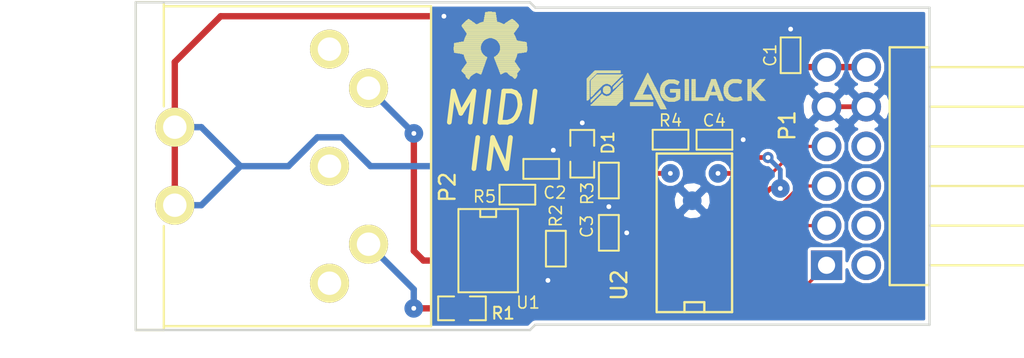
<source format=kicad_pcb>
(kicad_pcb (version 4) (host pcbnew 4.0.2+dfsg1-stable)

  (general
    (links 41)
    (no_connects 0)
    (area 114.050001 94.224999 180.164801 119.250001)
    (thickness 1.6)
    (drawings 15)
    (tracks 172)
    (zones 0)
    (modules 25)
    (nets 28)
  )

  (page A4)
  (title_block
    (title "Midi input PMOD")
    (date 2017-08-29)
    (rev 0.1)
    (company Agilack)
  )

  (layers
    (0 F.Cu signal)
    (31 B.Cu signal)
    (32 B.Adhes user)
    (33 F.Adhes user)
    (34 B.Paste user)
    (35 F.Paste user)
    (36 B.SilkS user)
    (37 F.SilkS user)
    (38 B.Mask user)
    (39 F.Mask user)
    (40 Dwgs.User user)
    (41 Cmts.User user)
    (42 Eco1.User user)
    (43 Eco2.User user)
    (44 Edge.Cuts user)
    (45 Margin user)
    (46 B.CrtYd user)
    (47 F.CrtYd user)
    (48 B.Fab user)
    (49 F.Fab user)
  )

  (setup
    (last_trace_width 0.25)
    (user_trace_width 0.2032)
    (user_trace_width 0.3048)
    (user_trace_width 0.4064)
    (trace_clearance 0.2)
    (zone_clearance 0.2)
    (zone_45_only no)
    (trace_min 0.2)
    (segment_width 0.2)
    (edge_width 0.15)
    (via_size 0.6)
    (via_drill 0.4)
    (via_min_size 0.4)
    (via_min_drill 0.3)
    (user_via 0.7112 0.3048)
    (uvia_size 0.3)
    (uvia_drill 0.1)
    (uvias_allowed no)
    (uvia_min_size 0.2)
    (uvia_min_drill 0.1)
    (pcb_text_width 0.3)
    (pcb_text_size 1.5 1.5)
    (mod_edge_width 0.15)
    (mod_text_size 1 1)
    (mod_text_width 0.15)
    (pad_size 1.524 1.524)
    (pad_drill 0.762)
    (pad_to_mask_clearance 0.2)
    (aux_axis_origin 0 0)
    (visible_elements FFFFFFFF)
    (pcbplotparams
      (layerselection 0x010ec_80000001)
      (usegerberextensions false)
      (excludeedgelayer true)
      (linewidth 0.100000)
      (plotframeref false)
      (viasonmask false)
      (mode 1)
      (useauxorigin false)
      (hpglpennumber 1)
      (hpglpenspeed 20)
      (hpglpendiameter 15)
      (hpglpenoverlay 2)
      (psnegative false)
      (psa4output false)
      (plotreference true)
      (plotvalue true)
      (plotinvisibletext false)
      (padsonsilk false)
      (subtractmaskfromsilk false)
      (outputformat 1)
      (mirror false)
      (drillshape 0)
      (scaleselection 1)
      (outputdirectory ../prod/))
  )

  (net 0 "")
  (net 1 "Net-(P1-Pad7)")
  (net 2 "Net-(P1-Pad8)")
  (net 3 "Net-(P1-Pad9)")
  (net 4 "Net-(P1-Pad10)")
  (net 5 "Net-(P2-Pad1)")
  (net 6 "Net-(P2-Pad2)")
  (net 7 "Net-(P2-Pad3)")
  (net 8 "Net-(P2-Pad4)")
  (net 9 "Net-(P2-Pad5)")
  (net 10 GND)
  (net 11 VCC)
  (net 12 "Net-(R1-Pad1)")
  (net 13 "Net-(U1-Pad7)")
  (net 14 MIDI_IN)
  (net 15 /SWDCLK)
  (net 16 /SWDIO)
  (net 17 "Net-(U2-Pad13)")
  (net 18 PMOD_TXD)
  (net 19 PMOD_RXD)
  (net 20 PMOD_CTS)
  (net 21 PMOD_RTS)
  (net 22 "Net-(D1-Pad1)")
  (net 23 LED)
  (net 24 RST)
  (net 25 "Net-(TP8-Pad1)")
  (net 26 "Net-(TP9-Pad1)")
  (net 27 "Net-(R5-Pad2)")

  (net_class Default "This is the default net class."
    (clearance 0.2)
    (trace_width 0.25)
    (via_dia 0.6)
    (via_drill 0.4)
    (uvia_dia 0.3)
    (uvia_drill 0.1)
    (add_net /SWDCLK)
    (add_net /SWDIO)
    (add_net GND)
    (add_net LED)
    (add_net MIDI_IN)
    (add_net "Net-(D1-Pad1)")
    (add_net "Net-(P1-Pad10)")
    (add_net "Net-(P1-Pad7)")
    (add_net "Net-(P1-Pad8)")
    (add_net "Net-(P1-Pad9)")
    (add_net "Net-(P2-Pad1)")
    (add_net "Net-(P2-Pad2)")
    (add_net "Net-(P2-Pad3)")
    (add_net "Net-(P2-Pad4)")
    (add_net "Net-(P2-Pad5)")
    (add_net "Net-(R1-Pad1)")
    (add_net "Net-(R5-Pad2)")
    (add_net "Net-(TP8-Pad1)")
    (add_net "Net-(TP9-Pad1)")
    (add_net "Net-(U1-Pad7)")
    (add_net "Net-(U2-Pad13)")
    (add_net PMOD_CTS)
    (add_net PMOD_RTS)
    (add_net PMOD_RXD)
    (add_net PMOD_TXD)
    (add_net RST)
    (add_net VCC)
  )

  (module pmod-midi-in:CONN_PMOD-Male locked (layer F.Cu) (tedit 59B10D99) (tstamp 59AE65B1)
    (at 169.8498 105 270)
    (path /59AE6376)
    (fp_text reference P1 (at -2.6 5.0498 270) (layer F.SilkS)
      (effects (font (size 1 1) (thickness 0.15)))
    )
    (fp_text value PMOD (at 0 -2.77 270) (layer F.Fab)
      (effects (font (size 1 1) (thickness 0.15)))
    )
    (fp_line (start 6.35 -10.04) (end 6.35 -4.04) (layer F.SilkS) (width 0.15))
    (fp_line (start 3.81 -10.04) (end 3.81 -4.04) (layer F.SilkS) (width 0.15))
    (fp_line (start 1.27 -10.04) (end 1.27 -4.04) (layer F.SilkS) (width 0.15))
    (fp_line (start -1.27 -10.04) (end -1.27 -4.04) (layer F.SilkS) (width 0.15))
    (fp_line (start -3.81 -10.04) (end -3.81 -4.04) (layer F.SilkS) (width 0.15))
    (fp_line (start -6.35 -10.04) (end -6.35 -4.04) (layer F.SilkS) (width 0.15))
    (fp_line (start -7.62 -1.5) (end 7.62 -1.5) (layer F.SilkS) (width 0.15))
    (fp_line (start 7.62 -1.5) (end 7.62 -4.04) (layer F.SilkS) (width 0.15))
    (fp_line (start 7.62 -4.04) (end -7.62 -4.04) (layer F.SilkS) (width 0.15))
    (fp_line (start -7.62 -1.5) (end -7.62 -4.04) (layer F.SilkS) (width 0.15))
    (pad 1 thru_hole rect (at 6.35 2.54 270) (size 1.9 2) (drill 1.1) (layers *.Cu *.Mask)
      (net 20 PMOD_CTS))
    (pad 2 thru_hole circle (at 3.81 2.54 270) (size 1.9 1.9) (drill 1.19) (layers *.Cu *.Mask)
      (net 18 PMOD_TXD))
    (pad 3 thru_hole circle (at 1.27 2.54 270) (size 1.9 1.9) (drill 1.19) (layers *.Cu *.Mask)
      (net 19 PMOD_RXD))
    (pad 4 thru_hole circle (at -1.27 2.54 270) (size 1.9 1.9) (drill 1.19) (layers *.Cu *.Mask)
      (net 21 PMOD_RTS))
    (pad 5 thru_hole circle (at -3.81 2.54 270) (size 1.9 1.9) (drill 1.19) (layers *.Cu *.Mask)
      (net 10 GND))
    (pad 6 thru_hole circle (at -6.35 2.54 270) (size 1.9 1.9) (drill 1.19) (layers *.Cu *.Mask)
      (net 11 VCC))
    (pad 7 thru_hole circle (at 6.35 0 270) (size 1.9 1.9) (drill 1.19) (layers *.Cu *.Mask)
      (net 1 "Net-(P1-Pad7)"))
    (pad 8 thru_hole circle (at 3.81 0 270) (size 1.9 1.9) (drill 1.19) (layers *.Cu *.Mask)
      (net 2 "Net-(P1-Pad8)"))
    (pad 9 thru_hole circle (at 1.27 0 270) (size 1.9 1.9) (drill 1.19) (layers *.Cu *.Mask)
      (net 3 "Net-(P1-Pad9)"))
    (pad 10 thru_hole circle (at -1.27 0 270) (size 1.9 1.9) (drill 1.19) (layers *.Cu *.Mask)
      (net 4 "Net-(P1-Pad10)"))
    (pad 11 thru_hole circle (at -3.81 0 270) (size 1.9 1.9) (drill 1.19) (layers *.Cu *.Mask)
      (net 10 GND))
    (pad 12 thru_hole circle (at -6.35 0 270) (size 1.9 1.9) (drill 1.19) (layers *.Cu *.Mask)
      (net 11 VCC))
  )

  (module pmod-midi-in:SOIC-8E (layer F.Cu) (tedit 59B0FF73) (tstamp 59AF4E36)
    (at 145.6563 110.4138 270)
    (descr "module CMS SOJ 8 pins etroit")
    (tags "CMS SOJ")
    (path /59AF094F)
    (attr smd)
    (fp_text reference U1 (at 3.3274 -2.5527 360) (layer F.SilkS)
      (effects (font (size 0.762 0.762) (thickness 0.1024)))
    )
    (fp_text value SFH6318 (at 0 0 270) (layer F.SilkS) hide
      (effects (font (size 0.2 0.2) (thickness 0.05)))
    )
    (fp_line (start -2.667 1.778) (end -2.667 1.905) (layer F.SilkS) (width 0.127))
    (fp_line (start -2.667 1.905) (end 2.667 1.905) (layer F.SilkS) (width 0.127))
    (fp_line (start 2.667 -1.905) (end -2.667 -1.905) (layer F.SilkS) (width 0.127))
    (fp_line (start -2.667 -1.905) (end -2.667 1.778) (layer F.SilkS) (width 0.127))
    (fp_line (start -2.667 -0.508) (end -2.159 -0.508) (layer F.SilkS) (width 0.127))
    (fp_line (start -2.159 -0.508) (end -2.159 0.508) (layer F.SilkS) (width 0.127))
    (fp_line (start -2.159 0.508) (end -2.667 0.508) (layer F.SilkS) (width 0.127))
    (fp_line (start 2.667 -1.905) (end 2.667 1.905) (layer F.SilkS) (width 0.127))
    (pad 8 smd rect (at -1.905 -2.667 270) (size 0.508 1.143) (layers F.Cu F.Paste F.Mask)
      (net 27 "Net-(R5-Pad2)"))
    (pad 1 smd rect (at -1.905 2.667 270) (size 0.508 1.143) (layers F.Cu F.Paste F.Mask))
    (pad 7 smd rect (at -0.635 -2.667 270) (size 0.508 1.143) (layers F.Cu F.Paste F.Mask)
      (net 13 "Net-(U1-Pad7)"))
    (pad 6 smd rect (at 0.635 -2.667 270) (size 0.508 1.143) (layers F.Cu F.Paste F.Mask)
      (net 14 MIDI_IN))
    (pad 5 smd rect (at 1.905 -2.667 270) (size 0.508 1.143) (layers F.Cu F.Paste F.Mask)
      (net 10 GND))
    (pad 2 smd rect (at -0.635 2.667 270) (size 0.508 1.143) (layers F.Cu F.Paste F.Mask)
      (net 12 "Net-(R1-Pad1)"))
    (pad 3 smd rect (at 0.635 2.667 270) (size 0.508 1.143) (layers F.Cu F.Paste F.Mask)
      (net 9 "Net-(P2-Pad5)"))
    (pad 4 smd rect (at 1.905 2.667 270) (size 0.508 1.143) (layers F.Cu F.Paste F.Mask))
    (model smd/cms_so8.wrl
      (at (xyz 0 0 0))
      (scale (xyz 0.5 0.32 0.5))
      (rotate (xyz 0 0 0))
    )
  )

  (module pmod-midi-in:logo-ohw (layer F.Cu) (tedit 59AF07FC) (tstamp 59AF7F35)
    (at 145.8 97.4)
    (fp_text reference logo_ohw (at 0 1.9431) (layer F.SilkS) hide
      (effects (font (size 0.2 0.2) (thickness 0.05)))
    )
    (fp_text value VAL** (at 0 1.6256) (layer F.SilkS) hide
      (effects (font (size 0.20066 0.20066) (thickness 0.0508)))
    )
    (fp_line (start -0.1651 -2.2987) (end 0.0889 -2.2987) (layer F.SilkS) (width 0.02794))
    (fp_line (start -0.3175 -2.2733) (end 0.3175 -2.2733) (layer F.SilkS) (width 0.02794))
    (fp_line (start -0.3175 -2.2479) (end 0.3175 -2.2479) (layer F.SilkS) (width 0.02794))
    (fp_line (start -0.3429 -2.2225) (end 0.3429 -2.2225) (layer F.SilkS) (width 0.02794))
    (fp_line (start -0.3429 -2.1971) (end 0.3429 -2.1971) (layer F.SilkS) (width 0.02794))
    (fp_line (start -0.3429 -2.1717) (end 0.3429 -2.1717) (layer F.SilkS) (width 0.02794))
    (fp_line (start -0.3429 -2.1463) (end 0.3429 -2.1463) (layer F.SilkS) (width 0.02794))
    (fp_line (start -0.3429 -2.1209) (end 0.3429 -2.1209) (layer F.SilkS) (width 0.02794))
    (fp_line (start -0.3429 -2.0955) (end 0.3429 -2.0955) (layer F.SilkS) (width 0.02794))
    (fp_line (start -0.3683 -2.0701) (end 0.3683 -2.0701) (layer F.SilkS) (width 0.02794))
    (fp_line (start -0.3683 -2.0447) (end 0.3683 -2.0447) (layer F.SilkS) (width 0.02794))
    (fp_line (start -0.3683 -2.0193) (end 0.3683 -2.0193) (layer F.SilkS) (width 0.02794))
    (fp_line (start -0.3683 -1.9939) (end 0.3683 -1.9939) (layer F.SilkS) (width 0.02794))
    (fp_line (start -0.3683 -1.9685) (end 0.3683 -1.9685) (layer F.SilkS) (width 0.02794))
    (fp_line (start -0.3937 -1.9431) (end 0.3683 -1.9431) (layer F.SilkS) (width 0.02794))
    (fp_line (start -0.3937 -1.9177) (end 0.3937 -1.9177) (layer F.SilkS) (width 0.02794))
    (fp_line (start -0.3937 -1.8923) (end 0.3937 -1.8923) (layer F.SilkS) (width 0.02794))
    (fp_line (start -0.3937 -1.8669) (end 0.3937 -1.8669) (layer F.SilkS) (width 0.02794))
    (fp_line (start -0.3937 -1.8415) (end 0.3937 -1.8415) (layer F.SilkS) (width 0.02794))
    (fp_line (start -1.4351 -1.8161) (end -1.3589 -1.8161) (layer F.SilkS) (width 0.02794))
    (fp_line (start -0.3937 -1.8161) (end 0.3937 -1.8161) (layer F.SilkS) (width 0.02794))
    (fp_line (start 1.3335 -1.8161) (end 1.4351 -1.8161) (layer F.SilkS) (width 0.02794))
    (fp_line (start -1.4605 -1.7907) (end -1.3335 -1.7907) (layer F.SilkS) (width 0.02794))
    (fp_line (start -0.4191 -1.7907) (end 0.3937 -1.7907) (layer F.SilkS) (width 0.02794))
    (fp_line (start 1.2827 -1.7907) (end 1.4605 -1.7907) (layer F.SilkS) (width 0.02794))
    (fp_line (start -1.4859 -1.7653) (end -1.2827 -1.7653) (layer F.SilkS) (width 0.02794))
    (fp_line (start -0.4191 -1.7653) (end 0.3937 -1.7653) (layer F.SilkS) (width 0.02794))
    (fp_line (start 1.2573 -1.7653) (end 1.4859 -1.7653) (layer F.SilkS) (width 0.02794))
    (fp_line (start -1.5367 -1.7399) (end -1.2573 -1.7399) (layer F.SilkS) (width 0.02794))
    (fp_line (start -0.4191 -1.7399) (end 0.4191 -1.7399) (layer F.SilkS) (width 0.02794))
    (fp_line (start 1.2065 -1.7399) (end 1.5367 -1.7399) (layer F.SilkS) (width 0.02794))
    (fp_line (start -1.5621 -1.7145) (end -1.2065 -1.7145) (layer F.SilkS) (width 0.02794))
    (fp_line (start -0.4191 -1.7145) (end 0.4191 -1.7145) (layer F.SilkS) (width 0.02794))
    (fp_line (start 1.1811 -1.7145) (end 1.5621 -1.7145) (layer F.SilkS) (width 0.02794))
    (fp_line (start -1.5875 -1.6891) (end -1.1811 -1.6891) (layer F.SilkS) (width 0.02794))
    (fp_line (start -0.4191 -1.6891) (end 0.4191 -1.6891) (layer F.SilkS) (width 0.02794))
    (fp_line (start 1.1303 -1.6891) (end 1.5875 -1.6891) (layer F.SilkS) (width 0.02794))
    (fp_line (start -1.6129 -1.6637) (end -1.1557 -1.6637) (layer F.SilkS) (width 0.02794))
    (fp_line (start -0.4445 -1.6637) (end 0.4191 -1.6637) (layer F.SilkS) (width 0.02794))
    (fp_line (start 1.1049 -1.6637) (end 1.6129 -1.6637) (layer F.SilkS) (width 0.02794))
    (fp_line (start -1.6383 -1.6383) (end -1.1049 -1.6383) (layer F.SilkS) (width 0.02794))
    (fp_line (start -0.5207 -1.6383) (end 0.5207 -1.6383) (layer F.SilkS) (width 0.02794))
    (fp_line (start 1.0541 -1.6383) (end 1.6383 -1.6383) (layer F.SilkS) (width 0.02794))
    (fp_line (start -1.6637 -1.6129) (end -1.0795 -1.6129) (layer F.SilkS) (width 0.02794))
    (fp_line (start -0.5969 -1.6129) (end 0.5969 -1.6129) (layer F.SilkS) (width 0.02794))
    (fp_line (start 1.0287 -1.6129) (end 1.6637 -1.6129) (layer F.SilkS) (width 0.02794))
    (fp_line (start -1.6891 -1.5875) (end -1.0287 -1.5875) (layer F.SilkS) (width 0.02794))
    (fp_line (start -0.6731 -1.5875) (end 0.6477 -1.5875) (layer F.SilkS) (width 0.02794))
    (fp_line (start 0.9779 -1.5875) (end 1.6891 -1.5875) (layer F.SilkS) (width 0.02794))
    (fp_line (start -1.7145 -1.5621) (end -1.0033 -1.5621) (layer F.SilkS) (width 0.02794))
    (fp_line (start -0.7239 -1.5621) (end 0.7239 -1.5621) (layer F.SilkS) (width 0.02794))
    (fp_line (start 0.9525 -1.5621) (end 1.7145 -1.5621) (layer F.SilkS) (width 0.02794))
    (fp_line (start -1.7399 -1.5367) (end -0.9779 -1.5367) (layer F.SilkS) (width 0.02794))
    (fp_line (start -0.7747 -1.5367) (end 0.7747 -1.5367) (layer F.SilkS) (width 0.02794))
    (fp_line (start 0.9271 -1.5367) (end 1.7399 -1.5367) (layer F.SilkS) (width 0.02794))
    (fp_line (start -1.7653 -1.5113) (end -0.9271 -1.5113) (layer F.SilkS) (width 0.02794))
    (fp_line (start -0.8255 -1.5113) (end 0.8255 -1.5113) (layer F.SilkS) (width 0.02794))
    (fp_line (start 0.8763 -1.5113) (end 1.7653 -1.5113) (layer F.SilkS) (width 0.02794))
    (fp_line (start -1.7907 -1.4859) (end -0.9017 -1.4859) (layer F.SilkS) (width 0.02794))
    (fp_line (start -0.8763 -1.4859) (end 1.7907 -1.4859) (layer F.SilkS) (width 0.02794))
    (fp_line (start -1.8161 -1.4605) (end 1.7907 -1.4605) (layer F.SilkS) (width 0.02794))
    (fp_line (start -1.8161 -1.4351) (end 1.8161 -1.4351) (layer F.SilkS) (width 0.02794))
    (fp_line (start -1.8415 -1.4097) (end 1.8161 -1.4097) (layer F.SilkS) (width 0.02794))
    (fp_line (start -1.8415 -1.3843) (end 1.8161 -1.3843) (layer F.SilkS) (width 0.02794))
    (fp_line (start -1.8161 -1.3589) (end 1.8161 -1.3589) (layer F.SilkS) (width 0.02794))
    (fp_line (start -1.8161 -1.3335) (end 1.7907 -1.3335) (layer F.SilkS) (width 0.02794))
    (fp_line (start -1.7907 -1.3081) (end 1.7907 -1.3081) (layer F.SilkS) (width 0.02794))
    (fp_line (start -1.7653 -1.2827) (end 1.7653 -1.2827) (layer F.SilkS) (width 0.02794))
    (fp_line (start -1.7653 -1.2573) (end 1.7399 -1.2573) (layer F.SilkS) (width 0.02794))
    (fp_line (start -1.7399 -1.2319) (end 1.7145 -1.2319) (layer F.SilkS) (width 0.02794))
    (fp_line (start -1.7145 -1.2065) (end 1.7145 -1.2065) (layer F.SilkS) (width 0.02794))
    (fp_line (start -1.6891 -1.1811) (end 1.6891 -1.1811) (layer F.SilkS) (width 0.02794))
    (fp_line (start -1.6891 -1.1557) (end 1.6637 -1.1557) (layer F.SilkS) (width 0.02794))
    (fp_line (start -1.6637 -1.1303) (end 1.6637 -1.1303) (layer F.SilkS) (width 0.02794))
    (fp_line (start -1.6383 -1.1049) (end 1.6383 -1.1049) (layer F.SilkS) (width 0.02794))
    (fp_line (start -1.6383 -1.0795) (end 1.6129 -1.0795) (layer F.SilkS) (width 0.02794))
    (fp_line (start -1.6129 -1.0541) (end 1.5875 -1.0541) (layer F.SilkS) (width 0.02794))
    (fp_line (start -1.5875 -1.0287) (end 1.5875 -1.0287) (layer F.SilkS) (width 0.02794))
    (fp_line (start -1.5875 -1.0033) (end 1.5621 -1.0033) (layer F.SilkS) (width 0.02794))
    (fp_line (start -1.5621 -0.9779) (end 1.5367 -0.9779) (layer F.SilkS) (width 0.02794))
    (fp_line (start -1.5367 -0.9525) (end 1.5113 -0.9525) (layer F.SilkS) (width 0.02794))
    (fp_line (start -1.5367 -0.9271) (end 1.5113 -0.9271) (layer F.SilkS) (width 0.02794))
    (fp_line (start -1.5113 -0.9017) (end 1.4859 -0.9017) (layer F.SilkS) (width 0.02794))
    (fp_line (start -1.5113 -0.8763) (end 1.4859 -0.8763) (layer F.SilkS) (width 0.02794))
    (fp_line (start -1.5113 -0.8509) (end 1.5113 -0.8509) (layer F.SilkS) (width 0.02794))
    (fp_line (start -1.5367 -0.8255) (end 1.5367 -0.8255) (layer F.SilkS) (width 0.02794))
    (fp_line (start -1.5367 -0.8001) (end 1.5367 -0.8001) (layer F.SilkS) (width 0.02794))
    (fp_line (start -1.5621 -0.7747) (end 1.5621 -0.7747) (layer F.SilkS) (width 0.02794))
    (fp_line (start -1.5621 -0.7493) (end 1.5621 -0.7493) (layer F.SilkS) (width 0.02794))
    (fp_line (start -1.5875 -0.7239) (end 1.5875 -0.7239) (layer F.SilkS) (width 0.02794))
    (fp_line (start -1.5875 -0.6985) (end 1.5875 -0.6985) (layer F.SilkS) (width 0.02794))
    (fp_line (start -1.6129 -0.6731) (end 1.6129 -0.6731) (layer F.SilkS) (width 0.02794))
    (fp_line (start -1.6129 -0.6477) (end 1.6129 -0.6477) (layer F.SilkS) (width 0.02794))
    (fp_line (start -1.6383 -0.6223) (end 1.6129 -0.6223) (layer F.SilkS) (width 0.02794))
    (fp_line (start -1.6383 -0.5969) (end -0.1143 -0.5969) (layer F.SilkS) (width 0.02794))
    (fp_line (start 0.1143 -0.5969) (end 1.6383 -0.5969) (layer F.SilkS) (width 0.02794))
    (fp_line (start -1.6383 -0.5715) (end -0.1905 -0.5715) (layer F.SilkS) (width 0.02794))
    (fp_line (start 0.1905 -0.5715) (end 1.6383 -0.5715) (layer F.SilkS) (width 0.02794))
    (fp_line (start -1.6637 -0.5461) (end -0.2667 -0.5461) (layer F.SilkS) (width 0.02794))
    (fp_line (start 0.2667 -0.5461) (end 1.6637 -0.5461) (layer F.SilkS) (width 0.02794))
    (fp_line (start -1.6637 -0.5207) (end -0.3175 -0.5207) (layer F.SilkS) (width 0.02794))
    (fp_line (start 0.3175 -0.5207) (end 1.6637 -0.5207) (layer F.SilkS) (width 0.02794))
    (fp_line (start -1.6637 -0.4953) (end -0.3429 -0.4953) (layer F.SilkS) (width 0.02794))
    (fp_line (start 0.3429 -0.4953) (end 1.6637 -0.4953) (layer F.SilkS) (width 0.02794))
    (fp_line (start -1.6891 -0.4699) (end -0.3937 -0.4699) (layer F.SilkS) (width 0.02794))
    (fp_line (start 0.3937 -0.4699) (end 1.6891 -0.4699) (layer F.SilkS) (width 0.02794))
    (fp_line (start -1.6891 -0.4445) (end -0.4191 -0.4445) (layer F.SilkS) (width 0.02794))
    (fp_line (start 0.4191 -0.4445) (end 1.7653 -0.4445) (layer F.SilkS) (width 0.02794))
    (fp_line (start -1.6891 -0.4191) (end -0.4445 -0.4191) (layer F.SilkS) (width 0.02794))
    (fp_line (start 0.4445 -0.4191) (end 1.9177 -0.4191) (layer F.SilkS) (width 0.02794))
    (fp_line (start -1.7145 -0.3937) (end -0.4699 -0.3937) (layer F.SilkS) (width 0.02794))
    (fp_line (start 0.4699 -0.3937) (end 2.0447 -0.3937) (layer F.SilkS) (width 0.02794))
    (fp_line (start -1.8669 -0.3683) (end -0.4953 -0.3683) (layer F.SilkS) (width 0.02794))
    (fp_line (start 0.4953 -0.3683) (end 2.1971 -0.3683) (layer F.SilkS) (width 0.02794))
    (fp_line (start -2.0193 -0.3429) (end -0.4953 -0.3429) (layer F.SilkS) (width 0.02794))
    (fp_line (start 0.4953 -0.3429) (end 2.2987 -0.3429) (layer F.SilkS) (width 0.02794))
    (fp_line (start -2.1717 -0.3175) (end -0.5207 -0.3175) (layer F.SilkS) (width 0.02794))
    (fp_line (start 0.5207 -0.3175) (end 2.2987 -0.3175) (layer F.SilkS) (width 0.02794))
    (fp_line (start -2.2987 -0.2921) (end -0.5461 -0.2921) (layer F.SilkS) (width 0.02794))
    (fp_line (start 0.5461 -0.2921) (end 2.3241 -0.2921) (layer F.SilkS) (width 0.02794))
    (fp_line (start -2.3241 -0.2667) (end -0.5461 -0.2667) (layer F.SilkS) (width 0.02794))
    (fp_line (start 0.5461 -0.2667) (end 2.3241 -0.2667) (layer F.SilkS) (width 0.02794))
    (fp_line (start -2.3241 -0.2413) (end -0.5715 -0.2413) (layer F.SilkS) (width 0.02794))
    (fp_line (start 0.5715 -0.2413) (end 2.3241 -0.2413) (layer F.SilkS) (width 0.02794))
    (fp_line (start -2.3241 -0.2159) (end -0.5715 -0.2159) (layer F.SilkS) (width 0.02794))
    (fp_line (start 0.5715 -0.2159) (end 2.3241 -0.2159) (layer F.SilkS) (width 0.02794))
    (fp_line (start -2.3241 -0.1905) (end -0.5969 -0.1905) (layer F.SilkS) (width 0.02794))
    (fp_line (start 0.5969 -0.1905) (end 2.3241 -0.1905) (layer F.SilkS) (width 0.02794))
    (fp_line (start -2.3241 -0.1651) (end -0.5969 -0.1651) (layer F.SilkS) (width 0.02794))
    (fp_line (start 0.5969 -0.1651) (end 2.3241 -0.1651) (layer F.SilkS) (width 0.02794))
    (fp_line (start -2.3241 -0.1397) (end -0.5969 -0.1397) (layer F.SilkS) (width 0.02794))
    (fp_line (start 0.5969 -0.1397) (end 2.3241 -0.1397) (layer F.SilkS) (width 0.02794))
    (fp_line (start -2.3241 -0.1143) (end -0.5969 -0.1143) (layer F.SilkS) (width 0.02794))
    (fp_line (start 0.6223 -0.1143) (end 2.3241 -0.1143) (layer F.SilkS) (width 0.02794))
    (fp_line (start -2.3241 -0.0889) (end -0.6223 -0.0889) (layer F.SilkS) (width 0.02794))
    (fp_line (start 0.6223 -0.0889) (end 2.3241 -0.0889) (layer F.SilkS) (width 0.02794))
    (fp_line (start -2.3241 -0.0635) (end -0.6223 -0.0635) (layer F.SilkS) (width 0.02794))
    (fp_line (start 0.6223 -0.0635) (end 2.3495 -0.0635) (layer F.SilkS) (width 0.02794))
    (fp_line (start -2.3495 -0.0381) (end -0.6223 -0.0381) (layer F.SilkS) (width 0.02794))
    (fp_line (start 0.6223 -0.0381) (end 2.3495 -0.0381) (layer F.SilkS) (width 0.02794))
    (fp_line (start -2.3495 -0.0127) (end -0.6223 -0.0127) (layer F.SilkS) (width 0.02794))
    (fp_line (start 0.6223 -0.0127) (end 2.3495 -0.0127) (layer F.SilkS) (width 0.02794))
    (fp_line (start -2.3495 0.0127) (end -0.6223 0.0127) (layer F.SilkS) (width 0.02794))
    (fp_line (start 0.6223 0.0127) (end 2.3495 0.0127) (layer F.SilkS) (width 0.02794))
    (fp_line (start -2.3495 0.0381) (end -0.6223 0.0381) (layer F.SilkS) (width 0.02794))
    (fp_line (start 0.6223 0.0381) (end 2.3495 0.0381) (layer F.SilkS) (width 0.02794))
    (fp_line (start -2.3495 0.0635) (end -0.6223 0.0635) (layer F.SilkS) (width 0.02794))
    (fp_line (start 0.6223 0.0635) (end 2.3495 0.0635) (layer F.SilkS) (width 0.02794))
    (fp_line (start -2.3495 0.0889) (end -0.6223 0.0889) (layer F.SilkS) (width 0.02794))
    (fp_line (start 0.6223 0.0889) (end 2.3495 0.0889) (layer F.SilkS) (width 0.02794))
    (fp_line (start -2.3495 0.1143) (end -0.6223 0.1143) (layer F.SilkS) (width 0.02794))
    (fp_line (start 0.6223 0.1143) (end 2.3495 0.1143) (layer F.SilkS) (width 0.02794))
    (fp_line (start -2.3495 0.1397) (end -0.6223 0.1397) (layer F.SilkS) (width 0.02794))
    (fp_line (start 0.6223 0.1397) (end 2.3495 0.1397) (layer F.SilkS) (width 0.02794))
    (fp_line (start -2.3495 0.1651) (end -0.5969 0.1651) (layer F.SilkS) (width 0.02794))
    (fp_line (start 0.6223 0.1651) (end 2.3495 0.1651) (layer F.SilkS) (width 0.02794))
    (fp_line (start -2.3241 0.1905) (end -0.5969 0.1905) (layer F.SilkS) (width 0.02794))
    (fp_line (start 0.5969 0.1905) (end 2.3495 0.1905) (layer F.SilkS) (width 0.02794))
    (fp_line (start -2.3241 0.2159) (end -0.5969 0.2159) (layer F.SilkS) (width 0.02794))
    (fp_line (start 0.5969 0.2159) (end 2.3241 0.2159) (layer F.SilkS) (width 0.02794))
    (fp_line (start -2.3241 0.2413) (end -0.5715 0.2413) (layer F.SilkS) (width 0.02794))
    (fp_line (start 0.5969 0.2413) (end 2.3241 0.2413) (layer F.SilkS) (width 0.02794))
    (fp_line (start -2.3241 0.2667) (end -0.5715 0.2667) (layer F.SilkS) (width 0.02794))
    (fp_line (start 0.5715 0.2667) (end 2.3241 0.2667) (layer F.SilkS) (width 0.02794))
    (fp_line (start -2.3241 0.2921) (end -0.5715 0.2921) (layer F.SilkS) (width 0.02794))
    (fp_line (start 0.5715 0.2921) (end 2.2987 0.2921) (layer F.SilkS) (width 0.02794))
    (fp_line (start -2.3241 0.3175) (end -0.5461 0.3175) (layer F.SilkS) (width 0.02794))
    (fp_line (start 0.5461 0.3175) (end 2.1463 0.3175) (layer F.SilkS) (width 0.02794))
    (fp_line (start -2.2225 0.3429) (end -0.5207 0.3429) (layer F.SilkS) (width 0.02794))
    (fp_line (start 0.5461 0.3429) (end 1.9939 0.3429) (layer F.SilkS) (width 0.02794))
    (fp_line (start -2.0955 0.3683) (end -0.5207 0.3683) (layer F.SilkS) (width 0.02794))
    (fp_line (start 0.5207 0.3683) (end 1.8161 0.3683) (layer F.SilkS) (width 0.02794))
    (fp_line (start -1.9431 0.3937) (end -0.4953 0.3937) (layer F.SilkS) (width 0.02794))
    (fp_line (start 0.4953 0.3937) (end 1.7145 0.3937) (layer F.SilkS) (width 0.02794))
    (fp_line (start -1.8161 0.4191) (end -0.4699 0.4191) (layer F.SilkS) (width 0.02794))
    (fp_line (start 0.4699 0.4191) (end 1.7145 0.4191) (layer F.SilkS) (width 0.02794))
    (fp_line (start -1.7145 0.4445) (end -0.4445 0.4445) (layer F.SilkS) (width 0.02794))
    (fp_line (start 0.4699 0.4445) (end 1.7145 0.4445) (layer F.SilkS) (width 0.02794))
    (fp_line (start -1.6891 0.4699) (end -0.4445 0.4699) (layer F.SilkS) (width 0.02794))
    (fp_line (start 0.4445 0.4699) (end 1.6891 0.4699) (layer F.SilkS) (width 0.02794))
    (fp_line (start -1.6891 0.4953) (end -0.3937 0.4953) (layer F.SilkS) (width 0.02794))
    (fp_line (start 0.3937 0.4953) (end 1.6891 0.4953) (layer F.SilkS) (width 0.02794))
    (fp_line (start -1.6891 0.5207) (end -0.3683 0.5207) (layer F.SilkS) (width 0.02794))
    (fp_line (start 0.3683 0.5207) (end 1.6891 0.5207) (layer F.SilkS) (width 0.02794))
    (fp_line (start -1.6891 0.5461) (end -0.3429 0.5461) (layer F.SilkS) (width 0.02794))
    (fp_line (start 0.3429 0.5461) (end 1.6891 0.5461) (layer F.SilkS) (width 0.02794))
    (fp_line (start -1.6637 0.5715) (end -0.2921 0.5715) (layer F.SilkS) (width 0.02794))
    (fp_line (start 0.2921 0.5715) (end 1.6637 0.5715) (layer F.SilkS) (width 0.02794))
    (fp_line (start -1.6637 0.5969) (end -0.2413 0.5969) (layer F.SilkS) (width 0.02794))
    (fp_line (start 0.2413 0.5969) (end 1.6637 0.5969) (layer F.SilkS) (width 0.02794))
    (fp_line (start -1.6637 0.6223) (end -0.2159 0.6223) (layer F.SilkS) (width 0.02794))
    (fp_line (start 0.2413 0.6223) (end 1.6637 0.6223) (layer F.SilkS) (width 0.02794))
    (fp_line (start -1.6383 0.6477) (end -0.2159 0.6477) (layer F.SilkS) (width 0.02794))
    (fp_line (start 0.2413 0.6477) (end 1.6383 0.6477) (layer F.SilkS) (width 0.02794))
    (fp_line (start -1.6383 0.6731) (end -0.2159 0.6731) (layer F.SilkS) (width 0.02794))
    (fp_line (start 0.2413 0.6731) (end 1.6383 0.6731) (layer F.SilkS) (width 0.02794))
    (fp_line (start -1.6383 0.6985) (end -0.2413 0.6985) (layer F.SilkS) (width 0.02794))
    (fp_line (start 0.2667 0.6985) (end 1.6129 0.6985) (layer F.SilkS) (width 0.02794))
    (fp_line (start -1.6129 0.7239) (end -0.2413 0.7239) (layer F.SilkS) (width 0.02794))
    (fp_line (start 0.2667 0.7239) (end 1.6129 0.7239) (layer F.SilkS) (width 0.02794))
    (fp_line (start -1.6129 0.7493) (end -0.2413 0.7493) (layer F.SilkS) (width 0.02794))
    (fp_line (start 0.2667 0.7493) (end 1.6129 0.7493) (layer F.SilkS) (width 0.02794))
    (fp_line (start -1.5875 0.7747) (end -0.2667 0.7747) (layer F.SilkS) (width 0.02794))
    (fp_line (start 0.2921 0.7747) (end 1.5875 0.7747) (layer F.SilkS) (width 0.02794))
    (fp_line (start -1.5875 0.8001) (end -0.2667 0.8001) (layer F.SilkS) (width 0.02794))
    (fp_line (start 0.2921 0.8001) (end 1.5875 0.8001) (layer F.SilkS) (width 0.02794))
    (fp_line (start -1.5621 0.8255) (end -0.2921 0.8255) (layer F.SilkS) (width 0.02794))
    (fp_line (start 0.3175 0.8255) (end 1.5621 0.8255) (layer F.SilkS) (width 0.02794))
    (fp_line (start -1.5621 0.8509) (end -0.2921 0.8509) (layer F.SilkS) (width 0.02794))
    (fp_line (start 0.3175 0.8509) (end 1.5621 0.8509) (layer F.SilkS) (width 0.02794))
    (fp_line (start -1.5367 0.8763) (end -0.2921 0.8763) (layer F.SilkS) (width 0.02794))
    (fp_line (start 0.3175 0.8763) (end 1.5367 0.8763) (layer F.SilkS) (width 0.02794))
    (fp_line (start -1.5367 0.9017) (end -0.3175 0.9017) (layer F.SilkS) (width 0.02794))
    (fp_line (start 0.3429 0.9017) (end 1.5621 0.9017) (layer F.SilkS) (width 0.02794))
    (fp_line (start -1.5113 0.9271) (end -0.3175 0.9271) (layer F.SilkS) (width 0.02794))
    (fp_line (start 0.3429 0.9271) (end 1.5621 0.9271) (layer F.SilkS) (width 0.02794))
    (fp_line (start -1.5113 0.9525) (end -0.3175 0.9525) (layer F.SilkS) (width 0.02794))
    (fp_line (start 0.3683 0.9525) (end 1.5875 0.9525) (layer F.SilkS) (width 0.02794))
    (fp_line (start -1.5113 0.9779) (end -0.3429 0.9779) (layer F.SilkS) (width 0.02794))
    (fp_line (start 0.3683 0.9779) (end 1.6129 0.9779) (layer F.SilkS) (width 0.02794))
    (fp_line (start -1.5113 1.0033) (end -0.3429 1.0033) (layer F.SilkS) (width 0.02794))
    (fp_line (start 0.3683 1.0033) (end 1.6383 1.0033) (layer F.SilkS) (width 0.02794))
    (fp_line (start -1.5367 1.0287) (end -0.3429 1.0287) (layer F.SilkS) (width 0.02794))
    (fp_line (start 0.3937 1.0287) (end 1.6383 1.0287) (layer F.SilkS) (width 0.02794))
    (fp_line (start -1.5621 1.0541) (end -0.3683 1.0541) (layer F.SilkS) (width 0.02794))
    (fp_line (start 0.3937 1.0541) (end 1.6637 1.0541) (layer F.SilkS) (width 0.02794))
    (fp_line (start -1.5875 1.0795) (end -0.3683 1.0795) (layer F.SilkS) (width 0.02794))
    (fp_line (start 0.3937 1.0795) (end 1.6891 1.0795) (layer F.SilkS) (width 0.02794))
    (fp_line (start -1.5875 1.1049) (end -0.3683 1.1049) (layer F.SilkS) (width 0.02794))
    (fp_line (start 0.4191 1.1049) (end 1.6891 1.1049) (layer F.SilkS) (width 0.02794))
    (fp_line (start -1.6129 1.1303) (end -0.3937 1.1303) (layer F.SilkS) (width 0.02794))
    (fp_line (start 0.4191 1.1303) (end 1.7145 1.1303) (layer F.SilkS) (width 0.02794))
    (fp_line (start -1.6383 1.1557) (end -0.3937 1.1557) (layer F.SilkS) (width 0.02794))
    (fp_line (start 0.4445 1.1557) (end 1.7399 1.1557) (layer F.SilkS) (width 0.02794))
    (fp_line (start -1.6637 1.1811) (end -0.3937 1.1811) (layer F.SilkS) (width 0.02794))
    (fp_line (start 0.4445 1.1811) (end 1.7399 1.1811) (layer F.SilkS) (width 0.02794))
    (fp_line (start -1.6637 1.2065) (end -0.4191 1.2065) (layer F.SilkS) (width 0.02794))
    (fp_line (start 0.4445 1.2065) (end 1.7653 1.2065) (layer F.SilkS) (width 0.02794))
    (fp_line (start -1.6891 1.2319) (end -0.4191 1.2319) (layer F.SilkS) (width 0.02794))
    (fp_line (start 0.4699 1.2319) (end 1.7907 1.2319) (layer F.SilkS) (width 0.02794))
    (fp_line (start -1.7145 1.2573) (end -0.4445 1.2573) (layer F.SilkS) (width 0.02794))
    (fp_line (start 0.4699 1.2573) (end 1.7907 1.2573) (layer F.SilkS) (width 0.02794))
    (fp_line (start -1.7145 1.2827) (end -0.4445 1.2827) (layer F.SilkS) (width 0.02794))
    (fp_line (start 0.4953 1.2827) (end 1.8161 1.2827) (layer F.SilkS) (width 0.02794))
    (fp_line (start -1.7399 1.3081) (end -0.4445 1.3081) (layer F.SilkS) (width 0.02794))
    (fp_line (start 0.4953 1.3081) (end 1.8415 1.3081) (layer F.SilkS) (width 0.02794))
    (fp_line (start -1.7653 1.3335) (end -0.4699 1.3335) (layer F.SilkS) (width 0.02794))
    (fp_line (start 0.4953 1.3335) (end 1.8669 1.3335) (layer F.SilkS) (width 0.02794))
    (fp_line (start -1.7907 1.3589) (end -0.4699 1.3589) (layer F.SilkS) (width 0.02794))
    (fp_line (start 0.5207 1.3589) (end 1.8669 1.3589) (layer F.SilkS) (width 0.02794))
    (fp_line (start -1.7907 1.3843) (end -0.4699 1.3843) (layer F.SilkS) (width 0.02794))
    (fp_line (start 0.5207 1.3843) (end 1.8923 1.3843) (layer F.SilkS) (width 0.02794))
    (fp_line (start -1.8161 1.4097) (end -0.4953 1.4097) (layer F.SilkS) (width 0.02794))
    (fp_line (start 0.5461 1.4097) (end 1.8923 1.4097) (layer F.SilkS) (width 0.02794))
    (fp_line (start -1.8415 1.4351) (end -0.4953 1.4351) (layer F.SilkS) (width 0.02794))
    (fp_line (start 0.5461 1.4351) (end 1.8923 1.4351) (layer F.SilkS) (width 0.02794))
    (fp_line (start -1.8415 1.4605) (end -0.4953 1.4605) (layer F.SilkS) (width 0.02794))
    (fp_line (start 0.5461 1.4605) (end 1.8669 1.4605) (layer F.SilkS) (width 0.02794))
    (fp_line (start -1.8415 1.4859) (end -0.5207 1.4859) (layer F.SilkS) (width 0.02794))
    (fp_line (start 0.5715 1.4859) (end 1.8415 1.4859) (layer F.SilkS) (width 0.02794))
    (fp_line (start -1.8415 1.5113) (end -0.5207 1.5113) (layer F.SilkS) (width 0.02794))
    (fp_line (start 0.5715 1.5113) (end 1.8161 1.5113) (layer F.SilkS) (width 0.02794))
    (fp_line (start -1.8161 1.5367) (end -0.5207 1.5367) (layer F.SilkS) (width 0.02794))
    (fp_line (start 0.5715 1.5367) (end 1.7907 1.5367) (layer F.SilkS) (width 0.02794))
    (fp_line (start -1.7907 1.5621) (end -0.5461 1.5621) (layer F.SilkS) (width 0.02794))
    (fp_line (start 0.5969 1.5621) (end 1.7907 1.5621) (layer F.SilkS) (width 0.02794))
    (fp_line (start -1.7653 1.5875) (end -0.5461 1.5875) (layer F.SilkS) (width 0.02794))
    (fp_line (start 0.5969 1.5875) (end 0.9525 1.5875) (layer F.SilkS) (width 0.02794))
    (fp_line (start 1.0033 1.5875) (end 1.7653 1.5875) (layer F.SilkS) (width 0.02794))
    (fp_line (start -1.7399 1.6129) (end -0.5461 1.6129) (layer F.SilkS) (width 0.02794))
    (fp_line (start 0.6223 1.6129) (end 0.8763 1.6129) (layer F.SilkS) (width 0.02794))
    (fp_line (start 1.0795 1.6129) (end 1.7399 1.6129) (layer F.SilkS) (width 0.02794))
    (fp_line (start -1.7145 1.6383) (end -0.9525 1.6383) (layer F.SilkS) (width 0.02794))
    (fp_line (start -0.8255 1.6383) (end -0.5715 1.6383) (layer F.SilkS) (width 0.02794))
    (fp_line (start 0.6223 1.6383) (end 0.8255 1.6383) (layer F.SilkS) (width 0.02794))
    (fp_line (start 1.1049 1.6383) (end 1.7145 1.6383) (layer F.SilkS) (width 0.02794))
    (fp_line (start -1.6891 1.6637) (end -1.0033 1.6637) (layer F.SilkS) (width 0.02794))
    (fp_line (start -0.7493 1.6637) (end -0.5715 1.6637) (layer F.SilkS) (width 0.02794))
    (fp_line (start 0.6223 1.6637) (end 0.7747 1.6637) (layer F.SilkS) (width 0.02794))
    (fp_line (start 1.1303 1.6637) (end 1.6891 1.6637) (layer F.SilkS) (width 0.02794))
    (fp_line (start -1.6637 1.6891) (end -1.0541 1.6891) (layer F.SilkS) (width 0.02794))
    (fp_line (start -0.6985 1.6891) (end -0.5969 1.6891) (layer F.SilkS) (width 0.02794))
    (fp_line (start 0.6477 1.6891) (end 0.7239 1.6891) (layer F.SilkS) (width 0.02794))
    (fp_line (start 1.1557 1.6891) (end 1.7145 1.6891) (layer F.SilkS) (width 0.02794))
    (fp_line (start -1.6383 1.7145) (end -1.0795 1.7145) (layer F.SilkS) (width 0.02794))
    (fp_line (start -0.6477 1.7145) (end -0.5969 1.7145) (layer F.SilkS) (width 0.02794))
    (fp_line (start 0.6477 1.7145) (end 0.6731 1.7145) (layer F.SilkS) (width 0.02794))
    (fp_line (start 1.1557 1.7145) (end 1.7145 1.7145) (layer F.SilkS) (width 0.02794))
    (fp_line (start -1.6129 1.7399) (end -1.1303 1.7399) (layer F.SilkS) (width 0.02794))
    (fp_line (start 1.2065 1.7399) (end 1.7145 1.7399) (layer F.SilkS) (width 0.02794))
    (fp_line (start -1.5875 1.7653) (end -1.1557 1.7653) (layer F.SilkS) (width 0.02794))
    (fp_line (start 1.2319 1.7653) (end 1.7145 1.7653) (layer F.SilkS) (width 0.02794))
    (fp_line (start -1.5875 1.7907) (end -1.2065 1.7907) (layer F.SilkS) (width 0.02794))
    (fp_line (start 1.2573 1.7907) (end 1.7145 1.7907) (layer F.SilkS) (width 0.02794))
    (fp_line (start -1.5875 1.8161) (end -1.2319 1.8161) (layer F.SilkS) (width 0.02794))
    (fp_line (start 1.3081 1.8161) (end 1.7145 1.8161) (layer F.SilkS) (width 0.02794))
    (fp_line (start -1.5875 1.8415) (end -1.2573 1.8415) (layer F.SilkS) (width 0.02794))
    (fp_line (start 1.3589 1.8415) (end 1.6891 1.8415) (layer F.SilkS) (width 0.02794))
    (fp_line (start -1.5621 1.8669) (end -1.2827 1.8669) (layer F.SilkS) (width 0.02794))
    (fp_line (start 1.4097 1.8669) (end 1.6891 1.8669) (layer F.SilkS) (width 0.02794))
    (fp_line (start -1.5621 1.8923) (end -1.3081 1.8923) (layer F.SilkS) (width 0.02794))
    (fp_line (start 1.4351 1.8923) (end 1.6637 1.8923) (layer F.SilkS) (width 0.02794))
    (fp_line (start -1.5367 1.9177) (end -1.3081 1.9177) (layer F.SilkS) (width 0.02794))
    (fp_line (start 1.4605 1.9177) (end 1.6637 1.9177) (layer F.SilkS) (width 0.02794))
    (fp_line (start -1.5113 1.9431) (end -1.3335 1.9431) (layer F.SilkS) (width 0.02794))
    (fp_line (start 1.4859 1.9431) (end 1.6383 1.9431) (layer F.SilkS) (width 0.02794))
    (fp_line (start -1.4859 1.9685) (end -1.3335 1.9685) (layer F.SilkS) (width 0.02794))
    (fp_line (start 1.5113 1.9685) (end 1.6129 1.9685) (layer F.SilkS) (width 0.02794))
    (fp_line (start -1.4605 1.9939) (end -1.3589 1.9939) (layer F.SilkS) (width 0.02794))
    (fp_line (start 1.5367 1.9939) (end 1.5875 1.9939) (layer F.SilkS) (width 0.02794))
    (fp_line (start -1.4351 2.0193) (end -1.3589 2.0193) (layer F.SilkS) (width 0.02794))
  )

  (module pmod-midi-in:SMD0603 (layer F.Cu) (tedit 59B008E9) (tstamp 59AF822C)
    (at 149.987 110.2868 270)
    (path /59AF117A)
    (attr smd)
    (fp_text reference R2 (at -2.1082 0 270) (layer F.SilkS)
      (effects (font (size 0.762 0.762) (thickness 0.1016)))
    )
    (fp_text value 10k (at 0 0 270) (layer F.SilkS) hide
      (effects (font (size 0.20066 0.20066) (thickness 0.0508)))
    )
    (fp_line (start -1.143 -0.635) (end 1.143 -0.635) (layer F.SilkS) (width 0.127))
    (fp_line (start 1.143 -0.635) (end 1.143 0.635) (layer F.SilkS) (width 0.127))
    (fp_line (start 1.143 0.635) (end -1.143 0.635) (layer F.SilkS) (width 0.127))
    (fp_line (start -1.143 0.635) (end -1.143 -0.635) (layer F.SilkS) (width 0.127))
    (pad 1 smd rect (at -0.762 0 270) (size 0.635 1.143) (layers F.Cu F.Paste F.Mask)
      (net 11 VCC))
    (pad 2 smd rect (at 0.762 0 270) (size 0.635 1.143) (layers F.Cu F.Paste F.Mask)
      (net 14 MIDI_IN))
    (model smd/chip_cms.wrl
      (at (xyz 0 0 0))
      (scale (xyz 0.08 0.08 0.08))
      (rotate (xyz 0 0 0))
    )
  )

  (module pmod-midi-in:SMD0603 (layer F.Cu) (tedit 59B009D8) (tstamp 59B00E14)
    (at 165.0111 97.8916 90)
    (path /59B009E7)
    (attr smd)
    (fp_text reference C1 (at 0 -1.3081 90) (layer F.SilkS)
      (effects (font (size 0.762 0.762) (thickness 0.1016)))
    )
    (fp_text value 1uF (at 0 0 90) (layer F.SilkS) hide
      (effects (font (size 0.20066 0.20066) (thickness 0.0508)))
    )
    (fp_line (start -1.143 -0.635) (end 1.143 -0.635) (layer F.SilkS) (width 0.127))
    (fp_line (start 1.143 -0.635) (end 1.143 0.635) (layer F.SilkS) (width 0.127))
    (fp_line (start 1.143 0.635) (end -1.143 0.635) (layer F.SilkS) (width 0.127))
    (fp_line (start -1.143 0.635) (end -1.143 -0.635) (layer F.SilkS) (width 0.127))
    (pad 1 smd rect (at -0.762 0 90) (size 0.635 1.143) (layers F.Cu F.Paste F.Mask)
      (net 11 VCC))
    (pad 2 smd rect (at 0.762 0 90) (size 0.635 1.143) (layers F.Cu F.Paste F.Mask)
      (net 10 GND))
    (model smd/chip_cms.wrl
      (at (xyz 0 0 0))
      (scale (xyz 0.08 0.08 0.08))
      (rotate (xyz 0 0 0))
    )
  )

  (module pmod-midi-in:SMD0603 (layer F.Cu) (tedit 59B6B577) (tstamp 59B00E1E)
    (at 149.05 105.175)
    (path /59B00AD2)
    (attr smd)
    (fp_text reference C2 (at 0.875 1.525) (layer F.SilkS)
      (effects (font (size 0.762 0.762) (thickness 0.1016)))
    )
    (fp_text value 100nF (at 0 0) (layer F.SilkS) hide
      (effects (font (size 0.20066 0.20066) (thickness 0.0508)))
    )
    (fp_line (start -1.143 -0.635) (end 1.143 -0.635) (layer F.SilkS) (width 0.127))
    (fp_line (start 1.143 -0.635) (end 1.143 0.635) (layer F.SilkS) (width 0.127))
    (fp_line (start 1.143 0.635) (end -1.143 0.635) (layer F.SilkS) (width 0.127))
    (fp_line (start -1.143 0.635) (end -1.143 -0.635) (layer F.SilkS) (width 0.127))
    (pad 1 smd rect (at -0.762 0) (size 0.635 1.143) (layers F.Cu F.Paste F.Mask)
      (net 11 VCC))
    (pad 2 smd rect (at 0.762 0) (size 0.635 1.143) (layers F.Cu F.Paste F.Mask)
      (net 10 GND))
    (model smd/chip_cms.wrl
      (at (xyz 0 0 0))
      (scale (xyz 0.08 0.08 0.08))
      (rotate (xyz 0 0 0))
    )
  )

  (module pmod-midi-in:TP_SMD locked (layer B.Cu) (tedit 4BB09DE5) (tstamp 59B08F6A)
    (at 160.3629 105.4608)
    (path /59B066E4)
    (fp_text reference TP1 (at 0 1.016) (layer B.SilkS) hide
      (effects (font (size 0.20066 0.20066) (thickness 0.04826)) (justify mirror))
    )
    (fp_text value CONN_1 (at 0 -1.016) (layer B.SilkS) hide
      (effects (font (size 0.20066 0.20066) (thickness 0.04826)) (justify mirror))
    )
    (pad 1 smd circle (at 0 0) (size 1.19888 1.19888) (layers B.Cu B.Paste B.Mask)
      (net 15 /SWDCLK))
  )

  (module pmod-midi-in:TP_SMD locked (layer B.Cu) (tedit 4BB09DE5) (tstamp 59B08F6F)
    (at 157.3149 105.4608)
    (path /59B0671D)
    (fp_text reference TP2 (at 0 1.016) (layer B.SilkS) hide
      (effects (font (size 0.20066 0.20066) (thickness 0.04826)) (justify mirror))
    )
    (fp_text value CONN_1 (at 0 -1.016) (layer B.SilkS) hide
      (effects (font (size 0.20066 0.20066) (thickness 0.04826)) (justify mirror))
    )
    (pad 1 smd circle (at 0 0) (size 1.19888 1.19888) (layers B.Cu B.Paste B.Mask)
      (net 16 /SWDIO))
  )

  (module pmod-midi-in:TP_SMD (layer F.Cu) (tedit 4BB09DE5) (tstamp 59B08F74)
    (at 151.5745 111.0488)
    (path /59B06A9E)
    (fp_text reference TP3 (at 0 -1.016) (layer F.SilkS) hide
      (effects (font (size 0.20066 0.20066) (thickness 0.04826)))
    )
    (fp_text value CONN_1 (at 0 1.016) (layer F.SilkS) hide
      (effects (font (size 0.20066 0.20066) (thickness 0.04826)))
    )
    (pad 1 smd circle (at 0 0) (size 1.19888 1.19888) (layers F.Cu F.Paste F.Mask)
      (net 14 MIDI_IN))
  )

  (module pmod-midi-in:SOIC-14 (layer F.Cu) (tedit 59B076CA) (tstamp 59B08F86)
    (at 158.7246 109.2708 90)
    (descr "Module CMS SOJ 14 pins Large")
    (tags "CMS SOJ")
    (path /59B00F6E)
    (attr smd)
    (fp_text reference U2 (at -3.3528 -4.6863 270) (layer F.SilkS)
      (effects (font (size 1 1) (thickness 0.15)))
    )
    (fp_text value ATSAMD09C13A (at 0 0 90) (layer F.Fab) hide
      (effects (font (size 0.2 0.2) (thickness 0.05)))
    )
    (fp_line (start 5.08 -2.286) (end 5.08 2.54) (layer F.SilkS) (width 0.15))
    (fp_line (start 5.08 2.54) (end -5.08 2.54) (layer F.SilkS) (width 0.15))
    (fp_line (start -5.08 2.54) (end -5.08 -2.286) (layer F.SilkS) (width 0.15))
    (fp_line (start -5.08 -2.286) (end 5.08 -2.286) (layer F.SilkS) (width 0.15))
    (fp_line (start -5.08 -0.508) (end -4.445 -0.508) (layer F.SilkS) (width 0.15))
    (fp_line (start -4.445 -0.508) (end -4.445 0.762) (layer F.SilkS) (width 0.15))
    (fp_line (start -4.445 0.762) (end -5.08 0.762) (layer F.SilkS) (width 0.15))
    (pad 1 smd rect (at -3.81 3.302 90) (size 0.508 1.143) (layers F.Cu F.Paste F.Mask)
      (net 21 PMOD_RTS))
    (pad 2 smd rect (at -2.54 3.302 90) (size 0.508 1.143) (layers F.Cu F.Paste F.Mask)
      (net 25 "Net-(TP8-Pad1)"))
    (pad 3 smd rect (at -1.27 3.302 90) (size 0.508 1.143) (layers F.Cu F.Paste F.Mask)
      (net 26 "Net-(TP9-Pad1)"))
    (pad 4 smd rect (at 0 3.302 90) (size 0.508 1.143) (layers F.Cu F.Paste F.Mask)
      (net 19 PMOD_RXD))
    (pad 5 smd rect (at 1.27 3.302 90) (size 0.508 1.143) (layers F.Cu F.Paste F.Mask)
      (net 18 PMOD_TXD))
    (pad 6 smd rect (at 2.54 3.302 90) (size 0.508 1.143) (layers F.Cu F.Paste F.Mask)
      (net 24 RST))
    (pad 7 smd rect (at 3.81 3.302 90) (size 0.508 1.143) (layers F.Cu F.Paste F.Mask)
      (net 15 /SWDCLK))
    (pad 8 smd rect (at 3.81 -3.048 90) (size 0.508 1.143) (layers F.Cu F.Paste F.Mask)
      (net 16 /SWDIO))
    (pad 9 smd rect (at 2.54 -3.048 90) (size 0.508 1.143) (layers F.Cu F.Paste F.Mask)
      (net 23 LED))
    (pad 11 smd rect (at 0 -3.048 90) (size 0.508 1.143) (layers F.Cu F.Paste F.Mask)
      (net 10 GND))
    (pad 12 smd rect (at -1.27 -3.048 90) (size 0.508 1.143) (layers F.Cu F.Paste F.Mask)
      (net 11 VCC))
    (pad 13 smd rect (at -2.54 -3.048 90) (size 0.508 1.143) (layers F.Cu F.Paste F.Mask)
      (net 17 "Net-(U2-Pad13)"))
    (pad 14 smd rect (at -3.81 -3.048 90) (size 0.508 1.143) (layers F.Cu F.Paste F.Mask)
      (net 20 PMOD_CTS))
    (pad 10 smd rect (at 1.27 -3.048 90) (size 0.508 1.143) (layers F.Cu F.Paste F.Mask)
      (net 14 MIDI_IN))
    (model SMD_Packages.3dshapes/SOIC-14_N.wrl
      (at (xyz 0 0 0))
      (scale (xyz 0.5 0.4 0.5))
      (rotate (xyz 0 0 0))
    )
  )

  (module pmod-midi-in:SMD0603 (layer F.Cu) (tedit 59B06AF2) (tstamp 59B0902B)
    (at 153.3779 109.2708 90)
    (path /59B06FBD)
    (attr smd)
    (fp_text reference C3 (at 0.4064 -1.4097 90) (layer F.SilkS)
      (effects (font (size 0.762 0.762) (thickness 0.1016)))
    )
    (fp_text value 100nF (at 0 0 90) (layer F.SilkS) hide
      (effects (font (size 0.20066 0.20066) (thickness 0.0508)))
    )
    (fp_line (start -1.143 -0.635) (end 1.143 -0.635) (layer F.SilkS) (width 0.127))
    (fp_line (start 1.143 -0.635) (end 1.143 0.635) (layer F.SilkS) (width 0.127))
    (fp_line (start 1.143 0.635) (end -1.143 0.635) (layer F.SilkS) (width 0.127))
    (fp_line (start -1.143 0.635) (end -1.143 -0.635) (layer F.SilkS) (width 0.127))
    (pad 1 smd rect (at -0.762 0 90) (size 0.635 1.143) (layers F.Cu F.Paste F.Mask)
      (net 11 VCC))
    (pad 2 smd rect (at 0.762 0 90) (size 0.635 1.143) (layers F.Cu F.Paste F.Mask)
      (net 10 GND))
    (model smd/chip_cms.wrl
      (at (xyz 0 0 0))
      (scale (xyz 0.08 0.08 0.08))
      (rotate (xyz 0 0 0))
    )
  )

  (module pmod-midi-in:SMD0805 (layer F.Cu) (tedit 59B6B5B0) (tstamp 59B0916B)
    (at 151.6761 104.2035 90)
    (path /59B08291)
    (attr smd)
    (fp_text reference D1 (at 0.7035 1.6489 90) (layer F.SilkS)
      (effects (font (size 0.762 0.762) (thickness 0.127)))
    )
    (fp_text value LED (at 0 0 180) (layer F.SilkS) hide
      (effects (font (size 0.2 0.2) (thickness 0.05)))
    )
    (fp_line (start -0.508 0.762) (end -1.524 0.762) (layer F.SilkS) (width 0.127))
    (fp_line (start -1.524 0.762) (end -1.524 -0.762) (layer F.SilkS) (width 0.127))
    (fp_line (start -1.524 -0.762) (end -0.508 -0.762) (layer F.SilkS) (width 0.127))
    (fp_line (start 0.508 -0.762) (end 1.524 -0.762) (layer F.SilkS) (width 0.127))
    (fp_line (start 1.524 -0.762) (end 1.524 0.762) (layer F.SilkS) (width 0.127))
    (fp_line (start 1.524 0.762) (end 0.508 0.762) (layer F.SilkS) (width 0.127))
    (pad 1 smd rect (at -0.9525 0 90) (size 0.889 1.397) (layers F.Cu F.Paste F.Mask)
      (net 22 "Net-(D1-Pad1)"))
    (pad 2 smd rect (at 0.9525 0 90) (size 0.889 1.397) (layers F.Cu F.Paste F.Mask)
      (net 10 GND))
    (model smd/chip_cms.wrl
      (at (xyz 0 0 0))
      (scale (xyz 0.1 0.1 0.1))
      (rotate (xyz 0 0 0))
    )
  )

  (module pmod-midi-in:SMD0603 (layer F.Cu) (tedit 59B6B5AC) (tstamp 59B09171)
    (at 153.3779 105.918 90)
    (path /59B0840D)
    (attr smd)
    (fp_text reference R3 (at -0.832 -1.3779 90) (layer F.SilkS)
      (effects (font (size 0.762 0.762) (thickness 0.1016)))
    )
    (fp_text value 330 (at 0 0 90) (layer F.SilkS) hide
      (effects (font (size 0.20066 0.20066) (thickness 0.0508)))
    )
    (fp_line (start -1.143 -0.635) (end 1.143 -0.635) (layer F.SilkS) (width 0.127))
    (fp_line (start 1.143 -0.635) (end 1.143 0.635) (layer F.SilkS) (width 0.127))
    (fp_line (start 1.143 0.635) (end -1.143 0.635) (layer F.SilkS) (width 0.127))
    (fp_line (start -1.143 0.635) (end -1.143 -0.635) (layer F.SilkS) (width 0.127))
    (pad 1 smd rect (at -0.762 0 90) (size 0.635 1.143) (layers F.Cu F.Paste F.Mask)
      (net 23 LED))
    (pad 2 smd rect (at 0.762 0 90) (size 0.635 1.143) (layers F.Cu F.Paste F.Mask)
      (net 22 "Net-(D1-Pad1)"))
    (model smd/chip_cms.wrl
      (at (xyz 0 0 0))
      (scale (xyz 0.08 0.08 0.08))
      (rotate (xyz 0 0 0))
    )
  )

  (module pmod-midi-in:SMD0603 (layer F.Cu) (tedit 59B10D6E) (tstamp 59B0920F)
    (at 160.1343 103.3018)
    (path /59B08EBA)
    (attr smd)
    (fp_text reference C4 (at -0.0093 -1.2268) (layer F.SilkS)
      (effects (font (size 0.762 0.762) (thickness 0.1016)))
    )
    (fp_text value 1uF (at 0 0) (layer F.SilkS) hide
      (effects (font (size 0.20066 0.20066) (thickness 0.0508)))
    )
    (fp_line (start -1.143 -0.635) (end 1.143 -0.635) (layer F.SilkS) (width 0.127))
    (fp_line (start 1.143 -0.635) (end 1.143 0.635) (layer F.SilkS) (width 0.127))
    (fp_line (start 1.143 0.635) (end -1.143 0.635) (layer F.SilkS) (width 0.127))
    (fp_line (start -1.143 0.635) (end -1.143 -0.635) (layer F.SilkS) (width 0.127))
    (pad 1 smd rect (at -0.762 0) (size 0.635 1.143) (layers F.Cu F.Paste F.Mask)
      (net 24 RST))
    (pad 2 smd rect (at 0.762 0) (size 0.635 1.143) (layers F.Cu F.Paste F.Mask)
      (net 10 GND))
    (model smd/chip_cms.wrl
      (at (xyz 0 0 0))
      (scale (xyz 0.08 0.08 0.08))
      (rotate (xyz 0 0 0))
    )
  )

  (module pmod-midi-in:SMD0603 (layer F.Cu) (tedit 59B10D69) (tstamp 59B09215)
    (at 157.3276 103.3018)
    (path /59B08E1D)
    (attr smd)
    (fp_text reference R4 (at -0.0026 -1.2268) (layer F.SilkS)
      (effects (font (size 0.762 0.762) (thickness 0.1016)))
    )
    (fp_text value 10k (at 0 0) (layer F.SilkS) hide
      (effects (font (size 0.20066 0.20066) (thickness 0.0508)))
    )
    (fp_line (start -1.143 -0.635) (end 1.143 -0.635) (layer F.SilkS) (width 0.127))
    (fp_line (start 1.143 -0.635) (end 1.143 0.635) (layer F.SilkS) (width 0.127))
    (fp_line (start 1.143 0.635) (end -1.143 0.635) (layer F.SilkS) (width 0.127))
    (fp_line (start -1.143 0.635) (end -1.143 -0.635) (layer F.SilkS) (width 0.127))
    (pad 1 smd rect (at -0.762 0) (size 0.635 1.143) (layers F.Cu F.Paste F.Mask)
      (net 11 VCC))
    (pad 2 smd rect (at 0.762 0) (size 0.635 1.143) (layers F.Cu F.Paste F.Mask)
      (net 24 RST))
    (model smd/chip_cms.wrl
      (at (xyz 0 0 0))
      (scale (xyz 0.08 0.08 0.08))
      (rotate (xyz 0 0 0))
    )
  )

  (module pmod-midi-in:TP_SMD (layer B.Cu) (tedit 4BB09DE5) (tstamp 59B0921A)
    (at 164.3507 106.426)
    (path /59B09132)
    (fp_text reference TP4 (at 0 1.016) (layer B.SilkS) hide
      (effects (font (size 0.20066 0.20066) (thickness 0.04826)) (justify mirror))
    )
    (fp_text value CONN_1 (at 0 -1.016) (layer B.SilkS) hide
      (effects (font (size 0.20066 0.20066) (thickness 0.04826)) (justify mirror))
    )
    (pad 1 smd circle (at 0 0) (size 1.19888 1.19888) (layers B.Cu B.Paste B.Mask)
      (net 24 RST))
  )

  (module pmod-midi-in:CONN-DIN_0105_05 locked (layer F.Cu) (tedit 59B10EA2) (tstamp 59AE6F86)
    (at 135.5 105 90)
    (path /59AE6FEE)
    (fp_text reference P2 (at -1.35 7.55 90) (layer F.SilkS)
      (effects (font (size 1 1) (thickness 0.15)))
    )
    (fp_text value DIN5 (at 0 -5.3 90) (layer F.Fab) hide
      (effects (font (size 1 1) (thickness 0.15)))
    )
    (fp_line (start -10.25 6.5) (end 10.25 6.5) (layer F.SilkS) (width 0.15))
    (fp_line (start 10.25 6.5) (end 10.25 -10.6) (layer F.SilkS) (width 0.15))
    (fp_line (start -10.25 -10.6) (end -10.25 6.5) (layer F.SilkS) (width 0.15))
    (fp_line (start 3.8354 -10.6) (end 10.5 -10.6) (layer F.SilkS) (width 0.15))
    (fp_line (start -10.5 -12.4) (end -10.5 -10.6) (layer F.SilkS) (width 0.15))
    (fp_line (start -10.5 -10.6) (end -3.8354 -10.6) (layer F.SilkS) (width 0.15))
    (fp_line (start 10.5 -10.6) (end 10.5 -12.4) (layer F.SilkS) (width 0.15))
    (fp_line (start -10.5 -12.4) (end 10.5 -12.4) (layer F.SilkS) (width 0.15))
    (pad 3 thru_hole circle (at 7.5 0 90) (size 2.5 2.5) (drill 1.5) (layers *.Cu *.Mask F.SilkS)
      (net 7 "Net-(P2-Pad3)"))
    (pad 2 thru_hole circle (at 0 0 90) (size 2.5 2.5) (drill 1.5) (layers *.Cu *.Mask F.SilkS)
      (net 6 "Net-(P2-Pad2)"))
    (pad 1 thru_hole circle (at -7.5 0 90) (size 2.5 2.5) (drill 1.5) (layers *.Cu *.Mask F.SilkS)
      (net 5 "Net-(P2-Pad1)"))
    (pad 5 thru_hole circle (at 5 2.5 90) (size 2.5 2.5) (drill 1.5) (layers *.Cu *.Mask F.SilkS)
      (net 9 "Net-(P2-Pad5)"))
    (pad 4 thru_hole circle (at -5 2.5 90) (size 2.5 2.5) (drill 1.5) (layers *.Cu *.Mask F.SilkS)
      (net 8 "Net-(P2-Pad4)"))
    (pad 0 thru_hole circle (at 2.5 -9.9 90) (size 2.5 2.5) (drill 1.5) (layers *.Cu *.Mask F.SilkS)
      (net 10 GND))
    (pad 0 thru_hole circle (at -2.5 -9.9 90) (size 2.5 2.5) (drill 1.5) (layers *.Cu *.Mask F.SilkS)
      (net 10 GND))
  )

  (module pmod-midi-in:SMD0805 (layer F.Cu) (tedit 59B0FFA7) (tstamp 59B0FE5A)
    (at 143.9799 114.1095 180)
    (path /59AF0B25)
    (attr smd)
    (fp_text reference R1 (at -2.6289 -0.3175 180) (layer F.SilkS)
      (effects (font (size 0.762 0.762) (thickness 0.127)))
    )
    (fp_text value 220 (at 0 0 180) (layer F.SilkS) hide
      (effects (font (size 0.2 0.2) (thickness 0.05)))
    )
    (fp_line (start -0.508 0.762) (end -1.524 0.762) (layer F.SilkS) (width 0.127))
    (fp_line (start -1.524 0.762) (end -1.524 -0.762) (layer F.SilkS) (width 0.127))
    (fp_line (start -1.524 -0.762) (end -0.508 -0.762) (layer F.SilkS) (width 0.127))
    (fp_line (start 0.508 -0.762) (end 1.524 -0.762) (layer F.SilkS) (width 0.127))
    (fp_line (start 1.524 -0.762) (end 1.524 0.762) (layer F.SilkS) (width 0.127))
    (fp_line (start 1.524 0.762) (end 0.508 0.762) (layer F.SilkS) (width 0.127))
    (pad 1 smd rect (at -0.9525 0 180) (size 0.889 1.397) (layers F.Cu F.Paste F.Mask)
      (net 12 "Net-(R1-Pad1)"))
    (pad 2 smd rect (at 0.9525 0 180) (size 0.889 1.397) (layers F.Cu F.Paste F.Mask)
      (net 8 "Net-(P2-Pad4)"))
    (model smd/chip_cms.wrl
      (at (xyz 0 0 0))
      (scale (xyz 0.1 0.1 0.1))
      (rotate (xyz 0 0 0))
    )
  )

  (module pmod-midi-in:TP_SMD (layer B.Cu) (tedit 4BB09DE5) (tstamp 59B0FF16)
    (at 140.8938 114.1095)
    (path /59B0FED9)
    (fp_text reference TP5 (at 0 1.016) (layer B.SilkS) hide
      (effects (font (size 0.20066 0.20066) (thickness 0.04826)) (justify mirror))
    )
    (fp_text value CONN_1 (at 0 -1.016) (layer B.SilkS) hide
      (effects (font (size 0.20066 0.20066) (thickness 0.04826)) (justify mirror))
    )
    (pad 1 smd circle (at 0 0) (size 1.19888 1.19888) (layers B.Cu B.Paste B.Mask)
      (net 8 "Net-(P2-Pad4)"))
  )

  (module pmod-midi-in:TP_SMD (layer B.Cu) (tedit 4BB09DE5) (tstamp 59B0FF1B)
    (at 140.9 102.9)
    (path /59B10159)
    (fp_text reference TP6 (at 0 1.016) (layer B.SilkS) hide
      (effects (font (size 0.20066 0.20066) (thickness 0.04826)) (justify mirror))
    )
    (fp_text value CONN_1 (at 0 -1.016) (layer B.SilkS) hide
      (effects (font (size 0.20066 0.20066) (thickness 0.04826)) (justify mirror))
    )
    (pad 1 smd circle (at 0 0) (size 1.19888 1.19888) (layers B.Cu B.Paste B.Mask)
      (net 9 "Net-(P2-Pad5)"))
  )

  (module pmod-midi-in:TP_SMD (layer B.Cu) (tedit 4BB09DE5) (tstamp 59B1064E)
    (at 158.7119 107.2134)
    (path /59B107F4)
    (fp_text reference TP7 (at 0 1.016) (layer B.SilkS) hide
      (effects (font (size 0.20066 0.20066) (thickness 0.04826)) (justify mirror))
    )
    (fp_text value CONN_1 (at 0 -1.016) (layer B.SilkS) hide
      (effects (font (size 0.20066 0.20066) (thickness 0.04826)) (justify mirror))
    )
    (pad 1 smd circle (at 0 0) (size 1.19888 1.19888) (layers B.Cu B.Paste B.Mask)
      (net 10 GND))
  )

  (module pmod-midi-in:TP_SMD (layer F.Cu) (tedit 4BB09DE5) (tstamp 59B10794)
    (at 164.0078 112.4331)
    (path /59B10EC8)
    (fp_text reference TP8 (at 0 -1.016) (layer F.SilkS) hide
      (effects (font (size 0.20066 0.20066) (thickness 0.04826)))
    )
    (fp_text value CONN_1 (at 0 1.016) (layer F.SilkS) hide
      (effects (font (size 0.20066 0.20066) (thickness 0.04826)))
    )
    (pad 1 smd circle (at 0 0) (size 1.19888 1.19888) (layers F.Cu F.Paste F.Mask)
      (net 25 "Net-(TP8-Pad1)"))
  )

  (module pmod-midi-in:TP_SMD (layer F.Cu) (tedit 4BB09DE5) (tstamp 59B10799)
    (at 164.0078 109.8931)
    (path /59B10F0F)
    (fp_text reference TP9 (at 0 -1.016) (layer F.SilkS) hide
      (effects (font (size 0.20066 0.20066) (thickness 0.04826)))
    )
    (fp_text value CONN_1 (at 0 1.016) (layer F.SilkS) hide
      (effects (font (size 0.20066 0.20066) (thickness 0.04826)))
    )
    (pad 1 smd circle (at 0 0) (size 1.19888 1.19888) (layers F.Cu F.Paste F.Mask)
      (net 26 "Net-(TP9-Pad1)"))
  )

  (module pmod-midi-in:SMD0603 (layer F.Cu) (tedit 59B6B571) (tstamp 59B6B4DE)
    (at 147.525 106.825 180)
    (path /59B6B542)
    (attr smd)
    (fp_text reference R5 (at 2.1 -0.125 180) (layer F.SilkS)
      (effects (font (size 0.762 0.762) (thickness 0.1016)))
    )
    (fp_text value 100 (at 0 0 180) (layer F.SilkS) hide
      (effects (font (size 0.20066 0.20066) (thickness 0.0508)))
    )
    (fp_line (start -1.143 -0.635) (end 1.143 -0.635) (layer F.SilkS) (width 0.127))
    (fp_line (start 1.143 -0.635) (end 1.143 0.635) (layer F.SilkS) (width 0.127))
    (fp_line (start 1.143 0.635) (end -1.143 0.635) (layer F.SilkS) (width 0.127))
    (fp_line (start -1.143 0.635) (end -1.143 -0.635) (layer F.SilkS) (width 0.127))
    (pad 1 smd rect (at -0.762 0 180) (size 0.635 1.143) (layers F.Cu F.Paste F.Mask)
      (net 11 VCC))
    (pad 2 smd rect (at 0.762 0 180) (size 0.635 1.143) (layers F.Cu F.Paste F.Mask)
      (net 27 "Net-(R5-Pad2)"))
    (model smd/chip_cms.wrl
      (at (xyz 0 0 0))
      (scale (xyz 0.08 0.08 0.08))
      (rotate (xyz 0 0 0))
    )
  )

  (module pmod-midi-in:logo-agilack-11.5 (layer F.Cu) (tedit 59B6B664) (tstamp 59B1281B)
    (at 158.1 100.15)
    (fp_text reference agilack-11.5 (at 2.1336 -1.07696) (layer F.SilkS) hide
      (effects (font (size 0.2 0.2) (thickness 0.04)))
    )
    (fp_text value 450px (at -0.889 -1.0922) (layer F.SilkS) hide
      (effects (font (size 0.2 0.2) (thickness 0.04)))
    )
    (fp_line (start -5.62356 -1.27508) (end -3.97256 -1.27508) (layer F.SilkS) (width 0.02794))
    (fp_line (start -5.64896 -1.24968) (end -3.97256 -1.24968) (layer F.SilkS) (width 0.02794))
    (fp_line (start -5.67436 -1.22428) (end -3.97256 -1.22428) (layer F.SilkS) (width 0.02794))
    (fp_line (start -5.69976 -1.19888) (end -3.97256 -1.19888) (layer F.SilkS) (width 0.02794))
    (fp_line (start -5.72516 -1.17348) (end -3.97256 -1.17348) (layer F.SilkS) (width 0.02794))
    (fp_line (start -5.75056 -1.14808) (end -3.97256 -1.14808) (layer F.SilkS) (width 0.02794))
    (fp_line (start -5.77596 -1.12268) (end -3.97256 -1.12268) (layer F.SilkS) (width 0.02794))
    (fp_line (start -2.24536 -1.12268) (end -2.21996 -1.12268) (layer F.SilkS) (width 0.02794))
    (fp_line (start -5.80136 -1.09728) (end -5.49656 -1.09728) (layer F.SilkS) (width 0.02794))
    (fp_line (start -2.27076 -1.09728) (end -2.19456 -1.09728) (layer F.SilkS) (width 0.02794))
    (fp_line (start -5.82676 -1.07188) (end -5.52196 -1.07188) (layer F.SilkS) (width 0.02794))
    (fp_line (start -2.27076 -1.07188) (end -2.19456 -1.07188) (layer F.SilkS) (width 0.02794))
    (fp_line (start -5.85216 -1.04648) (end -5.54736 -1.04648) (layer F.SilkS) (width 0.02794))
    (fp_line (start -2.29616 -1.04648) (end -2.16916 -1.04648) (layer F.SilkS) (width 0.02794))
    (fp_line (start -5.87756 -1.02108) (end -5.57276 -1.02108) (layer F.SilkS) (width 0.02794))
    (fp_line (start -5.49656 -1.02108) (end -3.82016 -1.02108) (layer F.SilkS) (width 0.02794))
    (fp_line (start -2.29616 -1.02108) (end -2.16916 -1.02108) (layer F.SilkS) (width 0.02794))
    (fp_line (start -5.90296 -0.99568) (end -5.59816 -0.99568) (layer F.SilkS) (width 0.02794))
    (fp_line (start -5.52196 -0.99568) (end -3.82016 -0.99568) (layer F.SilkS) (width 0.02794))
    (fp_line (start -2.32156 -0.99568) (end -2.14376 -0.99568) (layer F.SilkS) (width 0.02794))
    (fp_line (start -5.92836 -0.97028) (end -5.62356 -0.97028) (layer F.SilkS) (width 0.02794))
    (fp_line (start -5.54736 -0.97028) (end -3.87096 -0.97028) (layer F.SilkS) (width 0.02794))
    (fp_line (start -2.32156 -0.97028) (end -2.14376 -0.97028) (layer F.SilkS) (width 0.02794))
    (fp_line (start -5.95376 -0.94488) (end -5.64896 -0.94488) (layer F.SilkS) (width 0.02794))
    (fp_line (start -5.57276 -0.94488) (end -3.89636 -0.94488) (layer F.SilkS) (width 0.02794))
    (fp_line (start -2.34696 -0.94488) (end -2.11836 -0.94488) (layer F.SilkS) (width 0.02794))
    (fp_line (start -5.97916 -0.91948) (end -5.67436 -0.91948) (layer F.SilkS) (width 0.02794))
    (fp_line (start -5.59816 -0.91948) (end -3.92176 -0.91948) (layer F.SilkS) (width 0.02794))
    (fp_line (start -2.34696 -0.91948) (end -2.11836 -0.91948) (layer F.SilkS) (width 0.02794))
    (fp_line (start -6.00456 -0.89408) (end -5.69976 -0.89408) (layer F.SilkS) (width 0.02794))
    (fp_line (start -5.62356 -0.89408) (end -3.94716 -0.89408) (layer F.SilkS) (width 0.02794))
    (fp_line (start -2.37236 -0.89408) (end -2.09296 -0.89408) (layer F.SilkS) (width 0.02794))
    (fp_line (start -6.02996 -0.86868) (end -5.72516 -0.86868) (layer F.SilkS) (width 0.02794))
    (fp_line (start -5.64896 -0.86868) (end -3.97256 -0.86868) (layer F.SilkS) (width 0.02794))
    (fp_line (start -2.37236 -0.86868) (end -2.09296 -0.86868) (layer F.SilkS) (width 0.02794))
    (fp_line (start -6.05536 -0.84328) (end -5.75056 -0.84328) (layer F.SilkS) (width 0.02794))
    (fp_line (start -5.67436 -0.84328) (end -3.99796 -0.84328) (layer F.SilkS) (width 0.02794))
    (fp_line (start -2.39776 -0.84328) (end -2.06756 -0.84328) (layer F.SilkS) (width 0.02794))
    (fp_line (start -6.08076 -0.81788) (end -5.77596 -0.81788) (layer F.SilkS) (width 0.02794))
    (fp_line (start -5.69976 -0.81788) (end -4.02336 -0.81788) (layer F.SilkS) (width 0.02794))
    (fp_line (start -2.39776 -0.81788) (end -2.06756 -0.81788) (layer F.SilkS) (width 0.02794))
    (fp_line (start -6.10616 -0.79248) (end -5.80136 -0.79248) (layer F.SilkS) (width 0.02794))
    (fp_line (start -5.72516 -0.79248) (end -4.04876 -0.79248) (layer F.SilkS) (width 0.02794))
    (fp_line (start -3.89636 -0.79248) (end -3.82016 -0.79248) (layer F.SilkS) (width 0.02794))
    (fp_line (start -2.42316 -0.79248) (end -2.04216 -0.79248) (layer F.SilkS) (width 0.02794))
    (fp_line (start -6.13156 -0.76708) (end -5.82676 -0.76708) (layer F.SilkS) (width 0.02794))
    (fp_line (start -5.75056 -0.76708) (end -4.07416 -0.76708) (layer F.SilkS) (width 0.02794))
    (fp_line (start -3.89636 -0.76708) (end -3.82016 -0.76708) (layer F.SilkS) (width 0.02794))
    (fp_line (start -2.42316 -0.76708) (end -2.04216 -0.76708) (layer F.SilkS) (width 0.02794))
    (fp_line (start -6.13156 -0.74168) (end -5.85 -0.74168) (layer F.SilkS) (width 0.02794))
    (fp_line (start -5.77596 -0.74168) (end -4.09956 -0.74168) (layer F.SilkS) (width 0.02794))
    (fp_line (start -3.94716 -0.74168) (end -3.82016 -0.74168) (layer F.SilkS) (width 0.02794))
    (fp_line (start -2.44856 -0.74168) (end -2.01676 -0.74168) (layer F.SilkS) (width 0.02794))
    (fp_line (start -6.13156 -0.71628) (end -5.88 -0.71628) (layer F.SilkS) (width 0.02794))
    (fp_line (start -5.80136 -0.71628) (end -4.12496 -0.71628) (layer F.SilkS) (width 0.02794))
    (fp_line (start -3.97256 -0.71628) (end -3.82016 -0.71628) (layer F.SilkS) (width 0.02794))
    (fp_line (start -2.44856 -0.71628) (end -2.01676 -0.71628) (layer F.SilkS) (width 0.02794))
    (fp_line (start 0.14224 -0.71628) (end 0.39624 -0.71628) (layer F.SilkS) (width 0.02794))
    (fp_line (start 0.57404 -0.71628) (end 0.82804 -0.71628) (layer F.SilkS) (width 0.02794))
    (fp_line (start 1.84404 -0.71628) (end 2.12344 -0.71628) (layer F.SilkS) (width 0.02794))
    (fp_line (start 3.13944 -0.71628) (end 3.59664 -0.71628) (layer F.SilkS) (width 0.02794))
    (fp_line (start 4.15544 -0.71628) (end 4.40944 -0.71628) (layer F.SilkS) (width 0.02794))
    (fp_line (start 4.94284 -0.71628) (end 5.29844 -0.71628) (layer F.SilkS) (width 0.02794))
    (fp_line (start -6.13156 -0.69088) (end -5.90296 -0.69088) (layer F.SilkS) (width 0.02794))
    (fp_line (start -5.82676 -0.69088) (end -4.15036 -0.69088) (layer F.SilkS) (width 0.02794))
    (fp_line (start -3.99796 -0.69088) (end -3.82016 -0.69088) (layer F.SilkS) (width 0.02794))
    (fp_line (start -2.47396 -0.69088) (end -1.99136 -0.69088) (layer F.SilkS) (width 0.02794))
    (fp_line (start -0.92456 -0.69088) (end -0.49276 -0.69088) (layer F.SilkS) (width 0.02794))
    (fp_line (start 0.14224 -0.69088) (end 0.39624 -0.69088) (layer F.SilkS) (width 0.02794))
    (fp_line (start 0.57404 -0.69088) (end 0.82804 -0.69088) (layer F.SilkS) (width 0.02794))
    (fp_line (start 1.81864 -0.69088) (end 2.12344 -0.69088) (layer F.SilkS) (width 0.02794))
    (fp_line (start 3.06324 -0.69088) (end 3.69824 -0.69088) (layer F.SilkS) (width 0.02794))
    (fp_line (start 4.15544 -0.69088) (end 4.40944 -0.69088) (layer F.SilkS) (width 0.02794))
    (fp_line (start 4.91744 -0.69088) (end 5.27304 -0.69088) (layer F.SilkS) (width 0.02794))
    (fp_line (start -6.13156 -0.66548) (end -5.92 -0.66548) (layer F.SilkS) (width 0.02794))
    (fp_line (start -5.85216 -0.66548) (end -4.17576 -0.66548) (layer F.SilkS) (width 0.02794))
    (fp_line (start -4.02336 -0.66548) (end -3.82016 -0.66548) (layer F.SilkS) (width 0.02794))
    (fp_line (start -2.47396 -0.66548) (end -1.99136 -0.66548) (layer F.SilkS) (width 0.02794))
    (fp_line (start -1.02616 -0.66548) (end -0.41656 -0.66548) (layer F.SilkS) (width 0.02794))
    (fp_line (start 0.14224 -0.66548) (end 0.39624 -0.66548) (layer F.SilkS) (width 0.02794))
    (fp_line (start 0.57404 -0.66548) (end 0.82804 -0.66548) (layer F.SilkS) (width 0.02794))
    (fp_line (start 1.81864 -0.66548) (end 2.14884 -0.66548) (layer F.SilkS) (width 0.02794))
    (fp_line (start 3.01244 -0.66548) (end 3.74904 -0.66548) (layer F.SilkS) (width 0.02794))
    (fp_line (start 4.15544 -0.66548) (end 4.40944 -0.66548) (layer F.SilkS) (width 0.02794))
    (fp_line (start 4.89204 -0.66548) (end 5.24764 -0.66548) (layer F.SilkS) (width 0.02794))
    (fp_line (start -6.13156 -0.64008) (end -5.94 -0.64008) (layer F.SilkS) (width 0.02794))
    (fp_line (start -5.87756 -0.64008) (end -4.20116 -0.64008) (layer F.SilkS) (width 0.02794))
    (fp_line (start -4.04876 -0.64008) (end -3.82016 -0.64008) (layer F.SilkS) (width 0.02794))
    (fp_line (start -2.49936 -0.64008) (end -1.96596 -0.64008) (layer F.SilkS) (width 0.02794))
    (fp_line (start -1.07696 -0.64008) (end -0.34036 -0.64008) (layer F.SilkS) (width 0.02794))
    (fp_line (start 0.14224 -0.64008) (end 0.39624 -0.64008) (layer F.SilkS) (width 0.02794))
    (fp_line (start 0.57404 -0.64008) (end 0.82804 -0.64008) (layer F.SilkS) (width 0.02794))
    (fp_line (start 1.81864 -0.64008) (end 2.14884 -0.64008) (layer F.SilkS) (width 0.02794))
    (fp_line (start 2.96164 -0.64008) (end 3.79984 -0.64008) (layer F.SilkS) (width 0.02794))
    (fp_line (start 4.15544 -0.64008) (end 4.40944 -0.64008) (layer F.SilkS) (width 0.02794))
    (fp_line (start 4.86664 -0.64008) (end 5.22224 -0.64008) (layer F.SilkS) (width 0.02794))
    (fp_line (start -6.13156 -0.61468) (end -5.95376 -0.61468) (layer F.SilkS) (width 0.02794))
    (fp_line (start -5.87756 -0.61468) (end -4.22656 -0.61468) (layer F.SilkS) (width 0.02794))
    (fp_line (start -4.07416 -0.61468) (end -3.87096 -0.61468) (layer F.SilkS) (width 0.02794))
    (fp_line (start -2.49936 -0.61468) (end -1.96596 -0.61468) (layer F.SilkS) (width 0.02794))
    (fp_line (start -1.12776 -0.61468) (end -0.28956 -0.61468) (layer F.SilkS) (width 0.02794))
    (fp_line (start 0.14224 -0.61468) (end 0.39624 -0.61468) (layer F.SilkS) (width 0.02794))
    (fp_line (start 0.57404 -0.61468) (end 0.82804 -0.61468) (layer F.SilkS) (width 0.02794))
    (fp_line (start 1.79324 -0.61468) (end 2.14884 -0.61468) (layer F.SilkS) (width 0.02794))
    (fp_line (start 2.91084 -0.61468) (end 3.79984 -0.61468) (layer F.SilkS) (width 0.02794))
    (fp_line (start 4.15544 -0.61468) (end 4.40944 -0.61468) (layer F.SilkS) (width 0.02794))
    (fp_line (start 4.84124 -0.61468) (end 5.19684 -0.61468) (layer F.SilkS) (width 0.02794))
    (fp_line (start -6.13156 -0.58928) (end -5.95376 -0.58928) (layer F.SilkS) (width 0.02794))
    (fp_line (start -5.87756 -0.58928) (end -4.25196 -0.58928) (layer F.SilkS) (width 0.02794))
    (fp_line (start -4.09956 -0.58928) (end -3.89636 -0.58928) (layer F.SilkS) (width 0.02794))
    (fp_line (start -2.52476 -0.58928) (end -1.94056 -0.58928) (layer F.SilkS) (width 0.02794))
    (fp_line (start -1.15316 -0.58928) (end -0.23876 -0.58928) (layer F.SilkS) (width 0.02794))
    (fp_line (start 0.14224 -0.58928) (end 0.39624 -0.58928) (layer F.SilkS) (width 0.02794))
    (fp_line (start 0.57404 -0.58928) (end 0.82804 -0.58928) (layer F.SilkS) (width 0.02794))
    (fp_line (start 1.79324 -0.58928) (end 2.17424 -0.58928) (layer F.SilkS) (width 0.02794))
    (fp_line (start 2.88544 -0.58928) (end 3.79984 -0.58928) (layer F.SilkS) (width 0.02794))
    (fp_line (start 4.15544 -0.58928) (end 4.40944 -0.58928) (layer F.SilkS) (width 0.02794))
    (fp_line (start 4.81584 -0.58928) (end 5.17144 -0.58928) (layer F.SilkS) (width 0.02794))
    (fp_line (start -6.13156 -0.56388) (end -5.95376 -0.56388) (layer F.SilkS) (width 0.02794))
    (fp_line (start -5.87756 -0.56388) (end -4.27736 -0.56388) (layer F.SilkS) (width 0.02794))
    (fp_line (start -4.12496 -0.56388) (end -3.92176 -0.56388) (layer F.SilkS) (width 0.02794))
    (fp_line (start -2.52476 -0.56388) (end -1.94056 -0.56388) (layer F.SilkS) (width 0.02794))
    (fp_line (start -1.20396 -0.56388) (end -0.21336 -0.56388) (layer F.SilkS) (width 0.02794))
    (fp_line (start 0.14224 -0.56388) (end 0.39624 -0.56388) (layer F.SilkS) (width 0.02794))
    (fp_line (start 0.57404 -0.56388) (end 0.82804 -0.56388) (layer F.SilkS) (width 0.02794))
    (fp_line (start 1.79324 -0.56388) (end 2.17424 -0.56388) (layer F.SilkS) (width 0.02794))
    (fp_line (start 2.83464 -0.56388) (end 3.77444 -0.56388) (layer F.SilkS) (width 0.02794))
    (fp_line (start 4.15544 -0.56388) (end 4.40944 -0.56388) (layer F.SilkS) (width 0.02794))
    (fp_line (start 4.79044 -0.56388) (end 5.14604 -0.56388) (layer F.SilkS) (width 0.02794))
    (fp_line (start -6.13156 -0.53848) (end -5.95376 -0.53848) (layer F.SilkS) (width 0.02794))
    (fp_line (start -5.87756 -0.53848) (end -4.30276 -0.53848) (layer F.SilkS) (width 0.02794))
    (fp_line (start -4.15036 -0.53848) (end -3.94716 -0.53848) (layer F.SilkS) (width 0.02794))
    (fp_line (start -2.55016 -0.53848) (end -1.91516 -0.53848) (layer F.SilkS) (width 0.02794))
    (fp_line (start -1.22936 -0.53848) (end -0.21336 -0.53848) (layer F.SilkS) (width 0.02794))
    (fp_line (start 0.14224 -0.53848) (end 0.39624 -0.53848) (layer F.SilkS) (width 0.02794))
    (fp_line (start 0.57404 -0.53848) (end 0.82804 -0.53848) (layer F.SilkS) (width 0.02794))
    (fp_line (start 1.76784 -0.53848) (end 2.19964 -0.53848) (layer F.SilkS) (width 0.02794))
    (fp_line (start 2.80924 -0.53848) (end 3.77444 -0.53848) (layer F.SilkS) (width 0.02794))
    (fp_line (start 4.15544 -0.53848) (end 4.40944 -0.53848) (layer F.SilkS) (width 0.02794))
    (fp_line (start 4.79044 -0.53848) (end 5.12064 -0.53848) (layer F.SilkS) (width 0.02794))
    (fp_line (start -6.13156 -0.51308) (end -5.95376 -0.51308) (layer F.SilkS) (width 0.02794))
    (fp_line (start -5.87756 -0.51308) (end -4.32816 -0.51308) (layer F.SilkS) (width 0.02794))
    (fp_line (start -4.17576 -0.51308) (end -3.97256 -0.51308) (layer F.SilkS) (width 0.02794))
    (fp_line (start -2.55016 -0.51308) (end -1.91516 -0.51308) (layer F.SilkS) (width 0.02794))
    (fp_line (start -1.25476 -0.51308) (end -0.21336 -0.51308) (layer F.SilkS) (width 0.02794))
    (fp_line (start 0.14224 -0.51308) (end 0.39624 -0.51308) (layer F.SilkS) (width 0.02794))
    (fp_line (start 0.57404 -0.51308) (end 0.82804 -0.51308) (layer F.SilkS) (width 0.02794))
    (fp_line (start 1.76784 -0.51308) (end 2.19964 -0.51308) (layer F.SilkS) (width 0.02794))
    (fp_line (start 2.78384 -0.51308) (end 3.74904 -0.51308) (layer F.SilkS) (width 0.02794))
    (fp_line (start 4.15544 -0.51308) (end 4.40944 -0.51308) (layer F.SilkS) (width 0.02794))
    (fp_line (start 4.76504 -0.51308) (end 5.09524 -0.51308) (layer F.SilkS) (width 0.02794))
    (fp_line (start -6.13156 -0.48768) (end -5.95376 -0.48768) (layer F.SilkS) (width 0.02794))
    (fp_line (start -5.87756 -0.48768) (end -4.35356 -0.48768) (layer F.SilkS) (width 0.02794))
    (fp_line (start -4.20116 -0.48768) (end -3.99796 -0.48768) (layer F.SilkS) (width 0.02794))
    (fp_line (start -3.87096 -0.48768) (end -3.82016 -0.48768) (layer F.SilkS) (width 0.02794))
    (fp_line (start -2.57556 -0.48768) (end -1.88976 -0.48768) (layer F.SilkS) (width 0.02794))
    (fp_line (start -1.28016 -0.48768) (end -0.23876 -0.48768) (layer F.SilkS) (width 0.02794))
    (fp_line (start 0.14224 -0.48768) (end 0.39624 -0.48768) (layer F.SilkS) (width 0.02794))
    (fp_line (start 0.57404 -0.48768) (end 0.82804 -0.48768) (layer F.SilkS) (width 0.02794))
    (fp_line (start 1.76784 -0.48768) (end 2.19964 -0.48768) (layer F.SilkS) (width 0.02794))
    (fp_line (start 2.78384 -0.48768) (end 3.74904 -0.48768) (layer F.SilkS) (width 0.02794))
    (fp_line (start 4.15544 -0.48768) (end 4.40944 -0.48768) (layer F.SilkS) (width 0.02794))
    (fp_line (start 4.73964 -0.48768) (end 5.06984 -0.48768) (layer F.SilkS) (width 0.02794))
    (fp_line (start -6.13156 -0.46228) (end -5.95376 -0.46228) (layer F.SilkS) (width 0.02794))
    (fp_line (start -5.87756 -0.46228) (end -4.37896 -0.46228) (layer F.SilkS) (width 0.02794))
    (fp_line (start -4.22656 -0.46228) (end -4.02336 -0.46228) (layer F.SilkS) (width 0.02794))
    (fp_line (start -3.89636 -0.46228) (end -3.82016 -0.46228) (layer F.SilkS) (width 0.02794))
    (fp_line (start -2.57556 -0.46228) (end -1.88976 -0.46228) (layer F.SilkS) (width 0.02794))
    (fp_line (start -1.30556 -0.46228) (end -0.26416 -0.46228) (layer F.SilkS) (width 0.02794))
    (fp_line (start 0.14224 -0.46228) (end 0.39624 -0.46228) (layer F.SilkS) (width 0.02794))
    (fp_line (start 0.57404 -0.46228) (end 0.82804 -0.46228) (layer F.SilkS) (width 0.02794))
    (fp_line (start 1.74244 -0.46228) (end 2.22504 -0.46228) (layer F.SilkS) (width 0.02794))
    (fp_line (start 2.75844 -0.46228) (end 3.21564 -0.46228) (layer F.SilkS) (width 0.02794))
    (fp_line (start 3.57124 -0.46228) (end 3.74904 -0.46228) (layer F.SilkS) (width 0.02794))
    (fp_line (start 4.15544 -0.46228) (end 4.40944 -0.46228) (layer F.SilkS) (width 0.02794))
    (fp_line (start 4.71424 -0.46228) (end 5.04444 -0.46228) (layer F.SilkS) (width 0.02794))
    (fp_line (start -6.13156 -0.43688) (end -5.95376 -0.43688) (layer F.SilkS) (width 0.02794))
    (fp_line (start -5.87756 -0.43688) (end -4.40436 -0.43688) (layer F.SilkS) (width 0.02794))
    (fp_line (start -4.25196 -0.43688) (end -4.04876 -0.43688) (layer F.SilkS) (width 0.02794))
    (fp_line (start -3.92176 -0.43688) (end -3.82016 -0.43688) (layer F.SilkS) (width 0.02794))
    (fp_line (start -2.60096 -0.43688) (end -2.24536 -0.43688) (layer F.SilkS) (width 0.02794))
    (fp_line (start -2.21996 -0.43688) (end -1.86436 -0.43688) (layer F.SilkS) (width 0.02794))
    (fp_line (start -1.30556 -0.43688) (end -0.84836 -0.43688) (layer F.SilkS) (width 0.02794))
    (fp_line (start -0.54356 -0.43688) (end -0.26416 -0.43688) (layer F.SilkS) (width 0.02794))
    (fp_line (start 0.14224 -0.43688) (end 0.39624 -0.43688) (layer F.SilkS) (width 0.02794))
    (fp_line (start 0.57404 -0.43688) (end 0.82804 -0.43688) (layer F.SilkS) (width 0.02794))
    (fp_line (start 1.74244 -0.43688) (end 2.22504 -0.43688) (layer F.SilkS) (width 0.02794))
    (fp_line (start 2.73304 -0.43688) (end 3.16484 -0.43688) (layer F.SilkS) (width 0.02794))
    (fp_line (start 3.64744 -0.43688) (end 3.72364 -0.43688) (layer F.SilkS) (width 0.02794))
    (fp_line (start 4.15544 -0.43688) (end 4.40944 -0.43688) (layer F.SilkS) (width 0.02794))
    (fp_line (start 4.68884 -0.43688) (end 5.01904 -0.43688) (layer F.SilkS) (width 0.02794))
    (fp_line (start -6.13156 -0.41148) (end -5.95376 -0.41148) (layer F.SilkS) (width 0.02794))
    (fp_line (start -5.87756 -0.41148) (end -4.96316 -0.41148) (layer F.SilkS) (width 0.02794))
    (fp_line (start -4.75996 -0.41148) (end -4.42976 -0.41148) (layer F.SilkS) (width 0.02794))
    (fp_line (start -4.27736 -0.41148) (end -4.07416 -0.41148) (layer F.SilkS) (width 0.02794))
    (fp_line (start -3.94716 -0.41148) (end -3.82016 -0.41148) (layer F.SilkS) (width 0.02794))
    (fp_line (start -2.60096 -0.41148) (end -2.24536 -0.41148) (layer F.SilkS) (width 0.02794))
    (fp_line (start -2.21996 -0.41148) (end -1.86436 -0.41148) (layer F.SilkS) (width 0.02794))
    (fp_line (start -1.33096 -0.41148) (end -0.92456 -0.41148) (layer F.SilkS) (width 0.02794))
    (fp_line (start -0.44196 -0.41148) (end -0.28956 -0.41148) (layer F.SilkS) (width 0.02794))
    (fp_line (start 0.14224 -0.41148) (end 0.39624 -0.41148) (layer F.SilkS) (width 0.02794))
    (fp_line (start 0.57404 -0.41148) (end 0.82804 -0.41148) (layer F.SilkS) (width 0.02794))
    (fp_line (start 1.71704 -0.41148) (end 2.22504 -0.41148) (layer F.SilkS) (width 0.02794))
    (fp_line (start 2.70764 -0.41148) (end 3.11404 -0.41148) (layer F.SilkS) (width 0.02794))
    (fp_line (start 4.15544 -0.41148) (end 4.40944 -0.41148) (layer F.SilkS) (width 0.02794))
    (fp_line (start 4.66344 -0.41148) (end 5.01904 -0.41148) (layer F.SilkS) (width 0.02794))
    (fp_line (start -6.13156 -0.38608) (end -5.95376 -0.38608) (layer F.SilkS) (width 0.02794))
    (fp_line (start -5.87756 -0.38608) (end -5.03936 -0.38608) (layer F.SilkS) (width 0.02794))
    (fp_line (start -4.68376 -0.38608) (end -4.45516 -0.38608) (layer F.SilkS) (width 0.02794))
    (fp_line (start -4.30276 -0.38608) (end -4.09956 -0.38608) (layer F.SilkS) (width 0.02794))
    (fp_line (start -3.97256 -0.38608) (end -3.82016 -0.38608) (layer F.SilkS) (width 0.02794))
    (fp_line (start -2.62636 -0.38608) (end -2.27076 -0.38608) (layer F.SilkS) (width 0.02794))
    (fp_line (start -2.19456 -0.38608) (end -1.83896 -0.38608) (layer F.SilkS) (width 0.02794))
    (fp_line (start -1.35636 -0.38608) (end -0.94996 -0.38608) (layer F.SilkS) (width 0.02794))
    (fp_line (start -0.39116 -0.38608) (end -0.28956 -0.38608) (layer F.SilkS) (width 0.02794))
    (fp_line (start 0.14224 -0.38608) (end 0.39624 -0.38608) (layer F.SilkS) (width 0.02794))
    (fp_line (start 0.57404 -0.38608) (end 0.82804 -0.38608) (layer F.SilkS) (width 0.02794))
    (fp_line (start 1.71704 -0.38608) (end 2.25044 -0.38608) (layer F.SilkS) (width 0.02794))
    (fp_line (start 2.70764 -0.38608) (end 3.06324 -0.38608) (layer F.SilkS) (width 0.02794))
    (fp_line (start 4.15544 -0.38608) (end 4.40944 -0.38608) (layer F.SilkS) (width 0.02794))
    (fp_line (start 4.63804 -0.38608) (end 4.99364 -0.38608) (layer F.SilkS) (width 0.02794))
    (fp_line (start -6.13156 -0.36068) (end -5.95376 -0.36068) (layer F.SilkS) (width 0.02794))
    (fp_line (start -5.87756 -0.36068) (end -5.06476 -0.36068) (layer F.SilkS) (width 0.02794))
    (fp_line (start -4.63296 -0.36068) (end -4.48056 -0.36068) (layer F.SilkS) (width 0.02794))
    (fp_line (start -4.32816 -0.36068) (end -4.12496 -0.36068) (layer F.SilkS) (width 0.02794))
    (fp_line (start -3.99796 -0.36068) (end -3.82016 -0.36068) (layer F.SilkS) (width 0.02794))
    (fp_line (start -2.62636 -0.36068) (end -2.27076 -0.36068) (layer F.SilkS) (width 0.02794))
    (fp_line (start -2.19456 -0.36068) (end -1.83896 -0.36068) (layer F.SilkS) (width 0.02794))
    (fp_line (start -1.35636 -0.36068) (end -1.00076 -0.36068) (layer F.SilkS) (width 0.02794))
    (fp_line (start -0.34036 -0.36068) (end -0.31496 -0.36068) (layer F.SilkS) (width 0.02794))
    (fp_line (start 0.14224 -0.36068) (end 0.39624 -0.36068) (layer F.SilkS) (width 0.02794))
    (fp_line (start 0.57404 -0.36068) (end 0.82804 -0.36068) (layer F.SilkS) (width 0.02794))
    (fp_line (start 1.71704 -0.36068) (end 1.97104 -0.36068) (layer F.SilkS) (width 0.02794))
    (fp_line (start 1.99644 -0.36068) (end 2.25044 -0.36068) (layer F.SilkS) (width 0.02794))
    (fp_line (start 2.68224 -0.36068) (end 3.03784 -0.36068) (layer F.SilkS) (width 0.02794))
    (fp_line (start 4.15544 -0.36068) (end 4.40944 -0.36068) (layer F.SilkS) (width 0.02794))
    (fp_line (start 4.61264 -0.36068) (end 4.96824 -0.36068) (layer F.SilkS) (width 0.02794))
    (fp_line (start -6.13156 -0.33528) (end -5.95376 -0.33528) (layer F.SilkS) (width 0.02794))
    (fp_line (start -5.87756 -0.33528) (end -5.11556 -0.33528) (layer F.SilkS) (width 0.02794))
    (fp_line (start -4.60756 -0.33528) (end -4.50596 -0.33528) (layer F.SilkS) (width 0.02794))
    (fp_line (start -4.35356 -0.33528) (end -4.15036 -0.33528) (layer F.SilkS) (width 0.02794))
    (fp_line (start -4.02336 -0.33528) (end -3.82016 -0.33528) (layer F.SilkS) (width 0.02794))
    (fp_line (start -2.65176 -0.33528) (end -2.29616 -0.33528) (layer F.SilkS) (width 0.02794))
    (fp_line (start -2.16916 -0.33528) (end -1.81356 -0.33528) (layer F.SilkS) (width 0.02794))
    (fp_line (start -1.38176 -0.33528) (end -1.02616 -0.33528) (layer F.SilkS) (width 0.02794))
    (fp_line (start 0.14224 -0.33528) (end 0.39624 -0.33528) (layer F.SilkS) (width 0.02794))
    (fp_line (start 0.57404 -0.33528) (end 0.82804 -0.33528) (layer F.SilkS) (width 0.02794))
    (fp_line (start 1.69164 -0.33528) (end 1.94564 -0.33528) (layer F.SilkS) (width 0.02794))
    (fp_line (start 1.99644 -0.33528) (end 2.27584 -0.33528) (layer F.SilkS) (width 0.02794))
    (fp_line (start 2.68224 -0.33528) (end 3.01244 -0.33528) (layer F.SilkS) (width 0.02794))
    (fp_line (start 4.15544 -0.33528) (end 4.40944 -0.33528) (layer F.SilkS) (width 0.02794))
    (fp_line (start 4.61264 -0.33528) (end 4.94284 -0.33528) (layer F.SilkS) (width 0.02794))
    (fp_line (start -6.13156 -0.30988) (end -5.95376 -0.30988) (layer F.SilkS) (width 0.02794))
    (fp_line (start -5.87756 -0.30988) (end -5.14096 -0.30988) (layer F.SilkS) (width 0.02794))
    (fp_line (start -4.58216 -0.30988) (end -4.53136 -0.30988) (layer F.SilkS) (width 0.02794))
    (fp_line (start -4.37896 -0.30988) (end -4.17576 -0.30988) (layer F.SilkS) (width 0.02794))
    (fp_line (start -4.04876 -0.30988) (end -3.82016 -0.30988) (layer F.SilkS) (width 0.02794))
    (fp_line (start -2.65176 -0.30988) (end -2.29616 -0.30988) (layer F.SilkS) (width 0.02794))
    (fp_line (start -2.16916 -0.30988) (end -1.81356 -0.30988) (layer F.SilkS) (width 0.02794))
    (fp_line (start -1.38176 -0.30988) (end -1.05156 -0.30988) (layer F.SilkS) (width 0.02794))
    (fp_line (start 0.14224 -0.30988) (end 0.39624 -0.30988) (layer F.SilkS) (width 0.02794))
    (fp_line (start 0.57404 -0.30988) (end 0.82804 -0.30988) (layer F.SilkS) (width 0.02794))
    (fp_line (start 1.69164 -0.30988) (end 1.94564 -0.30988) (layer F.SilkS) (width 0.02794))
    (fp_line (start 1.99644 -0.30988) (end 2.27584 -0.30988) (layer F.SilkS) (width 0.02794))
    (fp_line (start 2.65684 -0.30988) (end 2.98704 -0.30988) (layer F.SilkS) (width 0.02794))
    (fp_line (start 4.15544 -0.30988) (end 4.40944 -0.30988) (layer F.SilkS) (width 0.02794))
    (fp_line (start 4.58724 -0.30988) (end 4.91744 -0.30988) (layer F.SilkS) (width 0.02794))
    (fp_line (start -6.13156 -0.28448) (end -5.95376 -0.28448) (layer F.SilkS) (width 0.02794))
    (fp_line (start -5.87756 -0.28448) (end -5.16636 -0.28448) (layer F.SilkS) (width 0.02794))
    (fp_line (start -4.93776 -0.28448) (end -4.75996 -0.28448) (layer F.SilkS) (width 0.02794))
    (fp_line (start -4.55676 -0.28448) (end -4.53136 -0.28448) (layer F.SilkS) (width 0.02794))
    (fp_line (start -4.40436 -0.28448) (end -4.20116 -0.28448) (layer F.SilkS) (width 0.02794))
    (fp_line (start -4.07416 -0.28448) (end -3.82016 -0.28448) (layer F.SilkS) (width 0.02794))
    (fp_line (start -2.67716 -0.28448) (end -2.29616 -0.28448) (layer F.SilkS) (width 0.02794))
    (fp_line (start -2.14376 -0.28448) (end -1.78816 -0.28448) (layer F.SilkS) (width 0.02794))
    (fp_line (start -1.40716 -0.28448) (end -1.07696 -0.28448) (layer F.SilkS) (width 0.02794))
    (fp_line (start 0.14224 -0.28448) (end 0.39624 -0.28448) (layer F.SilkS) (width 0.02794))
    (fp_line (start 0.57404 -0.28448) (end 0.82804 -0.28448) (layer F.SilkS) (width 0.02794))
    (fp_line (start 1.69164 -0.28448) (end 1.94564 -0.28448) (layer F.SilkS) (width 0.02794))
    (fp_line (start 2.02184 -0.28448) (end 2.27584 -0.28448) (layer F.SilkS) (width 0.02794))
    (fp_line (start 2.65684 -0.28448) (end 2.98704 -0.28448) (layer F.SilkS) (width 0.02794))
    (fp_line (start 4.15544 -0.28448) (end 4.40944 -0.28448) (layer F.SilkS) (width 0.02794))
    (fp_line (start 4.56184 -0.28448) (end 4.89204 -0.28448) (layer F.SilkS) (width 0.02794))
    (fp_line (start -6.13156 -0.25908) (end -5.95376 -0.25908) (layer F.SilkS) (width 0.02794))
    (fp_line (start -5.87756 -0.25908) (end -5.19176 -0.25908) (layer F.SilkS) (width 0.02794))
    (fp_line (start -4.98856 -0.25908) (end -4.70916 -0.25908) (layer F.SilkS) (width 0.02794))
    (fp_line (start -4.42976 -0.25908) (end -4.22656 -0.25908) (layer F.SilkS) (width 0.02794))
    (fp_line (start -4.09956 -0.25908) (end -3.82016 -0.25908) (layer F.SilkS) (width 0.02794))
    (fp_line (start -2.67716 -0.25908) (end -2.32156 -0.25908) (layer F.SilkS) (width 0.02794))
    (fp_line (start -2.14376 -0.25908) (end -1.78816 -0.25908) (layer F.SilkS) (width 0.02794))
    (fp_line (start -1.40716 -0.25908) (end -1.10236 -0.25908) (layer F.SilkS) (width 0.02794))
    (fp_line (start 0.14224 -0.25908) (end 0.39624 -0.25908) (layer F.SilkS) (width 0.02794))
    (fp_line (start 0.57404 -0.25908) (end 0.82804 -0.25908) (layer F.SilkS) (width 0.02794))
    (fp_line (start 1.66624 -0.25908) (end 1.92024 -0.25908) (layer F.SilkS) (width 0.02794))
    (fp_line (start 2.02184 -0.25908) (end 2.30124 -0.25908) (layer F.SilkS) (width 0.02794))
    (fp_line (start 2.65684 -0.25908) (end 2.96164 -0.25908) (layer F.SilkS) (width 0.02794))
    (fp_line (start 4.15544 -0.25908) (end 4.40944 -0.25908) (layer F.SilkS) (width 0.02794))
    (fp_line (start 4.53644 -0.25908) (end 4.86664 -0.25908) (layer F.SilkS) (width 0.02794))
    (fp_line (start -6.13156 -0.23368) (end -5.95376 -0.23368) (layer F.SilkS) (width 0.02794))
    (fp_line (start -5.87756 -0.23368) (end -5.21716 -0.23368) (layer F.SilkS) (width 0.02794))
    (fp_line (start -5.01396 -0.23368) (end -4.68376 -0.23368) (layer F.SilkS) (width 0.02794))
    (fp_line (start -4.45516 -0.23368) (end -4.25196 -0.23368) (layer F.SilkS) (width 0.02794))
    (fp_line (start -4.12496 -0.23368) (end -3.82016 -0.23368) (layer F.SilkS) (width 0.02794))
    (fp_line (start -2.70256 -0.23368) (end -2.32156 -0.23368) (layer F.SilkS) (width 0.02794))
    (fp_line (start -2.11836 -0.23368) (end -1.76276 -0.23368) (layer F.SilkS) (width 0.02794))
    (fp_line (start -1.40716 -0.23368) (end -1.10236 -0.23368) (layer F.SilkS) (width 0.02794))
    (fp_line (start 0.14224 -0.23368) (end 0.39624 -0.23368) (layer F.SilkS) (width 0.02794))
    (fp_line (start 0.57404 -0.23368) (end 0.82804 -0.23368) (layer F.SilkS) (width 0.02794))
    (fp_line (start 1.66624 -0.23368) (end 1.92024 -0.23368) (layer F.SilkS) (width 0.02794))
    (fp_line (start 2.02184 -0.23368) (end 2.30124 -0.23368) (layer F.SilkS) (width 0.02794))
    (fp_line (start 2.65684 -0.23368) (end 2.96164 -0.23368) (layer F.SilkS) (width 0.02794))
    (fp_line (start 4.15544 -0.23368) (end 4.40944 -0.23368) (layer F.SilkS) (width 0.02794))
    (fp_line (start 4.51104 -0.23368) (end 4.84124 -0.23368) (layer F.SilkS) (width 0.02794))
    (fp_line (start -6.13156 -0.20828) (end -5.95376 -0.20828) (layer F.SilkS) (width 0.02794))
    (fp_line (start -5.87756 -0.20828) (end -5.24256 -0.20828) (layer F.SilkS) (width 0.02794))
    (fp_line (start -5.03936 -0.20828) (end -4.65836 -0.20828) (layer F.SilkS) (width 0.02794))
    (fp_line (start -4.45516 -0.20828) (end -4.27736 -0.20828) (layer F.SilkS) (width 0.02794))
    (fp_line (start -4.15036 -0.20828) (end -3.82016 -0.20828) (layer F.SilkS) (width 0.02794))
    (fp_line (start -2.70256 -0.20828) (end -2.34696 -0.20828) (layer F.SilkS) (width 0.02794))
    (fp_line (start -2.11836 -0.20828) (end -1.73736 -0.20828) (layer F.SilkS) (width 0.02794))
    (fp_line (start -1.40716 -0.20828) (end -1.12776 -0.20828) (layer F.SilkS) (width 0.02794))
    (fp_line (start 0.14224 -0.20828) (end 0.39624 -0.20828) (layer F.SilkS) (width 0.02794))
    (fp_line (start 0.57404 -0.20828) (end 0.82804 -0.20828) (layer F.SilkS) (width 0.02794))
    (fp_line (start 1.64084 -0.20828) (end 1.92024 -0.20828) (layer F.SilkS) (width 0.02794))
    (fp_line (start 2.04724 -0.20828) (end 2.30124 -0.20828) (layer F.SilkS) (width 0.02794))
    (fp_line (start 2.63144 -0.20828) (end 2.93624 -0.20828) (layer F.SilkS) (width 0.02794))
    (fp_line (start 4.15544 -0.20828) (end 4.40944 -0.20828) (layer F.SilkS) (width 0.02794))
    (fp_line (start 4.48564 -0.20828) (end 4.81584 -0.20828) (layer F.SilkS) (width 0.02794))
    (fp_line (start -6.13156 -0.18288) (end -5.95376 -0.18288) (layer F.SilkS) (width 0.02794))
    (fp_line (start -5.87756 -0.18288) (end -5.26796 -0.18288) (layer F.SilkS) (width 0.02794))
    (fp_line (start -5.06476 -0.18288) (end -4.63296 -0.18288) (layer F.SilkS) (width 0.02794))
    (fp_line (start -4.45516 -0.18288) (end -4.30276 -0.18288) (layer F.SilkS) (width 0.02794))
    (fp_line (start -4.17576 -0.18288) (end -3.82016 -0.18288) (layer F.SilkS) (width 0.02794))
    (fp_line (start -2.72796 -0.18288) (end -2.34696 -0.18288) (layer F.SilkS) (width 0.02794))
    (fp_line (start -2.09296 -0.18288) (end -1.73736 -0.18288) (layer F.SilkS) (width 0.02794))
    (fp_line (start -1.43256 -0.18288) (end -1.12776 -0.18288) (layer F.SilkS) (width 0.02794))
    (fp_line (start 0.14224 -0.18288) (end 0.39624 -0.18288) (layer F.SilkS) (width 0.02794))
    (fp_line (start 0.57404 -0.18288) (end 0.82804 -0.18288) (layer F.SilkS) (width 0.02794))
    (fp_line (start 1.64084 -0.18288) (end 1.89484 -0.18288) (layer F.SilkS) (width 0.02794))
    (fp_line (start 2.04724 -0.18288) (end 2.32664 -0.18288) (layer F.SilkS) (width 0.02794))
    (fp_line (start 2.63144 -0.18288) (end 2.93624 -0.18288) (layer F.SilkS) (width 0.02794))
    (fp_line (start 4.15544 -0.18288) (end 4.40944 -0.18288) (layer F.SilkS) (width 0.02794))
    (fp_line (start 4.46024 -0.18288) (end 4.79044 -0.18288) (layer F.SilkS) (width 0.02794))
    (fp_line (start -6.13156 -0.15748) (end -5.95376 -0.15748) (layer F.SilkS) (width 0.02794))
    (fp_line (start -5.87756 -0.15748) (end -5.29336 -0.15748) (layer F.SilkS) (width 0.02794))
    (fp_line (start -5.06476 -0.15748) (end -4.63296 -0.15748) (layer F.SilkS) (width 0.02794))
    (fp_line (start -4.45516 -0.15748) (end -4.35356 -0.15748) (layer F.SilkS) (width 0.02794))
    (fp_line (start -4.20116 -0.15748) (end -3.82016 -0.15748) (layer F.SilkS) (width 0.02794))
    (fp_line (start -2.72796 -0.15748) (end -2.37236 -0.15748) (layer F.SilkS) (width 0.02794))
    (fp_line (start -2.09296 -0.15748) (end -1.71196 -0.15748) (layer F.SilkS) (width 0.02794))
    (fp_line (start -1.43256 -0.15748) (end -1.12776 -0.15748) (layer F.SilkS) (width 0.02794))
    (fp_line (start 0.14224 -0.15748) (end 0.39624 -0.15748) (layer F.SilkS) (width 0.02794))
    (fp_line (start 0.57404 -0.15748) (end 0.82804 -0.15748) (layer F.SilkS) (width 0.02794))
    (fp_line (start 1.64084 -0.15748) (end 1.89484 -0.15748) (layer F.SilkS) (width 0.02794))
    (fp_line (start 2.04724 -0.15748) (end 2.32664 -0.15748) (layer F.SilkS) (width 0.02794))
    (fp_line (start 2.63144 -0.15748) (end 2.91084 -0.15748) (layer F.SilkS) (width 0.02794))
    (fp_line (start 4.15544 -0.15748) (end 4.40944 -0.15748) (layer F.SilkS) (width 0.02794))
    (fp_line (start 4.43484 -0.15748) (end 4.76504 -0.15748) (layer F.SilkS) (width 0.02794))
    (fp_line (start -6.13156 -0.13208) (end -5.95376 -0.13208) (layer F.SilkS) (width 0.02794))
    (fp_line (start -5.87756 -0.13208) (end -5.31876 -0.13208) (layer F.SilkS) (width 0.02794))
    (fp_line (start -5.09016 -0.13208) (end -4.63296 -0.13208) (layer F.SilkS) (width 0.02794))
    (fp_line (start -4.45516 -0.13208) (end -4.37896 -0.13208) (layer F.SilkS) (width 0.02794))
    (fp_line (start -4.22656 -0.13208) (end -3.82016 -0.13208) (layer F.SilkS) (width 0.02794))
    (fp_line (start -2.75336 -0.13208) (end -2.37236 -0.13208) (layer F.SilkS) (width 0.02794))
    (fp_line (start -2.06756 -0.13208) (end -1.71196 -0.13208) (layer F.SilkS) (width 0.02794))
    (fp_line (start -1.43256 -0.13208) (end -1.15316 -0.13208) (layer F.SilkS) (width 0.02794))
    (fp_line (start 0.14224 -0.13208) (end 0.39624 -0.13208) (layer F.SilkS) (width 0.02794))
    (fp_line (start 0.57404 -0.13208) (end 0.82804 -0.13208) (layer F.SilkS) (width 0.02794))
    (fp_line (start 1.61544 -0.13208) (end 1.89484 -0.13208) (layer F.SilkS) (width 0.02794))
    (fp_line (start 2.07264 -0.13208) (end 2.32664 -0.13208) (layer F.SilkS) (width 0.02794))
    (fp_line (start 2.63144 -0.13208) (end 2.91084 -0.13208) (layer F.SilkS) (width 0.02794))
    (fp_line (start 4.15544 -0.13208) (end 4.40944 -0.13208) (layer F.SilkS) (width 0.02794))
    (fp_line (start 4.43484 -0.13208) (end 4.73964 -0.13208) (layer F.SilkS) (width 0.02794))
    (fp_line (start -6.13156 -0.10668) (end -5.95376 -0.10668) (layer F.SilkS) (width 0.02794))
    (fp_line (start -5.87756 -0.10668) (end -5.34416 -0.10668) (layer F.SilkS) (width 0.02794))
    (fp_line (start -5.09016 -0.10668) (end -4.60756 -0.10668) (layer F.SilkS) (width 0.02794))
    (fp_line (start -4.45516 -0.10668) (end -4.40436 -0.10668) (layer F.SilkS) (width 0.02794))
    (fp_line (start -4.25196 -0.10668) (end -3.82016 -0.10668) (layer F.SilkS) (width 0.02794))
    (fp_line (start -2.75336 -0.10668) (end -2.39776 -0.10668) (layer F.SilkS) (width 0.02794))
    (fp_line (start -2.06756 -0.10668) (end -1.68656 -0.10668) (layer F.SilkS) (width 0.02794))
    (fp_line (start -1.43256 -0.10668) (end -1.15316 -0.10668) (layer F.SilkS) (width 0.02794))
    (fp_line (start 0.14224 -0.10668) (end 0.39624 -0.10668) (layer F.SilkS) (width 0.02794))
    (fp_line (start 0.57404 -0.10668) (end 0.82804 -0.10668) (layer F.SilkS) (width 0.02794))
    (fp_line (start 1.61544 -0.10668) (end 1.86944 -0.10668) (layer F.SilkS) (width 0.02794))
    (fp_line (start 2.07264 -0.10668) (end 2.35204 -0.10668) (layer F.SilkS) (width 0.02794))
    (fp_line (start 2.63144 -0.10668) (end 2.91084 -0.10668) (layer F.SilkS) (width 0.02794))
    (fp_line (start 4.15544 -0.10668) (end 4.71424 -0.10668) (layer F.SilkS) (width 0.02794))
    (fp_line (start -6.13156 -0.08128) (end -5.95376 -0.08128) (layer F.SilkS) (width 0.02794))
    (fp_line (start -5.87756 -0.08128) (end -5.36956 -0.08128) (layer F.SilkS) (width 0.02794))
    (fp_line (start -5.09016 -0.08128) (end -4.60756 -0.08128) (layer F.SilkS) (width 0.02794))
    (fp_line (start -4.45516 -0.08128) (end -4.42976 -0.08128) (layer F.SilkS) (width 0.02794))
    (fp_line (start -4.27736 -0.08128) (end -3.82016 -0.08128) (layer F.SilkS) (width 0.02794))
    (fp_line (start -2.77876 -0.08128) (end -2.39776 -0.08128) (layer F.SilkS) (width 0.02794))
    (fp_line (start -2.04216 -0.08128) (end -1.68656 -0.08128) (layer F.SilkS) (width 0.02794))
    (fp_line (start -1.43256 -0.08128) (end -1.15316 -0.08128) (layer F.SilkS) (width 0.02794))
    (fp_line (start -0.79756 -0.08128) (end -0.16256 -0.08128) (layer F.SilkS) (width 0.02794))
    (fp_line (start 0.14224 -0.08128) (end 0.39624 -0.08128) (layer F.SilkS) (width 0.02794))
    (fp_line (start 0.57404 -0.08128) (end 0.82804 -0.08128) (layer F.SilkS) (width 0.02794))
    (fp_line (start 1.61544 -0.08128) (end 1.86944 -0.08128) (layer F.SilkS) (width 0.02794))
    (fp_line (start 2.07264 -0.08128) (end 2.35204 -0.08128) (layer F.SilkS) (width 0.02794))
    (fp_line (start 2.63144 -0.08128) (end 2.91084 -0.08128) (layer F.SilkS) (width 0.02794))
    (fp_line (start 4.15544 -0.08128) (end 4.68884 -0.08128) (layer F.SilkS) (width 0.02794))
    (fp_line (start -6.13156 -0.05588) (end -5.95376 -0.05588) (layer F.SilkS) (width 0.02794))
    (fp_line (start -5.87756 -0.05588) (end -5.39496 -0.05588) (layer F.SilkS) (width 0.02794))
    (fp_line (start -5.09016 -0.05588) (end -4.60756 -0.05588) (layer F.SilkS) (width 0.02794))
    (fp_line (start -4.30276 -0.05588) (end -3.82016 -0.05588) (layer F.SilkS) (width 0.02794))
    (fp_line (start -2.77876 -0.05588) (end -2.42316 -0.05588) (layer F.SilkS) (width 0.02794))
    (fp_line (start -2.04216 -0.05588) (end -1.66116 -0.05588) (layer F.SilkS) (width 0.02794))
    (fp_line (start -1.43256 -0.05588) (end -1.15316 -0.05588) (layer F.SilkS) (width 0.02794))
    (fp_line (start -0.79756 -0.05588) (end -0.16256 -0.05588) (layer F.SilkS) (width 0.02794))
    (fp_line (start 0.14224 -0.05588) (end 0.39624 -0.05588) (layer F.SilkS) (width 0.02794))
    (fp_line (start 0.57404 -0.05588) (end 0.82804 -0.05588) (layer F.SilkS) (width 0.02794))
    (fp_line (start 1.59004 -0.05588) (end 1.86944 -0.05588) (layer F.SilkS) (width 0.02794))
    (fp_line (start 2.09804 -0.05588) (end 2.37744 -0.05588) (layer F.SilkS) (width 0.02794))
    (fp_line (start 2.63144 -0.05588) (end 2.91084 -0.05588) (layer F.SilkS) (width 0.02794))
    (fp_line (start 4.15544 -0.05588) (end 4.68884 -0.05588) (layer F.SilkS) (width 0.02794))
    (fp_line (start -6.13156 -0.03048) (end -5.95376 -0.03048) (layer F.SilkS) (width 0.02794))
    (fp_line (start -5.87756 -0.03048) (end -5.42036 -0.03048) (layer F.SilkS) (width 0.02794))
    (fp_line (start -5.09016 -0.03048) (end -4.60756 -0.03048) (layer F.SilkS) (width 0.02794))
    (fp_line (start -4.32816 -0.03048) (end -3.82016 -0.03048) (layer F.SilkS) (width 0.02794))
    (fp_line (start -2.80416 -0.03048) (end -2.42316 -0.03048) (layer F.SilkS) (width 0.02794))
    (fp_line (start -2.01676 -0.03048) (end -1.66116 -0.03048) (layer F.SilkS) (width 0.02794))
    (fp_line (start -1.43256 -0.03048) (end -1.15316 -0.03048) (layer F.SilkS) (width 0.02794))
    (fp_line (start -0.79756 -0.03048) (end -0.16256 -0.03048) (layer F.SilkS) (width 0.02794))
    (fp_line (start 0.14224 -0.03048) (end 0.39624 -0.03048) (layer F.SilkS) (width 0.02794))
    (fp_line (start 0.57404 -0.03048) (end 0.82804 -0.03048) (layer F.SilkS) (width 0.02794))
    (fp_line (start 1.59004 -0.03048) (end 1.84404 -0.03048) (layer F.SilkS) (width 0.02794))
    (fp_line (start 2.09804 -0.03048) (end 2.37744 -0.03048) (layer F.SilkS) (width 0.02794))
    (fp_line (start 2.63144 -0.03048) (end 2.91084 -0.03048) (layer F.SilkS) (width 0.02794))
    (fp_line (start 4.15544 -0.03048) (end 4.71424 -0.03048) (layer F.SilkS) (width 0.02794))
    (fp_line (start -6.13156 -0.00508) (end -5.95376 -0.00508) (layer F.SilkS) (width 0.02794))
    (fp_line (start -5.87756 -0.00508) (end -5.44576 -0.00508) (layer F.SilkS) (width 0.02794))
    (fp_line (start -5.26796 -0.00508) (end -5.24256 -0.00508) (layer F.SilkS) (width 0.02794))
    (fp_line (start -5.09016 -0.00508) (end -4.60756 -0.00508) (layer F.SilkS) (width 0.02794))
    (fp_line (start -4.35356 -0.00508) (end -3.82016 -0.00508) (layer F.SilkS) (width 0.02794))
    (fp_line (start -2.80416 -0.00508) (end -2.44856 -0.00508) (layer F.SilkS) (width 0.02794))
    (fp_line (start -2.01676 -0.00508) (end -1.63576 -0.00508) (layer F.SilkS) (width 0.02794))
    (fp_line (start -1.43256 -0.00508) (end -1.15316 -0.00508) (layer F.SilkS) (width 0.02794))
    (fp_line (start -0.79756 -0.00508) (end -0.16256 -0.00508) (layer F.SilkS) (width 0.02794))
    (fp_line (start 0.14224 -0.00508) (end 0.39624 -0.00508) (layer F.SilkS) (width 0.02794))
    (fp_line (start 0.57404 -0.00508) (end 0.82804 -0.00508) (layer F.SilkS) (width 0.02794))
    (fp_line (start 1.59004 -0.00508) (end 1.84404 -0.00508) (layer F.SilkS) (width 0.02794))
    (fp_line (start 2.09804 -0.00508) (end 2.37744 -0.00508) (layer F.SilkS) (width 0.02794))
    (fp_line (start 2.63144 -0.00508) (end 2.91084 -0.00508) (layer F.SilkS) (width 0.02794))
    (fp_line (start 4.15544 -0.00508) (end 4.73964 -0.00508) (layer F.SilkS) (width 0.02794))
    (fp_line (start -6.13156 0.02032) (end -5.95376 0.02032) (layer F.SilkS) (width 0.02794))
    (fp_line (start -5.87756 0.02032) (end -5.47116 0.02032) (layer F.SilkS) (width 0.02794))
    (fp_line (start -5.29336 0.02032) (end -5.24256 0.02032) (layer F.SilkS) (width 0.02794))
    (fp_line (start -5.09016 0.02032) (end -4.60756 0.02032) (layer F.SilkS) (width 0.02794))
    (fp_line (start -4.37896 0.02032) (end -3.82016 0.02032) (layer F.SilkS) (width 0.02794))
    (fp_line (start -2.82956 0.02032) (end -2.44856 0.02032) (layer F.SilkS) (width 0.02794))
    (fp_line (start -1.99136 0.02032) (end -1.63576 0.02032) (layer F.SilkS) (width 0.02794))
    (fp_line (start -1.43256 0.02032) (end -1.15316 0.02032) (layer F.SilkS) (width 0.02794))
    (fp_line (start -0.79756 0.02032) (end -0.16256 0.02032) (layer F.SilkS) (width 0.02794))
    (fp_line (start 0.14224 0.02032) (end 0.39624 0.02032) (layer F.SilkS) (width 0.02794))
    (fp_line (start 0.57404 0.02032) (end 0.82804 0.02032) (layer F.SilkS) (width 0.02794))
    (fp_line (start 1.56464 0.02032) (end 1.84404 0.02032) (layer F.SilkS) (width 0.02794))
    (fp_line (start 2.12344 0.02032) (end 2.40284 0.02032) (layer F.SilkS) (width 0.02794))
    (fp_line (start 2.63144 0.02032) (end 2.91084 0.02032) (layer F.SilkS) (width 0.02794))
    (fp_line (start 4.15544 0.02032) (end 4.76504 0.02032) (layer F.SilkS) (width 0.02794))
    (fp_line (start -6.13156 0.04572) (end -5.95376 0.04572) (layer F.SilkS) (width 0.02794))
    (fp_line (start -5.87756 0.04572) (end -5.49656 0.04572) (layer F.SilkS) (width 0.02794))
    (fp_line (start -5.31876 0.04572) (end -5.24256 0.04572) (layer F.SilkS) (width 0.02794))
    (fp_line (start -5.09016 0.04572) (end -4.60756 0.04572) (layer F.SilkS) (width 0.02794))
    (fp_line (start -4.40436 0.04572) (end -3.82016 0.04572) (layer F.SilkS) (width 0.02794))
    (fp_line (start -2.82956 0.04572) (end -2.44856 0.04572) (layer F.SilkS) (width 0.02794))
    (fp_line (start -1.99136 0.04572) (end -1.61036 0.04572) (layer F.SilkS) (width 0.02794))
    (fp_line (start -1.43256 0.04572) (end -1.15316 0.04572) (layer F.SilkS) (width 0.02794))
    (fp_line (start -0.79756 0.04572) (end -0.16256 0.04572) (layer F.SilkS) (width 0.02794))
    (fp_line (start 0.14224 0.04572) (end 0.39624 0.04572) (layer F.SilkS) (width 0.02794))
    (fp_line (start 0.57404 0.04572) (end 0.82804 0.04572) (layer F.SilkS) (width 0.02794))
    (fp_line (start 1.56464 0.04572) (end 1.81864 0.04572) (layer F.SilkS) (width 0.02794))
    (fp_line (start 2.12344 0.04572) (end 2.40284 0.04572) (layer F.SilkS) (width 0.02794))
    (fp_line (start 2.63144 0.04572) (end 2.91084 0.04572) (layer F.SilkS) (width 0.02794))
    (fp_line (start 4.15544 0.04572) (end 4.40944 0.04572) (layer F.SilkS) (width 0.02794))
    (fp_line (start 4.43484 0.04572) (end 4.76504 0.04572) (layer F.SilkS) (width 0.02794))
    (fp_line (start -6.13156 0.07112) (end -5.95376 0.07112) (layer F.SilkS) (width 0.02794))
    (fp_line (start -5.87756 0.07112) (end -5.52196 0.07112) (layer F.SilkS) (width 0.02794))
    (fp_line (start -5.34416 0.07112) (end -5.24256 0.07112) (layer F.SilkS) (width 0.02794))
    (fp_line (start -5.09016 0.07112) (end -4.63296 0.07112) (layer F.SilkS) (width 0.02794))
    (fp_line (start -4.42976 0.07112) (end -3.82016 0.07112) (layer F.SilkS) (width 0.02794))
    (fp_line (start -2.85496 0.07112) (end -2.47396 0.07112) (layer F.SilkS) (width 0.02794))
    (fp_line (start -1.96596 0.07112) (end -1.61036 0.07112) (layer F.SilkS) (width 0.02794))
    (fp_line (start -1.43256 0.07112) (end -1.15316 0.07112) (layer F.SilkS) (width 0.02794))
    (fp_line (start -0.79756 0.07112) (end -0.16256 0.07112) (layer F.SilkS) (width 0.02794))
    (fp_line (start 0.14224 0.07112) (end 0.39624 0.07112) (layer F.SilkS) (width 0.02794))
    (fp_line (start 0.57404 0.07112) (end 0.82804 0.07112) (layer F.SilkS) (width 0.02794))
    (fp_line (start 1.53924 0.07112) (end 1.81864 0.07112) (layer F.SilkS) (width 0.02794))
    (fp_line (start 2.12344 0.07112) (end 2.40284 0.07112) (layer F.SilkS) (width 0.02794))
    (fp_line (start 2.63144 0.07112) (end 2.91084 0.07112) (layer F.SilkS) (width 0.02794))
    (fp_line (start 4.15544 0.07112) (end 4.40944 0.07112) (layer F.SilkS) (width 0.02794))
    (fp_line (start 4.46024 0.07112) (end 4.79044 0.07112) (layer F.SilkS) (width 0.02794))
    (fp_line (start -6.13156 0.09652) (end -5.95376 0.09652) (layer F.SilkS) (width 0.02794))
    (fp_line (start -5.87756 0.09652) (end -5.54736 0.09652) (layer F.SilkS) (width 0.02794))
    (fp_line (start -5.36956 0.09652) (end -5.24256 0.09652) (layer F.SilkS) (width 0.02794))
    (fp_line (start -5.06476 0.09652) (end -4.63296 0.09652) (layer F.SilkS) (width 0.02794))
    (fp_line (start -4.45516 0.09652) (end -3.82016 0.09652) (layer F.SilkS) (width 0.02794))
    (fp_line (start -2.85496 0.09652) (end -2.47396 0.09652) (layer F.SilkS) (width 0.02794))
    (fp_line (start -1.96596 0.09652) (end -1.58496 0.09652) (layer F.SilkS) (width 0.02794))
    (fp_line (start -1.43256 0.09652) (end -1.15316 0.09652) (layer F.SilkS) (width 0.02794))
    (fp_line (start -0.79756 0.09652) (end -0.16256 0.09652) (layer F.SilkS) (width 0.02794))
    (fp_line (start 0.14224 0.09652) (end 0.39624 0.09652) (layer F.SilkS) (width 0.02794))
    (fp_line (start 0.57404 0.09652) (end 0.82804 0.09652) (layer F.SilkS) (width 0.02794))
    (fp_line (start 1.53924 0.09652) (end 2.42824 0.09652) (layer F.SilkS) (width 0.02794))
    (fp_line (start 2.63144 0.09652) (end 2.91084 0.09652) (layer F.SilkS) (width 0.02794))
    (fp_line (start 4.15544 0.09652) (end 4.40944 0.09652) (layer F.SilkS) (width 0.02794))
    (fp_line (start 4.48564 0.09652) (end 4.81584 0.09652) (layer F.SilkS) (width 0.02794))
    (fp_line (start -6.13156 0.12192) (end -5.95376 0.12192) (layer F.SilkS) (width 0.02794))
    (fp_line (start -5.87756 0.12192) (end -5.57276 0.12192) (layer F.SilkS) (width 0.02794))
    (fp_line (start -5.39496 0.12192) (end -5.24256 0.12192) (layer F.SilkS) (width 0.02794))
    (fp_line (start -5.06476 0.12192) (end -4.65836 0.12192) (layer F.SilkS) (width 0.02794))
    (fp_line (start -4.48056 0.12192) (end -3.82016 0.12192) (layer F.SilkS) (width 0.02794))
    (fp_line (start -2.88036 0.12192) (end -2.49936 0.12192) (layer F.SilkS) (width 0.02794))
    (fp_line (start -1.94056 0.12192) (end -1.58496 0.12192) (layer F.SilkS) (width 0.02794))
    (fp_line (start -1.43256 0.12192) (end -1.15316 0.12192) (layer F.SilkS) (width 0.02794))
    (fp_line (start -0.79756 0.12192) (end -0.16256 0.12192) (layer F.SilkS) (width 0.02794))
    (fp_line (start 0.14224 0.12192) (end 0.39624 0.12192) (layer F.SilkS) (width 0.02794))
    (fp_line (start 0.57404 0.12192) (end 0.82804 0.12192) (layer F.SilkS) (width 0.02794))
    (fp_line (start 1.53924 0.12192) (end 2.42824 0.12192) (layer F.SilkS) (width 0.02794))
    (fp_line (start 2.63144 0.12192) (end 2.93624 0.12192) (layer F.SilkS) (width 0.02794))
    (fp_line (start 4.15544 0.12192) (end 4.40944 0.12192) (layer F.SilkS) (width 0.02794))
    (fp_line (start 4.51104 0.12192) (end 4.84124 0.12192) (layer F.SilkS) (width 0.02794))
    (fp_line (start -6.13156 0.14732) (end -5.95376 0.14732) (layer F.SilkS) (width 0.02794))
    (fp_line (start -5.87756 0.14732) (end -5.59816 0.14732) (layer F.SilkS) (width 0.02794))
    (fp_line (start -5.42036 0.14732) (end -5.24256 0.14732) (layer F.SilkS) (width 0.02794))
    (fp_line (start -5.03936 0.14732) (end -4.65836 0.14732) (layer F.SilkS) (width 0.02794))
    (fp_line (start -4.50596 0.14732) (end -3.82016 0.14732) (layer F.SilkS) (width 0.02794))
    (fp_line (start -2.88036 0.14732) (end -2.49936 0.14732) (layer F.SilkS) (width 0.02794))
    (fp_line (start -1.94056 0.14732) (end -1.55956 0.14732) (layer F.SilkS) (width 0.02794))
    (fp_line (start -1.43256 0.14732) (end -1.12776 0.14732) (layer F.SilkS) (width 0.02794))
    (fp_line (start -0.41656 0.14732) (end -0.16256 0.14732) (layer F.SilkS) (width 0.02794))
    (fp_line (start 0.14224 0.14732) (end 0.39624 0.14732) (layer F.SilkS) (width 0.02794))
    (fp_line (start 0.57404 0.14732) (end 0.82804 0.14732) (layer F.SilkS) (width 0.02794))
    (fp_line (start 1.51384 0.14732) (end 2.42824 0.14732) (layer F.SilkS) (width 0.02794))
    (fp_line (start 2.63144 0.14732) (end 2.93624 0.14732) (layer F.SilkS) (width 0.02794))
    (fp_line (start 4.15544 0.14732) (end 4.40944 0.14732) (layer F.SilkS) (width 0.02794))
    (fp_line (start 4.51104 0.14732) (end 4.86664 0.14732) (layer F.SilkS) (width 0.02794))
    (fp_line (start -6.13156 0.17272) (end -5.95376 0.17272) (layer F.SilkS) (width 0.02794))
    (fp_line (start -5.87756 0.17272) (end -5.62356 0.17272) (layer F.SilkS) (width 0.02794))
    (fp_line (start -5.44576 0.17272) (end -5.26796 0.17272) (layer F.SilkS) (width 0.02794))
    (fp_line (start -5.01396 0.17272) (end -4.70916 0.17272) (layer F.SilkS) (width 0.02794))
    (fp_line (start -4.53136 0.17272) (end -3.82016 0.17272) (layer F.SilkS) (width 0.02794))
    (fp_line (start -2.90576 0.17272) (end -2.52476 0.17272) (layer F.SilkS) (width 0.02794))
    (fp_line (start -1.91516 0.17272) (end -1.55956 0.17272) (layer F.SilkS) (width 0.02794))
    (fp_line (start -1.43256 0.17272) (end -1.12776 0.17272) (layer F.SilkS) (width 0.02794))
    (fp_line (start -0.41656 0.17272) (end -0.16256 0.17272) (layer F.SilkS) (width 0.02794))
    (fp_line (start 0.14224 0.17272) (end 0.39624 0.17272) (layer F.SilkS) (width 0.02794))
    (fp_line (start 0.57404 0.17272) (end 0.82804 0.17272) (layer F.SilkS) (width 0.02794))
    (fp_line (start 1.51384 0.17272) (end 2.45364 0.17272) (layer F.SilkS) (width 0.02794))
    (fp_line (start 2.63144 0.17272) (end 2.93624 0.17272) (layer F.SilkS) (width 0.02794))
    (fp_line (start 4.15544 0.17272) (end 4.40944 0.17272) (layer F.SilkS) (width 0.02794))
    (fp_line (start 4.53644 0.17272) (end 4.89204 0.17272) (layer F.SilkS) (width 0.02794))
    (fp_line (start -6.13156 0.19812) (end -5.95376 0.19812) (layer F.SilkS) (width 0.02794))
    (fp_line (start -5.87756 0.19812) (end -5.64896 0.19812) (layer F.SilkS) (width 0.02794))
    (fp_line (start -5.47116 0.19812) (end -5.29336 0.19812) (layer F.SilkS) (width 0.02794))
    (fp_line (start -4.96316 0.19812) (end -4.73456 0.19812) (layer F.SilkS) (width 0.02794))
    (fp_line (start -4.55676 0.19812) (end -3.82016 0.19812) (layer F.SilkS) (width 0.02794))
    (fp_line (start -2.90576 0.19812) (end -2.52476 0.19812) (layer F.SilkS) (width 0.02794))
    (fp_line (start -1.91516 0.19812) (end -1.53416 0.19812) (layer F.SilkS) (width 0.02794))
    (fp_line (start -1.40716 0.19812) (end -1.12776 0.19812) (layer F.SilkS) (width 0.02794))
    (fp_line (start -0.41656 0.19812) (end -0.16256 0.19812) (layer F.SilkS) (width 0.02794))
    (fp_line (start 0.14224 0.19812) (end 0.39624 0.19812) (layer F.SilkS) (width 0.02794))
    (fp_line (start 0.57404 0.19812) (end 0.82804 0.19812) (layer F.SilkS) (width 0.02794))
    (fp_line (start 1.51384 0.19812) (end 2.45364 0.19812) (layer F.SilkS) (width 0.02794))
    (fp_line (start 2.65684 0.19812) (end 2.96164 0.19812) (layer F.SilkS) (width 0.02794))
    (fp_line (start 4.15544 0.19812) (end 4.40944 0.19812) (layer F.SilkS) (width 0.02794))
    (fp_line (start 4.56184 0.19812) (end 4.91744 0.19812) (layer F.SilkS) (width 0.02794))
    (fp_line (start -6.13156 0.22352) (end -5.95376 0.22352) (layer F.SilkS) (width 0.02794))
    (fp_line (start -5.87756 0.22352) (end -5.64896 0.22352) (layer F.SilkS) (width 0.02794))
    (fp_line (start -5.49656 0.22352) (end -5.31876 0.22352) (layer F.SilkS) (width 0.02794))
    (fp_line (start -5.16636 0.22352) (end -5.14096 0.22352) (layer F.SilkS) (width 0.02794))
    (fp_line (start -4.88696 0.22352) (end -4.83616 0.22352) (layer F.SilkS) (width 0.02794))
    (fp_line (start -4.55676 0.22352) (end -3.82016 0.22352) (layer F.SilkS) (width 0.02794))
    (fp_line (start -2.93116 0.22352) (end -2.55016 0.22352) (layer F.SilkS) (width 0.02794))
    (fp_line (start -1.88976 0.22352) (end -1.53416 0.22352) (layer F.SilkS) (width 0.02794))
    (fp_line (start -1.40716 0.22352) (end -1.10236 0.22352) (layer F.SilkS) (width 0.02794))
    (fp_line (start -0.41656 0.22352) (end -0.16256 0.22352) (layer F.SilkS) (width 0.02794))
    (fp_line (start 0.14224 0.22352) (end 0.39624 0.22352) (layer F.SilkS) (width 0.02794))
    (fp_line (start 0.57404 0.22352) (end 0.82804 0.22352) (layer F.SilkS) (width 0.02794))
    (fp_line (start 1.48844 0.22352) (end 2.47904 0.22352) (layer F.SilkS) (width 0.02794))
    (fp_line (start 2.65684 0.22352) (end 2.96164 0.22352) (layer F.SilkS) (width 0.02794))
    (fp_line (start 4.15544 0.22352) (end 4.40944 0.22352) (layer F.SilkS) (width 0.02794))
    (fp_line (start 4.58724 0.22352) (end 4.94284 0.22352) (layer F.SilkS) (width 0.02794))
    (fp_line (start -6.13156 0.24892) (end -5.95376 0.24892) (layer F.SilkS) (width 0.02794))
    (fp_line (start -5.87756 0.24892) (end -5.67436 0.24892) (layer F.SilkS) (width 0.02794))
    (fp_line (start -5.52196 0.24892) (end -5.34416 0.24892) (layer F.SilkS) (width 0.02794))
    (fp_line (start -5.19176 0.24892) (end -5.11556 0.24892) (layer F.SilkS) (width 0.02794))
    (fp_line (start -4.58216 0.24892) (end -3.82016 0.24892) (layer F.SilkS) (width 0.02794))
    (fp_line (start -2.93116 0.24892) (end -2.55016 0.24892) (layer F.SilkS) (width 0.02794))
    (fp_line (start -1.88976 0.24892) (end -1.50876 0.24892) (layer F.SilkS) (width 0.02794))
    (fp_line (start -1.40716 0.24892) (end -1.07696 0.24892) (layer F.SilkS) (width 0.02794))
    (fp_line (start -0.41656 0.24892) (end -0.16256 0.24892) (layer F.SilkS) (width 0.02794))
    (fp_line (start 0.14224 0.24892) (end 0.39624 0.24892) (layer F.SilkS) (width 0.02794))
    (fp_line (start 0.57404 0.24892) (end 0.82804 0.24892) (layer F.SilkS) (width 0.02794))
    (fp_line (start 1.48844 0.24892) (end 2.47904 0.24892) (layer F.SilkS) (width 0.02794))
    (fp_line (start 2.65684 0.24892) (end 2.98704 0.24892) (layer F.SilkS) (width 0.02794))
    (fp_line (start 4.15544 0.24892) (end 4.40944 0.24892) (layer F.SilkS) (width 0.02794))
    (fp_line (start 4.61264 0.24892) (end 4.96824 0.24892) (layer F.SilkS) (width 0.02794))
    (fp_line (start -6.13156 0.27432) (end -5.95376 0.27432) (layer F.SilkS) (width 0.02794))
    (fp_line (start -5.87756 0.27432) (end -5.69976 0.27432) (layer F.SilkS) (width 0.02794))
    (fp_line (start -5.54736 0.27432) (end -5.36956 0.27432) (layer F.SilkS) (width 0.02794))
    (fp_line (start -5.21716 0.27432) (end -5.09016 0.27432) (layer F.SilkS) (width 0.02794))
    (fp_line (start -4.63296 0.27432) (end -3.82016 0.27432) (layer F.SilkS) (width 0.02794))
    (fp_line (start -2.95656 0.27432) (end -2.01676 0.27432) (layer F.SilkS) (width 0.02794))
    (fp_line (start -1.86436 0.27432) (end -1.50876 0.27432) (layer F.SilkS) (width 0.02794))
    (fp_line (start -1.40716 0.27432) (end -1.07696 0.27432) (layer F.SilkS) (width 0.02794))
    (fp_line (start -0.41656 0.27432) (end -0.16256 0.27432) (layer F.SilkS) (width 0.02794))
    (fp_line (start 0.14224 0.27432) (end 0.39624 0.27432) (layer F.SilkS) (width 0.02794))
    (fp_line (start 0.57404 0.27432) (end 0.82804 0.27432) (layer F.SilkS) (width 0.02794))
    (fp_line (start 1.48844 0.27432) (end 2.47904 0.27432) (layer F.SilkS) (width 0.02794))
    (fp_line (start 2.68224 0.27432) (end 3.01244 0.27432) (layer F.SilkS) (width 0.02794))
    (fp_line (start 4.15544 0.27432) (end 4.40944 0.27432) (layer F.SilkS) (width 0.02794))
    (fp_line (start 4.63804 0.27432) (end 4.99364 0.27432) (layer F.SilkS) (width 0.02794))
    (fp_line (start -6.13156 0.29972) (end -5.95376 0.29972) (layer F.SilkS) (width 0.02794))
    (fp_line (start -5.87756 0.29972) (end -5.72516 0.29972) (layer F.SilkS) (width 0.02794))
    (fp_line (start -5.57276 0.29972) (end -5.39496 0.29972) (layer F.SilkS) (width 0.02794))
    (fp_line (start -5.24256 0.29972) (end -5.06476 0.29972) (layer F.SilkS) (width 0.02794))
    (fp_line (start -4.65836 0.29972) (end -3.82016 0.29972) (layer F.SilkS) (width 0.02794))
    (fp_line (start -2.95656 0.29972) (end -2.01676 0.29972) (layer F.SilkS) (width 0.02794))
    (fp_line (start -1.86436 0.29972) (end -1.48336 0.29972) (layer F.SilkS) (width 0.02794))
    (fp_line (start -1.38176 0.29972) (end -1.05156 0.29972) (layer F.SilkS) (width 0.02794))
    (fp_line (start -0.41656 0.29972) (end -0.16256 0.29972) (layer F.SilkS) (width 0.02794))
    (fp_line (start 0.14224 0.29972) (end 0.39624 0.29972) (layer F.SilkS) (width 0.02794))
    (fp_line (start 0.57404 0.29972) (end 0.82804 0.29972) (layer F.SilkS) (width 0.02794))
    (fp_line (start 1.46304 0.29972) (end 2.50444 0.29972) (layer F.SilkS) (width 0.02794))
    (fp_line (start 2.68224 0.29972) (end 3.03784 0.29972) (layer F.SilkS) (width 0.02794))
    (fp_line (start 4.15544 0.29972) (end 4.40944 0.29972) (layer F.SilkS) (width 0.02794))
    (fp_line (start 4.66344 0.29972) (end 4.99364 0.29972) (layer F.SilkS) (width 0.02794))
    (fp_line (start -6.13156 0.32512) (end -5.95376 0.32512) (layer F.SilkS) (width 0.02794))
    (fp_line (start -5.87756 0.32512) (end -5.75056 0.32512) (layer F.SilkS) (width 0.02794))
    (fp_line (start -5.59816 0.32512) (end -5.42036 0.32512) (layer F.SilkS) (width 0.02794))
    (fp_line (start -5.26796 0.32512) (end -4.98856 0.32512) (layer F.SilkS) (width 0.02794))
    (fp_line (start -4.70916 0.32512) (end -3.82016 0.32512) (layer F.SilkS) (width 0.02794))
    (fp_line (start -2.98196 0.32512) (end -1.99136 0.32512) (layer F.SilkS) (width 0.02794))
    (fp_line (start -1.83896 0.32512) (end -1.48336 0.32512) (layer F.SilkS) (width 0.02794))
    (fp_line (start -1.38176 0.32512) (end -1.02616 0.32512) (layer F.SilkS) (width 0.02794))
    (fp_line (start -0.41656 0.32512) (end -0.16256 0.32512) (layer F.SilkS) (width 0.02794))
    (fp_line (start 0.14224 0.32512) (end 0.39624 0.32512) (layer F.SilkS) (width 0.02794))
    (fp_line (start 0.57404 0.32512) (end 0.82804 0.32512) (layer F.SilkS) (width 0.02794))
    (fp_line (start 1.46304 0.32512) (end 1.74244 0.32512) (layer F.SilkS) (width 0.02794))
    (fp_line (start 2.22504 0.32512) (end 2.50444 0.32512) (layer F.SilkS) (width 0.02794))
    (fp_line (start 2.68224 0.32512) (end 3.06324 0.32512) (layer F.SilkS) (width 0.02794))
    (fp_line (start 4.15544 0.32512) (end 4.40944 0.32512) (layer F.SilkS) (width 0.02794))
    (fp_line (start 4.66344 0.32512) (end 5.01904 0.32512) (layer F.SilkS) (width 0.02794))
    (fp_line (start -6.13156 0.35052) (end -5.95376 0.35052) (layer F.SilkS) (width 0.02794))
    (fp_line (start -5.87756 0.35052) (end -5.77596 0.35052) (layer F.SilkS) (width 0.02794))
    (fp_line (start -5.62356 0.35052) (end -5.44576 0.35052) (layer F.SilkS) (width 0.02794))
    (fp_line (start -5.29336 0.35052) (end -4.91236 0.35052) (layer F.SilkS) (width 0.02794))
    (fp_line (start -4.81076 0.35052) (end -3.82016 0.35052) (layer F.SilkS) (width 0.02794))
    (fp_line (start -2.98196 0.35052) (end -1.99136 0.35052) (layer F.SilkS) (width 0.02794))
    (fp_line (start -1.83896 0.35052) (end -1.45796 0.35052) (layer F.SilkS) (width 0.02794))
    (fp_line (start -1.35636 0.35052) (end -1.00076 0.35052) (layer F.SilkS) (width 0.02794))
    (fp_line (start -0.41656 0.35052) (end -0.16256 0.35052) (layer F.SilkS) (width 0.02794))
    (fp_line (start 0.14224 0.35052) (end 0.39624 0.35052) (layer F.SilkS) (width 0.02794))
    (fp_line (start 0.57404 0.35052) (end 0.82804 0.35052) (layer F.SilkS) (width 0.02794))
    (fp_line (start 1.43764 0.35052) (end 1.71704 0.35052) (layer F.SilkS) (width 0.02794))
    (fp_line (start 2.22504 0.35052) (end 2.50444 0.35052) (layer F.SilkS) (width 0.02794))
    (fp_line (start 2.70764 0.35052) (end 3.08864 0.35052) (layer F.SilkS) (width 0.02794))
    (fp_line (start 4.15544 0.35052) (end 4.40944 0.35052) (layer F.SilkS) (width 0.02794))
    (fp_line (start 4.68884 0.35052) (end 5.04444 0.35052) (layer F.SilkS) (width 0.02794))
    (fp_line (start -6.13156 0.37592) (end -5.95376 0.37592) (layer F.SilkS) (width 0.02794))
    (fp_line (start -5.87756 0.37592) (end -5.80136 0.37592) (layer F.SilkS) (width 0.02794))
    (fp_line (start -5.64896 0.37592) (end -5.47116 0.37592) (layer F.SilkS) (width 0.02794))
    (fp_line (start -5.31876 0.37592) (end -3.82016 0.37592) (layer F.SilkS) (width 0.02794))
    (fp_line (start -3.00736 0.37592) (end -1.96596 0.37592) (layer F.SilkS) (width 0.02794))
    (fp_line (start -1.81356 0.37592) (end -1.45796 0.37592) (layer F.SilkS) (width 0.02794))
    (fp_line (start -1.35636 0.37592) (end -0.97536 0.37592) (layer F.SilkS) (width 0.02794))
    (fp_line (start -0.41656 0.37592) (end -0.16256 0.37592) (layer F.SilkS) (width 0.02794))
    (fp_line (start 0.14224 0.37592) (end 0.39624 0.37592) (layer F.SilkS) (width 0.02794))
    (fp_line (start 0.57404 0.37592) (end 0.82804 0.37592) (layer F.SilkS) (width 0.02794))
    (fp_line (start 1.43764 0.37592) (end 1.71704 0.37592) (layer F.SilkS) (width 0.02794))
    (fp_line (start 2.22504 0.37592) (end 2.52984 0.37592) (layer F.SilkS) (width 0.02794))
    (fp_line (start 2.73304 0.37592) (end 3.11404 0.37592) (layer F.SilkS) (width 0.02794))
    (fp_line (start 4.15544 0.37592) (end 4.40944 0.37592) (layer F.SilkS) (width 0.02794))
    (fp_line (start 4.71424 0.37592) (end 5.06984 0.37592) (layer F.SilkS) (width 0.02794))
    (fp_line (start -6.13156 0.40132) (end -5.95376 0.40132) (layer F.SilkS) (width 0.02794))
    (fp_line (start -5.87756 0.40132) (end -5.82676 0.40132) (layer F.SilkS) (width 0.02794))
    (fp_line (start -5.67436 0.40132) (end -5.49656 0.40132) (layer F.SilkS) (width 0.02794))
    (fp_line (start -5.34416 0.40132) (end -3.82016 0.40132) (layer F.SilkS) (width 0.02794))
    (fp_line (start -3.00736 0.40132) (end -1.96596 0.40132) (layer F.SilkS) (width 0.02794))
    (fp_line (start -1.81356 0.40132) (end -1.43256 0.40132) (layer F.SilkS) (width 0.02794))
    (fp_line (start -1.33096 0.40132) (end -0.94996 0.40132) (layer F.SilkS) (width 0.02794))
    (fp_line (start -0.44196 0.40132) (end -0.16256 0.40132) (layer F.SilkS) (width 0.02794))
    (fp_line (start 0.14224 0.40132) (end 0.39624 0.40132) (layer F.SilkS) (width 0.02794))
    (fp_line (start 0.57404 0.40132) (end 0.82804 0.40132) (layer F.SilkS) (width 0.02794))
    (fp_line (start 1.43764 0.40132) (end 1.71704 0.40132) (layer F.SilkS) (width 0.02794))
    (fp_line (start 2.25044 0.40132) (end 2.52984 0.40132) (layer F.SilkS) (width 0.02794))
    (fp_line (start 2.73304 0.40132) (end 3.16484 0.40132) (layer F.SilkS) (width 0.02794))
    (fp_line (start 3.64744 0.40132) (end 3.74904 0.40132) (layer F.SilkS) (width 0.02794))
    (fp_line (start 4.15544 0.40132) (end 4.40944 0.40132) (layer F.SilkS) (width 0.02794))
    (fp_line (start 4.73964 0.40132) (end 5.09524 0.40132) (layer F.SilkS) (width 0.02794))
    (fp_line (start -6.13156 0.42672) (end -5.95376 0.42672) (layer F.SilkS) (width 0.02794))
    (fp_line (start -5.69976 0.42672) (end -5.52196 0.42672) (layer F.SilkS) (width 0.02794))
    (fp_line (start -5.36956 0.42672) (end -3.82016 0.42672) (layer F.SilkS) (width 0.02794))
    (fp_line (start -3.03276 0.42672) (end -1.94056 0.42672) (layer F.SilkS) (width 0.02794))
    (fp_line (start -1.78816 0.42672) (end -1.43256 0.42672) (layer F.SilkS) (width 0.02794))
    (fp_line (start -1.33096 0.42672) (end -0.89916 0.42672) (layer F.SilkS) (width 0.02794))
    (fp_line (start -0.46736 0.42672) (end -0.16256 0.42672) (layer F.SilkS) (width 0.02794))
    (fp_line (start 0.14224 0.42672) (end 0.39624 0.42672) (layer F.SilkS) (width 0.02794))
    (fp_line (start 0.57404 0.42672) (end 0.82804 0.42672) (layer F.SilkS) (width 0.02794))
    (fp_line (start 1.41224 0.42672) (end 1.69164 0.42672) (layer F.SilkS) (width 0.02794))
    (fp_line (start 2.25044 0.42672) (end 2.55524 0.42672) (layer F.SilkS) (width 0.02794))
    (fp_line (start 2.75844 0.42672) (end 3.24104 0.42672) (layer F.SilkS) (width 0.02794))
    (fp_line (start 3.57124 0.42672) (end 3.74904 0.42672) (layer F.SilkS) (width 0.02794))
    (fp_line (start 4.15544 0.42672) (end 4.40944 0.42672) (layer F.SilkS) (width 0.02794))
    (fp_line (start 4.76504 0.42672) (end 5.12064 0.42672) (layer F.SilkS) (width 0.02794))
    (fp_line (start -6.13156 0.45212) (end -5.95376 0.45212) (layer F.SilkS) (width 0.02794))
    (fp_line (start -5.72516 0.45212) (end -5.54736 0.45212) (layer F.SilkS) (width 0.02794))
    (fp_line (start -5.39496 0.45212) (end -3.82016 0.45212) (layer F.SilkS) (width 0.02794))
    (fp_line (start -3.03276 0.45212) (end -1.94056 0.45212) (layer F.SilkS) (width 0.02794))
    (fp_line (start -1.78816 0.45212) (end -1.40716 0.45212) (layer F.SilkS) (width 0.02794))
    (fp_line (start -1.30556 0.45212) (end -0.82296 0.45212) (layer F.SilkS) (width 0.02794))
    (fp_line (start -0.54356 0.45212) (end -0.16256 0.45212) (layer F.SilkS) (width 0.02794))
    (fp_line (start 0.14224 0.45212) (end 0.39624 0.45212) (layer F.SilkS) (width 0.02794))
    (fp_line (start 0.57404 0.45212) (end 1.69164 0.45212) (layer F.SilkS) (width 0.02794))
    (fp_line (start 2.25044 0.45212) (end 2.55524 0.45212) (layer F.SilkS) (width 0.02794))
    (fp_line (start 2.78384 0.45212) (end 3.77444 0.45212) (layer F.SilkS) (width 0.02794))
    (fp_line (start 4.15544 0.45212) (end 4.40944 0.45212) (layer F.SilkS) (width 0.02794))
    (fp_line (start 4.79044 0.45212) (end 5.14604 0.45212) (layer F.SilkS) (width 0.02794))
    (fp_line (start -6.13156 0.47752) (end -5.95376 0.47752) (layer F.SilkS) (width 0.02794))
    (fp_line (start -5.75056 0.47752) (end -5.57276 0.47752) (layer F.SilkS) (width 0.02794))
    (fp_line (start -5.42036 0.47752) (end -3.82016 0.47752) (layer F.SilkS) (width 0.02794))
    (fp_line (start -3.05816 0.47752) (end -1.91516 0.47752) (layer F.SilkS) (width 0.02794))
    (fp_line (start -1.76276 0.47752) (end -1.40716 0.47752) (layer F.SilkS) (width 0.02794))
    (fp_line (start -1.28016 0.47752) (end -0.16256 0.47752) (layer F.SilkS) (width 0.02794))
    (fp_line (start 0.14224 0.47752) (end 0.39624 0.47752) (layer F.SilkS) (width 0.02794))
    (fp_line (start 0.57404 0.47752) (end 1.66624 0.47752) (layer F.SilkS) (width 0.02794))
    (fp_line (start 2.27584 0.47752) (end 2.55524 0.47752) (layer F.SilkS) (width 0.02794))
    (fp_line (start 2.78384 0.47752) (end 3.77444 0.47752) (layer F.SilkS) (width 0.02794))
    (fp_line (start 4.15544 0.47752) (end 4.40944 0.47752) (layer F.SilkS) (width 0.02794))
    (fp_line (start 4.81584 0.47752) (end 5.17144 0.47752) (layer F.SilkS) (width 0.02794))
    (fp_line (start -6.13156 0.50292) (end -5.95376 0.50292) (layer F.SilkS) (width 0.02794))
    (fp_line (start -5.77596 0.50292) (end -5.59816 0.50292) (layer F.SilkS) (width 0.02794))
    (fp_line (start -5.44576 0.50292) (end -3.82016 0.50292) (layer F.SilkS) (width 0.02794))
    (fp_line (start -3.05816 0.50292) (end -1.91516 0.50292) (layer F.SilkS) (width 0.02794))
    (fp_line (start -1.76276 0.50292) (end -1.38176 0.50292) (layer F.SilkS) (width 0.02794))
    (fp_line (start -1.25476 0.50292) (end -0.16256 0.50292) (layer F.SilkS) (width 0.02794))
    (fp_line (start 0.14224 0.50292) (end 0.39624 0.50292) (layer F.SilkS) (width 0.02794))
    (fp_line (start 0.57404 0.50292) (end 1.66624 0.50292) (layer F.SilkS) (width 0.02794))
    (fp_line (start 2.27584 0.50292) (end 2.58064 0.50292) (layer F.SilkS) (width 0.02794))
    (fp_line (start 2.80924 0.50292) (end 3.79984 0.50292) (layer F.SilkS) (width 0.02794))
    (fp_line (start 4.15544 0.50292) (end 4.40944 0.50292) (layer F.SilkS) (width 0.02794))
    (fp_line (start 4.84124 0.50292) (end 5.19684 0.50292) (layer F.SilkS) (width 0.02794))
    (fp_line (start -6.13156 0.52832) (end -5.95376 0.52832) (layer F.SilkS) (width 0.02794))
    (fp_line (start -5.80136 0.52832) (end -5.62356 0.52832) (layer F.SilkS) (width 0.02794))
    (fp_line (start -5.47116 0.52832) (end -3.82016 0.52832) (layer F.SilkS) (width 0.02794))
    (fp_line (start -3.08356 0.52832) (end -1.88976 0.52832) (layer F.SilkS) (width 0.02794))
    (fp_line (start -1.73736 0.52832) (end -1.38176 0.52832) (layer F.SilkS) (width 0.02794))
    (fp_line (start -1.22936 0.52832) (end -0.16256 0.52832) (layer F.SilkS) (width 0.02794))
    (fp_line (start 0.14224 0.52832) (end 0.39624 0.52832) (layer F.SilkS) (width 0.02794))
    (fp_line (start 0.57404 0.52832) (end 1.66624 0.52832) (layer F.SilkS) (width 0.02794))
    (fp_line (start 2.30124 0.52832) (end 2.58064 0.52832) (layer F.SilkS) (width 0.02794))
    (fp_line (start 2.83464 0.52832) (end 3.79984 0.52832) (layer F.SilkS) (width 0.02794))
    (fp_line (start 4.15544 0.52832) (end 4.40944 0.52832) (layer F.SilkS) (width 0.02794))
    (fp_line (start 4.84124 0.52832) (end 5.22224 0.52832) (layer F.SilkS) (width 0.02794))
    (fp_line (start -6.13156 0.55372) (end -5.97916 0.55372) (layer F.SilkS) (width 0.02794))
    (fp_line (start -5.82676 0.55372) (end -5.64896 0.55372) (layer F.SilkS) (width 0.02794))
    (fp_line (start -5.49656 0.55372) (end -3.82016 0.55372) (layer F.SilkS) (width 0.02794))
    (fp_line (start -3.08356 0.55372) (end -1.88976 0.55372) (layer F.SilkS) (width 0.02794))
    (fp_line (start -1.73736 0.55372) (end -1.35636 0.55372) (layer F.SilkS) (width 0.02794))
    (fp_line (start -1.22936 0.55372) (end -0.18796 0.55372) (layer F.SilkS) (width 0.02794))
    (fp_line (start 0.14224 0.55372) (end 0.39624 0.55372) (layer F.SilkS) (width 0.02794))
    (fp_line (start 0.57404 0.55372) (end 1.64084 0.55372) (layer F.SilkS) (width 0.02794))
    (fp_line (start 2.30124 0.55372) (end 2.58064 0.55372) (layer F.SilkS) (width 0.02794))
    (fp_line (start 2.88544 0.55372) (end 3.79984 0.55372) (layer F.SilkS) (width 0.02794))
    (fp_line (start 4.15544 0.55372) (end 4.40944 0.55372) (layer F.SilkS) (width 0.02794))
    (fp_line (start 4.86664 0.55372) (end 5.22224 0.55372) (layer F.SilkS) (width 0.02794))
    (fp_line (start -6.13156 0.57912) (end -6.00456 0.57912) (layer F.SilkS) (width 0.02794))
    (fp_line (start -5.87756 0.57912) (end -5.67436 0.57912) (layer F.SilkS) (width 0.02794))
    (fp_line (start -5.52196 0.57912) (end -3.84556 0.57912) (layer F.SilkS) (width 0.02794))
    (fp_line (start -3.08356 0.57912) (end -1.88976 0.57912) (layer F.SilkS) (width 0.02794))
    (fp_line (start -1.71196 0.57912) (end -1.35636 0.57912) (layer F.SilkS) (width 0.02794))
    (fp_line (start -1.17856 0.57912) (end -0.21336 0.57912) (layer F.SilkS) (width 0.02794))
    (fp_line (start 0.14224 0.57912) (end 0.39624 0.57912) (layer F.SilkS) (width 0.02794))
    (fp_line (start 0.57404 0.57912) (end 1.64084 0.57912) (layer F.SilkS) (width 0.02794))
    (fp_line (start 2.30124 0.57912) (end 2.60604 0.57912) (layer F.SilkS) (width 0.02794))
    (fp_line (start 2.91084 0.57912) (end 3.82524 0.57912) (layer F.SilkS) (width 0.02794))
    (fp_line (start 4.15544 0.57912) (end 4.40944 0.57912) (layer F.SilkS) (width 0.02794))
    (fp_line (start 4.89204 0.57912) (end 5.24764 0.57912) (layer F.SilkS) (width 0.02794))
    (fp_line (start -6.13156 0.60452) (end -6.02996 0.60452) (layer F.SilkS) (width 0.02794))
    (fp_line (start -5.87756 0.60452) (end -5.69976 0.60452) (layer F.SilkS) (width 0.02794))
    (fp_line (start -5.54736 0.60452) (end -3.87096 0.60452) (layer F.SilkS) (width 0.02794))
    (fp_line (start -1.71196 0.60452) (end -1.33096 0.60452) (layer F.SilkS) (width 0.02794))
    (fp_line (start -1.15316 0.60452) (end -0.26416 0.60452) (layer F.SilkS) (width 0.02794))
    (fp_line (start 0.14224 0.60452) (end 0.39624 0.60452) (layer F.SilkS) (width 0.02794))
    (fp_line (start 0.57404 0.60452) (end 1.64084 0.60452) (layer F.SilkS) (width 0.02794))
    (fp_line (start 2.32664 0.60452) (end 2.60604 0.60452) (layer F.SilkS) (width 0.02794))
    (fp_line (start 2.96164 0.60452) (end 3.82524 0.60452) (layer F.SilkS) (width 0.02794))
    (fp_line (start 4.15544 0.60452) (end 4.40944 0.60452) (layer F.SilkS) (width 0.02794))
    (fp_line (start 4.91744 0.60452) (end 5.27304 0.60452) (layer F.SilkS) (width 0.02794))
    (fp_line (start -6.13156 0.62992) (end -6.05536 0.62992) (layer F.SilkS) (width 0.02794))
    (fp_line (start -5.87756 0.62992) (end -5.72516 0.62992) (layer F.SilkS) (width 0.02794))
    (fp_line (start -5.57276 0.62992) (end -3.89636 0.62992) (layer F.SilkS) (width 0.02794))
    (fp_line (start -1.68656 0.62992) (end -1.33096 0.62992) (layer F.SilkS) (width 0.02794))
    (fp_line (start -1.12776 0.62992) (end -0.28956 0.62992) (layer F.SilkS) (width 0.02794))
    (fp_line (start 0.14224 0.62992) (end 0.39624 0.62992) (layer F.SilkS) (width 0.02794))
    (fp_line (start 0.57404 0.62992) (end 1.61544 0.62992) (layer F.SilkS) (width 0.02794))
    (fp_line (start 2.32664 0.62992) (end 2.60604 0.62992) (layer F.SilkS) (width 0.02794))
    (fp_line (start 2.98704 0.62992) (end 3.74904 0.62992) (layer F.SilkS) (width 0.02794))
    (fp_line (start 4.15544 0.62992) (end 4.40944 0.62992) (layer F.SilkS) (width 0.02794))
    (fp_line (start 4.94284 0.62992) (end 5.29844 0.62992) (layer F.SilkS) (width 0.02794))
    (fp_line (start -5.87756 0.65532) (end -5.75056 0.65532) (layer F.SilkS) (width 0.02794))
    (fp_line (start -5.59816 0.65532) (end -3.92176 0.65532) (layer F.SilkS) (width 0.02794))
    (fp_line (start -1.68656 0.65532) (end -1.30556 0.65532) (layer F.SilkS) (width 0.02794))
    (fp_line (start -1.07696 0.65532) (end -0.34036 0.65532) (layer F.SilkS) (width 0.02794))
    (fp_line (start 0.14224 0.65532) (end 0.39624 0.65532) (layer F.SilkS) (width 0.02794))
    (fp_line (start 0.57404 0.65532) (end 1.61544 0.65532) (layer F.SilkS) (width 0.02794))
    (fp_line (start 2.35204 0.65532) (end 2.63144 0.65532) (layer F.SilkS) (width 0.02794))
    (fp_line (start 3.06324 0.65532) (end 3.67284 0.65532) (layer F.SilkS) (width 0.02794))
    (fp_line (start 4.15544 0.65532) (end 4.40944 0.65532) (layer F.SilkS) (width 0.02794))
    (fp_line (start 4.96824 0.65532) (end 5.32384 0.65532) (layer F.SilkS) (width 0.02794))
    (fp_line (start -5.87756 0.68072) (end -5.77596 0.68072) (layer F.SilkS) (width 0.02794))
    (fp_line (start -5.62356 0.68072) (end -3.94716 0.68072) (layer F.SilkS) (width 0.02794))
    (fp_line (start -1.66116 0.68072) (end -1.30556 0.68072) (layer F.SilkS) (width 0.02794))
    (fp_line (start -1.00076 0.68072) (end -0.41656 0.68072) (layer F.SilkS) (width 0.02794))
    (fp_line (start 3.13944 0.68072) (end 3.57124 0.68072) (layer F.SilkS) (width 0.02794))
    (fp_line (start -5.87756 0.70612) (end -5.80136 0.70612) (layer F.SilkS) (width 0.02794))
    (fp_line (start -5.64896 0.70612) (end -3.97256 0.70612) (layer F.SilkS) (width 0.02794))
    (fp_line (start -1.66116 0.70612) (end -1.28016 0.70612) (layer F.SilkS) (width 0.02794))
    (fp_line (start -0.92456 0.70612) (end -0.49276 0.70612) (layer F.SilkS) (width 0.02794))
    (fp_line (start -5.87756 0.73152) (end -5.82676 0.73152) (layer F.SilkS) (width 0.02794))
    (fp_line (start -5.67436 0.73152) (end -3.99796 0.73152) (layer F.SilkS) (width 0.02794))
    (fp_line (start -1.63576 0.73152) (end -1.28016 0.73152) (layer F.SilkS) (width 0.02794))
    (fp_line (start -5.87756 0.75692) (end -5.85216 0.75692) (layer F.SilkS) (width 0.02794))
    (fp_line (start -5.69976 0.75692) (end -4.02336 0.75692) (layer F.SilkS) (width 0.02794))
    (fp_line (start -3.36296 0.75692) (end -1.88976 0.75692) (layer F.SilkS) (width 0.02794))
    (fp_line (start -1.63576 0.75692) (end -1.25476 0.75692) (layer F.SilkS) (width 0.02794))
    (fp_line (start -5.72516 0.78232) (end -4.04876 0.78232) (layer F.SilkS) (width 0.02794))
    (fp_line (start -3.36296 0.78232) (end -1.88976 0.78232) (layer F.SilkS) (width 0.02794))
    (fp_line (start -1.61036 0.78232) (end -1.25476 0.78232) (layer F.SilkS) (width 0.02794))
    (fp_line (start -5.75056 0.80772) (end -4.07416 0.80772) (layer F.SilkS) (width 0.02794))
    (fp_line (start -3.36296 0.80772) (end -1.88976 0.80772) (layer F.SilkS) (width 0.02794))
    (fp_line (start -1.61036 0.80772) (end -1.22936 0.80772) (layer F.SilkS) (width 0.02794))
    (fp_line (start -5.77596 0.83312) (end -4.09956 0.83312) (layer F.SilkS) (width 0.02794))
    (fp_line (start -3.36296 0.83312) (end -1.88976 0.83312) (layer F.SilkS) (width 0.02794))
    (fp_line (start -1.58496 0.83312) (end -1.22936 0.83312) (layer F.SilkS) (width 0.02794))
    (fp_line (start -5.80136 0.85852) (end -4.12496 0.85852) (layer F.SilkS) (width 0.02794))
    (fp_line (start -3.36296 0.85852) (end -1.88976 0.85852) (layer F.SilkS) (width 0.02794))
    (fp_line (start -1.58496 0.85852) (end -1.20396 0.85852) (layer F.SilkS) (width 0.02794))
    (fp_line (start -5.82676 0.88392) (end -4.15036 0.88392) (layer F.SilkS) (width 0.02794))
    (fp_line (start -3.36296 0.88392) (end -1.88976 0.88392) (layer F.SilkS) (width 0.02794))
    (fp_line (start -1.55956 0.88392) (end -1.17856 0.88392) (layer F.SilkS) (width 0.02794))
    (fp_line (start -5.87756 0.90932) (end -4.17576 0.90932) (layer F.SilkS) (width 0.02794))
    (fp_line (start -3.36296 0.90932) (end -1.88976 0.90932) (layer F.SilkS) (width 0.02794))
    (fp_line (start -1.55956 0.90932) (end -1.17856 0.90932) (layer F.SilkS) (width 0.02794))
    (fp_line (start -5.87756 0.93472) (end -4.20116 0.93472) (layer F.SilkS) (width 0.02794))
    (fp_line (start -3.36296 0.93472) (end -1.88976 0.93472) (layer F.SilkS) (width 0.02794))
    (fp_line (start -1.53416 0.93472) (end -1.15316 0.93472) (layer F.SilkS) (width 0.02794))
    (fp_line (start -5.87756 0.96012) (end -4.22656 0.96012) (layer F.SilkS) (width 0.02794))
    (fp_line (start -3.36296 0.96012) (end -1.88976 0.96012) (layer F.SilkS) (width 0.02794))
    (fp_line (start -1.53416 0.96012) (end -1.15316 0.96012) (layer F.SilkS) (width 0.02794))
    (fp_line (start -3.36296 0.98552) (end -1.88976 0.98552) (layer F.SilkS) (width 0.02794))
    (fp_line (start -1.50876 0.98552) (end -1.12776 0.98552) (layer F.SilkS) (width 0.02794))
    (fp_line (start -1.50876 1.01092) (end -1.12776 1.01092) (layer F.SilkS) (width 0.02794))
    (fp_line (start -1.48336 1.03632) (end -1.10236 1.03632) (layer F.SilkS) (width 0.02794))
    (fp_line (start -1.48336 1.06172) (end -1.10236 1.06172) (layer F.SilkS) (width 0.02794))
    (fp_line (start -1.45796 1.08712) (end -1.07696 1.08712) (layer F.SilkS) (width 0.02794))
    (fp_line (start -1.45796 1.11252) (end -1.07696 1.11252) (layer F.SilkS) (width 0.02794))
    (fp_line (start -1.43256 1.13792) (end -1.05156 1.13792) (layer F.SilkS) (width 0.02794))
    (fp_line (start -1.43256 1.16332) (end -1.05156 1.16332) (layer F.SilkS) (width 0.02794))
    (fp_line (start -1.40716 1.18872) (end -1.02616 1.18872) (layer F.SilkS) (width 0.02794))
  )

  (dimension 50.8 (width 0.3) (layer Cmts.User)
    (gr_text "50,800 mm" (at 148.5 117.9) (layer Cmts.User)
      (effects (font (size 1.5 1.5) (thickness 0.3)))
    )
    (feature1 (pts (xy 173.9 115.5) (xy 173.9 119.25)))
    (feature2 (pts (xy 123.1 115.5) (xy 123.1 119.25)))
    (crossbar (pts (xy 123.1 116.55) (xy 173.9 116.55)))
    (arrow1a (pts (xy 173.9 116.55) (xy 172.773496 117.136421)))
    (arrow1b (pts (xy 173.9 116.55) (xy 172.773496 115.963579)))
    (arrow2a (pts (xy 123.1 116.55) (xy 124.226504 117.136421)))
    (arrow2b (pts (xy 123.1 116.55) (xy 124.226504 115.963579)))
  )
  (dimension 21 (width 0.3) (layer Cmts.User)
    (gr_text "21,000 mm" (at 120.7 105 270) (layer Cmts.User)
      (effects (font (size 1.5 1.5) (thickness 0.3)))
    )
    (feature1 (pts (xy 123.1 115.5) (xy 119.35 115.5)))
    (feature2 (pts (xy 123.1 94.5) (xy 119.35 94.5)))
    (crossbar (pts (xy 122.05 94.5) (xy 122.05 115.5)))
    (arrow1a (pts (xy 122.05 115.5) (xy 121.463579 114.373496)))
    (arrow1b (pts (xy 122.05 115.5) (xy 122.636421 114.373496)))
    (arrow2a (pts (xy 122.05 94.5) (xy 121.463579 95.626504)))
    (arrow2b (pts (xy 122.05 94.5) (xy 122.636421 95.626504)))
  )
  (gr_text r0.1 (at 161.3 95.9) (layer F.Cu)
    (effects (font (size 0.762 0.762) (thickness 0.1016)))
  )
  (gr_text CC-by-SA (at 154.2 97.4) (layer F.Cu)
    (effects (font (size 0.762 0.762) (thickness 0.1016)))
  )
  (gr_text PMOD-MIDI-IN (at 154.2 95.75) (layer F.Cu)
    (effects (font (size 1 1) (thickness 0.1524)))
  )
  (gr_text IN (at 145.8 104.25) (layer F.SilkS)
    (effects (font (size 2 2) (thickness 0.3) italic))
  )
  (gr_text MIDI (at 145.8 101.275) (layer F.SilkS)
    (effects (font (size 2 2) (thickness 0.3) italic))
  )
  (gr_line (start 148.67 115.16) (end 148.33 115.5) (angle 90) (layer Edge.Cuts) (width 0.15))
  (gr_line (start 173.9 115.16) (end 148.67 115.16) (angle 90) (layer Edge.Cuts) (width 0.15))
  (gr_line (start 148.33 94.5) (end 148.67 94.84) (angle 90) (layer Edge.Cuts) (width 0.15))
  (gr_line (start 148.67 94.84) (end 173.9 94.84) (angle 90) (layer Edge.Cuts) (width 0.15))
  (gr_line (start 123.1 115.5) (end 123.1 94.5) (angle 90) (layer Edge.Cuts) (width 0.15))
  (gr_line (start 148.33 115.5) (end 123.1 115.5) (angle 90) (layer Edge.Cuts) (width 0.15))
  (gr_line (start 173.9 94.84) (end 173.9 115.16) (angle 90) (layer Edge.Cuts) (width 0.15))
  (gr_line (start 123.1 94.5) (end 148.33 94.5) (angle 90) (layer Edge.Cuts) (width 0.15))

  (segment (start 140.8938 114.1095) (end 140.8938 112.8938) (width 0.4064) (layer B.Cu) (net 8))
  (segment (start 140.8938 112.8938) (end 138 110) (width 0.4064) (layer B.Cu) (net 8) (tstamp 59B0FF33))
  (segment (start 143.0274 114.1095) (end 140.8938 114.1095) (width 0.4064) (layer F.Cu) (net 8))
  (via (at 140.8938 114.1095) (size 0.7112) (drill 0.3048) (layers F.Cu B.Cu) (net 8))
  (segment (start 140.9 102.9) (end 140.9 110.4327) (width 0.4064) (layer F.Cu) (net 9))
  (segment (start 141.5161 111.0488) (end 142.9893 111.0488) (width 0.4064) (layer F.Cu) (net 9))
  (via (at 140.9 102.9) (size 0.7112) (drill 0.3048) (layers F.Cu B.Cu) (net 9))
  (segment (start 140.9 110.4327) (end 141.5161 111.0488) (width 0.4064) (layer F.Cu) (net 9) (tstamp 59B6E134))
  (segment (start 140.8938 102.8938) (end 138 100) (width 0.4064) (layer B.Cu) (net 9) (tstamp 59B10054))
  (segment (start 136.275 103.15) (end 138.125 105) (width 0.4064) (layer B.Cu) (net 10) (tstamp 59B6E0AE))
  (segment (start 138.125 105) (end 146.675 105) (width 0.4064) (layer B.Cu) (net 10))
  (segment (start 132.875 105) (end 134.725 103.15) (width 0.4064) (layer B.Cu) (net 10) (tstamp 59B6E0A3))
  (segment (start 134.725 103.15) (end 136.275 103.15) (width 0.4064) (layer B.Cu) (net 10) (tstamp 59B6E0AC))
  (segment (start 129.8 105) (end 132.875 105) (width 0.4064) (layer B.Cu) (net 10))
  (segment (start 147.7 103.975) (end 149.825 103.975) (width 0.4064) (layer B.Cu) (net 10) (tstamp 59B6E0D4))
  (segment (start 146.675 105) (end 147.7 103.975) (width 0.4064) (layer B.Cu) (net 10) (tstamp 59B6E0C9))
  (segment (start 129.8 105) (end 127.3 107.5) (width 0.4064) (layer B.Cu) (net 10))
  (segment (start 127.3 107.5) (end 125.6 107.5) (width 0.4064) (layer B.Cu) (net 10))
  (segment (start 125.6 102.5) (end 127.3 102.5) (width 0.4064) (layer B.Cu) (net 10))
  (segment (start 127.3 102.5) (end 129.8 105) (width 0.4064) (layer B.Cu) (net 10) (tstamp 59B6DFEE))
  (segment (start 149.825 105.162) (end 149.825 103.975) (width 0.3048) (layer F.Cu) (net 10))
  (via (at 149.825 103.975) (size 0.7112) (drill 0.3048) (layers F.Cu B.Cu) (net 10))
  (segment (start 149.825 102.85) (end 150.4527 102.2223) (width 0.3048) (layer B.Cu) (net 10) (tstamp 59B6B5D1))
  (segment (start 149.825 103.975) (end 149.825 102.85) (width 0.3048) (layer B.Cu) (net 10))
  (segment (start 150.4527 102.2223) (end 151.6761 102.2223) (width 0.3048) (layer B.Cu) (net 10) (tstamp 59B6B5D2))
  (segment (start 149.825 105.162) (end 149.812 105.175) (width 0.3048) (layer F.Cu) (net 10) (tstamp 59B6B5D7))
  (segment (start 153.3779 107.5944) (end 153.3779 106.5403) (width 0.3048) (layer B.Cu) (net 10))
  (segment (start 153.3779 106.5403) (end 155.5115 104.4067) (width 0.3048) (layer B.Cu) (net 10) (tstamp 59B12D1E))
  (segment (start 149.479 112.3188) (end 156.4005 112.3188) (width 0.3048) (layer B.Cu) (net 10))
  (segment (start 157.2895 111.4298) (end 157.2895 108.6358) (width 0.3048) (layer B.Cu) (net 10))
  (segment (start 156.4005 112.3188) (end 157.2895 111.4298) (width 0.3048) (layer B.Cu) (net 10) (tstamp 59B1067F))
  (segment (start 155.1559 108.6358) (end 157.2895 108.6358) (width 0.3048) (layer B.Cu) (net 10))
  (segment (start 157.2895 108.6358) (end 158.7119 107.2134) (width 0.3048) (layer B.Cu) (net 10) (tstamp 59B10666))
  (segment (start 151.6761 102.2223) (end 153.3271 102.2223) (width 0.3048) (layer B.Cu) (net 10))
  (segment (start 153.3271 102.2223) (end 155.5115 104.4067) (width 0.3048) (layer B.Cu) (net 10) (tstamp 59B104E0))
  (via (at 151.6761 102.2223) (size 0.7112) (drill 0.3048) (layers F.Cu B.Cu) (net 10))
  (segment (start 151.6761 102.2223) (end 151.6761 103.251) (width 0.3048) (layer F.Cu) (net 10))
  (segment (start 158.7119 104.4067) (end 155.5115 104.4067) (width 0.3048) (layer B.Cu) (net 10) (tstamp 59B092EE))
  (segment (start 160.8709 104.4067) (end 161.9758 103.3018) (width 0.3048) (layer B.Cu) (net 10) (tstamp 59B092FC))
  (segment (start 158.7119 104.4067) (end 160.8709 104.4067) (width 0.3048) (layer B.Cu) (net 10))
  (via (at 149.479 112.3188) (size 0.7112) (drill 0.3048) (layers F.Cu B.Cu) (net 10))
  (segment (start 149.479 112.3188) (end 148.3233 112.3188) (width 0.3048) (layer F.Cu) (net 10))
  (segment (start 142.8242 95.3897) (end 164.1856 95.3897) (width 0.4064) (layer B.Cu) (net 10))
  (segment (start 125.6 98.3264) (end 128.5367 95.3897) (width 0.4064) (layer F.Cu) (net 10) (tstamp 59B09483))
  (segment (start 128.5367 95.3897) (end 142.8242 95.3897) (width 0.4064) (layer F.Cu) (net 10) (tstamp 59B09485))
  (via (at 142.8242 95.3897) (size 0.7112) (drill 0.3048) (layers F.Cu B.Cu) (net 10))
  (segment (start 125.6 102.5) (end 125.6 98.3264) (width 0.4064) (layer F.Cu) (net 10))
  (segment (start 164.1856 95.3897) (end 165.0111 96.2152) (width 0.4064) (layer B.Cu) (net 10) (tstamp 59B0948A))
  (segment (start 125.6 107.5) (end 125.6 102.5) (width 0.4064) (layer F.Cu) (net 10))
  (segment (start 167.3098 101.19) (end 165.6951 102.8047) (width 0.3048) (layer B.Cu) (net 10))
  (segment (start 163.7411 103.3018) (end 164.2382 102.8047) (width 0.3048) (layer B.Cu) (net 10) (tstamp 59B0924B))
  (segment (start 161.9758 103.3018) (end 163.7411 103.3018) (width 0.3048) (layer B.Cu) (net 10))
  (segment (start 165.6951 102.8047) (end 164.2382 102.8047) (width 0.3048) (layer B.Cu) (net 10))
  (segment (start 160.8963 103.3018) (end 161.9758 103.3018) (width 0.3048) (layer F.Cu) (net 10))
  (via (at 161.9758 103.3018) (size 0.7112) (drill 0.3048) (layers F.Cu B.Cu) (net 10))
  (segment (start 153.3779 107.5944) (end 154.1145 107.5944) (width 0.3048) (layer B.Cu) (net 10))
  (via (at 153.3779 107.5944) (size 0.7112) (drill 0.3048) (layers F.Cu B.Cu) (net 10))
  (segment (start 153.3779 108.5088) (end 153.3779 107.5944) (width 0.3048) (layer F.Cu) (net 10))
  (segment (start 154.1145 107.5944) (end 155.1559 108.6358) (width 0.3048) (layer B.Cu) (net 10) (tstamp 59B0903A))
  (segment (start 154.5209 109.2708) (end 155.6766 109.2708) (width 0.3048) (layer F.Cu) (net 10))
  (via (at 154.5209 109.2708) (size 0.7112) (drill 0.3048) (layers F.Cu B.Cu) (net 10))
  (segment (start 155.1559 108.6358) (end 154.5209 109.2708) (width 0.3048) (layer B.Cu) (net 10))
  (segment (start 165.0111 96.2152) (end 165.5826 96.2152) (width 0.3048) (layer B.Cu) (net 10))
  (segment (start 165.9636 99.8438) (end 167.3098 101.19) (width 0.3048) (layer B.Cu) (net 10) (tstamp 59B00E90))
  (segment (start 165.9636 96.5962) (end 165.9636 99.8438) (width 0.3048) (layer B.Cu) (net 10) (tstamp 59B00E8F))
  (segment (start 165.5826 96.2152) (end 165.9636 96.5962) (width 0.3048) (layer B.Cu) (net 10) (tstamp 59B00E8E))
  (segment (start 165.0111 97.1296) (end 165.0111 96.2152) (width 0.3048) (layer F.Cu) (net 10))
  (via (at 165.0111 96.2152) (size 0.7112) (drill 0.3048) (layers F.Cu B.Cu) (net 10))
  (segment (start 167.3098 101.19) (end 167.3098 101.1936) (width 0.3048) (layer B.Cu) (net 10))
  (segment (start 167.3098 101.1936) (end 168.5798 102.4636) (width 0.3048) (layer B.Cu) (net 10) (tstamp 59B00E87))
  (segment (start 169.8498 101.1936) (end 168.5798 102.4636) (width 0.3048) (layer B.Cu) (net 10) (tstamp 59B00E84))
  (segment (start 169.8498 101.19) (end 169.8498 101.1936) (width 0.3048) (layer B.Cu) (net 10))
  (segment (start 169.8498 101.19) (end 167.3098 101.19) (width 0.3048) (layer F.Cu) (net 10))
  (segment (start 148.288 105.175) (end 148.288 104.037) (width 0.3048) (layer F.Cu) (net 11))
  (segment (start 150.1464 98.6536) (end 165.0111 98.6536) (width 0.3048) (layer F.Cu) (net 11))
  (segment (start 149.225 99.575) (end 150.1464 98.6536) (width 0.3048) (layer F.Cu) (net 11) (tstamp 59B6B58B))
  (segment (start 149.225 103.1) (end 149.225 99.575) (width 0.3048) (layer F.Cu) (net 11) (tstamp 59B6B589))
  (segment (start 148.288 104.037) (end 149.225 103.1) (width 0.3048) (layer F.Cu) (net 11) (tstamp 59B6B586))
  (segment (start 148.287 106.825) (end 149.0906 106.825) (width 0.3048) (layer F.Cu) (net 11))
  (segment (start 149.987 107.7214) (end 149.987 109.5248) (width 0.3048) (layer F.Cu) (net 11))
  (segment (start 149.0906 106.825) (end 149.987 107.7214) (width 0.3048) (layer F.Cu) (net 11) (tstamp 59B6B583))
  (segment (start 148.288 105.175) (end 148.288 106.824) (width 0.3048) (layer F.Cu) (net 11))
  (segment (start 148.288 106.824) (end 148.287 106.825) (width 0.3048) (layer F.Cu) (net 11) (tstamp 59B6B580))
  (segment (start 151.5618 109.1946) (end 151.5618 106.9118) (width 0.3048) (layer F.Cu) (net 11))
  (segment (start 152.4 110.0328) (end 151.5618 109.1946) (width 0.3048) (layer F.Cu) (net 11) (tstamp 59B09275))
  (segment (start 153.3779 110.0328) (end 152.4 110.0328) (width 0.3048) (layer F.Cu) (net 11))
  (segment (start 150.55 105.9) (end 150.55 104.339) (width 0.3048) (layer F.Cu) (net 11) (tstamp 59B6B4F4))
  (segment (start 151.5618 106.9118) (end 150.55 105.9) (width 0.3048) (layer F.Cu) (net 11) (tstamp 59B6B4F3))
  (segment (start 153.5938 103.3018) (end 154.2288 103.3018) (width 0.3048) (layer F.Cu) (net 11) (tstamp 59B0929B))
  (segment (start 150.55 104.339) (end 150.6855 104.2035) (width 0.3048) (layer F.Cu) (net 11) (tstamp 59B6B4F8))
  (segment (start 150.6855 104.2035) (end 152.6921 104.2035) (width 0.3048) (layer F.Cu) (net 11) (tstamp 59B1048C))
  (segment (start 152.6921 104.2035) (end 153.5938 103.3018) (width 0.3048) (layer F.Cu) (net 11) (tstamp 59B1049F))
  (segment (start 154.6733 102.8573) (end 154.2288 103.3018) (width 0.3048) (layer F.Cu) (net 11) (tstamp 59B0929C))
  (segment (start 156.5656 103.3018) (end 155.1178 103.3018) (width 0.3048) (layer F.Cu) (net 11))
  (segment (start 155.1178 103.3018) (end 154.6733 102.8573) (width 0.3048) (layer F.Cu) (net 11) (tstamp 59B09295))
  (segment (start 154.6733 102.1969) (end 155.3083 101.5619) (width 0.3048) (layer F.Cu) (net 11) (tstamp 59B0927F))
  (segment (start 155.3083 101.5619) (end 163.449 101.5619) (width 0.3048) (layer F.Cu) (net 11) (tstamp 59B09280))
  (segment (start 163.449 101.5619) (end 165.0111 99.9998) (width 0.3048) (layer F.Cu) (net 11) (tstamp 59B09281))
  (segment (start 165.0111 99.9998) (end 165.0111 98.6536) (width 0.3048) (layer F.Cu) (net 11) (tstamp 59B09283))
  (segment (start 154.6733 102.8573) (end 154.6733 102.1969) (width 0.3048) (layer F.Cu) (net 11) (tstamp 59B09296))
  (segment (start 155.6766 110.5408) (end 154.813 110.5408) (width 0.3048) (layer F.Cu) (net 11))
  (segment (start 154.813 110.5408) (end 154.305 110.0328) (width 0.3048) (layer F.Cu) (net 11) (tstamp 59B09032))
  (segment (start 154.305 110.0328) (end 153.3779 110.0328) (width 0.3048) (layer F.Cu) (net 11) (tstamp 59B09033))
  (segment (start 169.8498 98.65) (end 167.3098 98.65) (width 0.4064) (layer F.Cu) (net 11))
  (segment (start 167.3098 98.65) (end 165.0147 98.65) (width 0.4064) (layer F.Cu) (net 11))
  (segment (start 165.0147 98.65) (end 165.0111 98.6536) (width 0.4064) (layer F.Cu) (net 11) (tstamp 59B00E98))
  (segment (start 144.0307 109.7788) (end 144.3863 109.7788) (width 0.4064) (layer F.Cu) (net 12))
  (segment (start 142.9893 109.7788) (end 144.0307 109.7788) (width 0.3048) (layer F.Cu) (net 12))
  (segment (start 144.9324 110.3249) (end 144.9324 114.1095) (width 0.4064) (layer F.Cu) (net 12) (tstamp 59B0FF69))
  (segment (start 144.3863 109.7788) (end 144.9324 110.3249) (width 0.4064) (layer F.Cu) (net 12) (tstamp 59B0FF66))
  (segment (start 151.5745 111.0488) (end 153.1366 111.0488) (width 0.3048) (layer F.Cu) (net 14))
  (segment (start 153.2636 111.1758) (end 156.5783 111.1758) (width 0.3048) (layer F.Cu) (net 14) (tstamp 59B09015))
  (segment (start 156.5783 111.1758) (end 157.0863 110.6678) (width 0.3048) (layer F.Cu) (net 14) (tstamp 59B09016))
  (segment (start 157.0863 110.6678) (end 157.0863 108.4199) (width 0.3048) (layer F.Cu) (net 14) (tstamp 59B09017))
  (segment (start 157.0863 108.4199) (end 156.6672 108.0008) (width 0.3048) (layer F.Cu) (net 14) (tstamp 59B09018))
  (segment (start 156.6672 108.0008) (end 155.6766 108.0008) (width 0.3048) (layer F.Cu) (net 14) (tstamp 59B09019))
  (segment (start 153.1366 111.0488) (end 153.2636 111.1758) (width 0.3048) (layer F.Cu) (net 14) (tstamp 59B10364))
  (segment (start 149.987 111.0488) (end 151.5745 111.0488) (width 0.3048) (layer F.Cu) (net 14))
  (segment (start 148.3233 111.0488) (end 149.987 111.0488) (width 0.3048) (layer F.Cu) (net 14))
  (segment (start 149.7203 111.1631) (end 149.9743 111.1631) (width 0.3048) (layer F.Cu) (net 14) (tstamp 59B00C62))
  (via (at 160.3629 105.4608) (size 0.7112) (drill 0.3048) (layers F.Cu B.Cu) (net 15))
  (segment (start 162.0266 105.4608) (end 160.3629 105.4608) (width 0.3048) (layer F.Cu) (net 15))
  (segment (start 155.6766 105.4608) (end 157.3149 105.4608) (width 0.3048) (layer F.Cu) (net 16))
  (via (at 157.3149 105.4608) (size 0.7112) (drill 0.3048) (layers F.Cu B.Cu) (net 16))
  (segment (start 162.0266 108.0008) (end 164.4904 108.0008) (width 0.2032) (layer F.Cu) (net 18))
  (segment (start 165.2996 108.81) (end 167.3098 108.81) (width 0.2032) (layer F.Cu) (net 18) (tstamp 59B09079))
  (segment (start 164.4904 108.0008) (end 165.2996 108.81) (width 0.2032) (layer F.Cu) (net 18) (tstamp 59B09078))
  (segment (start 164.5031 107.3658) (end 161.29 107.3658) (width 0.2032) (layer F.Cu) (net 19))
  (segment (start 165.5989 106.27) (end 164.5031 107.3658) (width 0.2032) (layer F.Cu) (net 19) (tstamp 59B09065))
  (segment (start 167.3098 106.27) (end 165.5989 106.27) (width 0.2032) (layer F.Cu) (net 19))
  (segment (start 161.1884 109.2708) (end 162.0266 109.2708) (width 0.2032) (layer F.Cu) (net 19) (tstamp 59B0906F))
  (segment (start 161.0741 109.1565) (end 161.1884 109.2708) (width 0.2032) (layer F.Cu) (net 19) (tstamp 59B0906E))
  (segment (start 161.0741 107.5817) (end 161.0741 109.1565) (width 0.2032) (layer F.Cu) (net 19) (tstamp 59B0906D))
  (segment (start 161.29 107.3658) (end 161.0741 107.5817) (width 0.2032) (layer F.Cu) (net 19) (tstamp 59B0906C))
  (segment (start 155.6766 113.0808) (end 159.6263 113.0808) (width 0.2032) (layer F.Cu) (net 20))
  (segment (start 164.69 113.9698) (end 167.3098 111.35) (width 0.2032) (layer F.Cu) (net 20) (tstamp 59B09057))
  (segment (start 160.5153 113.9698) (end 164.69 113.9698) (width 0.2032) (layer F.Cu) (net 20) (tstamp 59B09055))
  (segment (start 159.6263 113.0808) (end 160.5153 113.9698) (width 0.2032) (layer F.Cu) (net 20) (tstamp 59B09054))
  (segment (start 160.6804 106.4641) (end 160.6804 107.2261) (width 0.2032) (layer F.Cu) (net 21))
  (segment (start 161.036 113.0808) (end 160.6804 112.7252) (width 0.2032) (layer F.Cu) (net 21) (tstamp 59B0905B))
  (segment (start 160.6804 106.4641) (end 161.0487 106.0958) (width 0.2032) (layer F.Cu) (net 21) (tstamp 59B0905D))
  (segment (start 161.0487 106.0958) (end 163.1696 106.0958) (width 0.2032) (layer F.Cu) (net 21) (tstamp 59B0905E))
  (segment (start 163.1696 106.0958) (end 165.5354 103.73) (width 0.2032) (layer F.Cu) (net 21) (tstamp 59B0905F))
  (segment (start 167.3098 103.73) (end 165.5354 103.73) (width 0.2032) (layer F.Cu) (net 21) (tstamp 59B09061))
  (segment (start 161.036 113.0808) (end 162.0266 113.0808) (width 0.2032) (layer F.Cu) (net 21))
  (segment (start 160.6804 109.6264) (end 160.6804 112.7252) (width 0.2032) (layer F.Cu) (net 21) (tstamp 59B09075))
  (segment (start 160.5153 109.4613) (end 160.6804 109.6264) (width 0.2032) (layer F.Cu) (net 21) (tstamp 59B09074))
  (segment (start 160.5153 107.3912) (end 160.5153 109.4613) (width 0.2032) (layer F.Cu) (net 21) (tstamp 59B09073))
  (segment (start 160.6804 107.2261) (end 160.5153 107.3912) (width 0.2032) (layer F.Cu) (net 21) (tstamp 59B09072))
  (segment (start 153.3779 105.156) (end 151.6761 105.156) (width 0.3048) (layer F.Cu) (net 22))
  (segment (start 155.6766 106.7308) (end 154.6098 106.7308) (width 0.3048) (layer F.Cu) (net 23))
  (segment (start 154.559 106.68) (end 153.3779 106.68) (width 0.3048) (layer F.Cu) (net 23) (tstamp 59B10431))
  (segment (start 154.6098 106.7308) (end 154.559 106.68) (width 0.3048) (layer F.Cu) (net 23) (tstamp 59B1042E))
  (segment (start 159.3723 103.3018) (end 159.3723 104.1273) (width 0.3048) (layer F.Cu) (net 24))
  (segment (start 159.3723 104.1273) (end 159.6898 104.4448) (width 0.3048) (layer F.Cu) (net 24) (tstamp 59B092D5))
  (segment (start 163.4236 106.7308) (end 162.0266 106.7308) (width 0.3048) (layer F.Cu) (net 24))
  (segment (start 164.3507 106.426) (end 163.7284 106.426) (width 0.3048) (layer F.Cu) (net 24) (tstamp 59B092AB))
  (segment (start 163.4236 106.7308) (end 163.7284 106.426) (width 0.3048) (layer F.Cu) (net 24) (tstamp 59B092AA))
  (via (at 164.3507 106.426) (size 0.7112) (drill 0.3048) (layers F.Cu B.Cu) (net 24))
  (segment (start 163.5633 104.4448) (end 159.6898 104.4448) (width 0.3048) (layer F.Cu) (net 24))
  (segment (start 164.3507 105.2322) (end 164.3507 106.426) (width 0.3048) (layer B.Cu) (net 24))
  (via (at 163.5633 104.4448) (size 0.7112) (drill 0.3048) (layers F.Cu B.Cu) (net 24))
  (segment (start 164.3507 105.2322) (end 163.5633 104.4448) (width 0.3048) (layer B.Cu) (net 24) (tstamp 59B092B7))
  (segment (start 158.0896 103.3018) (end 159.3723 103.3018) (width 0.3048) (layer F.Cu) (net 24))
  (segment (start 162.0266 111.8108) (end 163.3855 111.8108) (width 0.3048) (layer F.Cu) (net 25))
  (segment (start 163.3855 111.8108) (end 164.0078 112.4331) (width 0.3048) (layer F.Cu) (net 25) (tstamp 59B107CE))
  (segment (start 162.0266 110.5408) (end 163.3601 110.5408) (width 0.3048) (layer F.Cu) (net 26))
  (segment (start 163.3601 110.5408) (end 164.0078 109.8931) (width 0.3048) (layer F.Cu) (net 26) (tstamp 59B107CB))
  (segment (start 146.763 106.825) (end 146.763 108.163) (width 0.3048) (layer F.Cu) (net 27))
  (segment (start 147.1088 108.5088) (end 148.3233 108.5088) (width 0.3048) (layer F.Cu) (net 27) (tstamp 59B6B597))
  (segment (start 146.763 108.163) (end 147.1088 108.5088) (width 0.3048) (layer F.Cu) (net 27) (tstamp 59B6B594))
  (segment (start 148.336 108.4961) (end 148.3233 108.5088) (width 0.2032) (layer F.Cu) (net 27) (tstamp 59B103BD))

  (zone (net 10) (net_name GND) (layer B.Cu) (tstamp 59B12D19) (hatch edge 0.508)
    (connect_pads (clearance 0.2))
    (min_thickness 0.2)
    (fill yes (arc_segments 16) (thermal_gap 0.508) (thermal_bridge_width 0.508))
    (polygon
      (pts
        (xy 148.675 94.85) (xy 173.9 94.85) (xy 173.9 115.175) (xy 148.675 115.175) (xy 148.325 115.525)
        (xy 142 115.525) (xy 142 94.5) (xy 148.325 94.5) (xy 148.675 94.85)
      )
    )
    (filled_polygon
      (pts
        (xy 148.404835 95.105165) (xy 148.526494 95.186455) (xy 148.67 95.215) (xy 173.525 95.215) (xy 173.525 114.785)
        (xy 148.67 114.785) (xy 148.526494 114.813545) (xy 148.404835 114.894835) (xy 148.17467 115.125) (xy 142.1 115.125)
        (xy 142.1 110.4) (xy 166.003923 110.4) (xy 166.003923 112.3) (xy 166.024842 112.411173) (xy 166.090545 112.513279)
        (xy 166.190797 112.581778) (xy 166.3098 112.605877) (xy 168.3098 112.605877) (xy 168.420973 112.584958) (xy 168.523079 112.519255)
        (xy 168.591578 112.419003) (xy 168.615677 112.3) (xy 168.615677 111.6365) (xy 168.789484 112.057143) (xy 169.140807 112.409081)
        (xy 169.600069 112.599783) (xy 170.09735 112.600217) (xy 170.556943 112.410316) (xy 170.908881 112.058993) (xy 171.099583 111.599731)
        (xy 171.100017 111.10245) (xy 170.910116 110.642857) (xy 170.558793 110.290919) (xy 170.099531 110.100217) (xy 169.60225 110.099783)
        (xy 169.142657 110.289684) (xy 168.790719 110.641007) (xy 168.615677 111.062555) (xy 168.615677 110.4) (xy 168.594758 110.288827)
        (xy 168.529055 110.186721) (xy 168.428803 110.118222) (xy 168.3098 110.094123) (xy 166.3098 110.094123) (xy 166.198627 110.115042)
        (xy 166.096521 110.180745) (xy 166.028022 110.280997) (xy 166.003923 110.4) (xy 142.1 110.4) (xy 142.1 109.05755)
        (xy 166.059583 109.05755) (xy 166.249484 109.517143) (xy 166.600807 109.869081) (xy 167.060069 110.059783) (xy 167.55735 110.060217)
        (xy 168.016943 109.870316) (xy 168.368881 109.518993) (xy 168.559583 109.059731) (xy 168.559584 109.05755) (xy 168.599583 109.05755)
        (xy 168.789484 109.517143) (xy 169.140807 109.869081) (xy 169.600069 110.059783) (xy 170.09735 110.060217) (xy 170.556943 109.870316)
        (xy 170.908881 109.518993) (xy 171.099583 109.059731) (xy 171.100017 108.56245) (xy 170.910116 108.102857) (xy 170.558793 107.750919)
        (xy 170.099531 107.560217) (xy 169.60225 107.559783) (xy 169.142657 107.749684) (xy 168.790719 108.101007) (xy 168.600017 108.560269)
        (xy 168.599583 109.05755) (xy 168.559584 109.05755) (xy 168.560017 108.56245) (xy 168.370116 108.102857) (xy 168.018793 107.750919)
        (xy 167.559531 107.560217) (xy 167.06225 107.559783) (xy 166.602657 107.749684) (xy 166.250719 108.101007) (xy 166.060017 108.560269)
        (xy 166.059583 109.05755) (xy 142.1 109.05755) (xy 142.1 108.07752) (xy 158.065569 108.07752) (xy 158.118553 108.292072)
        (xy 158.576509 108.437027) (xy 159.055077 108.395696) (xy 159.305247 108.292072) (xy 159.358231 108.07752) (xy 158.7119 107.431189)
        (xy 158.065569 108.07752) (xy 142.1 108.07752) (xy 142.1 107.078009) (xy 157.488273 107.078009) (xy 157.529604 107.556577)
        (xy 157.633228 107.806747) (xy 157.84778 107.859731) (xy 158.494111 107.2134) (xy 158.929689 107.2134) (xy 159.57602 107.859731)
        (xy 159.790572 107.806747) (xy 159.935527 107.348791) (xy 159.894196 106.870223) (xy 159.790572 106.620053) (xy 159.57602 106.567069)
        (xy 158.929689 107.2134) (xy 158.494111 107.2134) (xy 157.84778 106.567069) (xy 157.633228 106.620053) (xy 157.488273 107.078009)
        (xy 142.1 107.078009) (xy 142.1 105.638925) (xy 156.415304 105.638925) (xy 156.551947 105.969626) (xy 156.804743 106.222863)
        (xy 157.135205 106.360083) (xy 157.493025 106.360396) (xy 157.519927 106.34928) (xy 158.065569 106.34928) (xy 158.7119 106.995611)
        (xy 159.358231 106.34928) (xy 159.305247 106.134728) (xy 158.847291 105.989773) (xy 158.368723 106.031104) (xy 158.118553 106.134728)
        (xy 158.065569 106.34928) (xy 157.519927 106.34928) (xy 157.823726 106.223753) (xy 158.076963 105.970957) (xy 158.214183 105.640495)
        (xy 158.214184 105.638925) (xy 159.463304 105.638925) (xy 159.599947 105.969626) (xy 159.852743 106.222863) (xy 160.183205 106.360083)
        (xy 160.541025 106.360396) (xy 160.871726 106.223753) (xy 161.124963 105.970957) (xy 161.262183 105.640495) (xy 161.262496 105.282675)
        (xy 161.125853 104.951974) (xy 160.873057 104.698737) (xy 160.574187 104.574635) (xy 162.907586 104.574635) (xy 163.007185 104.815682)
        (xy 163.191448 105.000267) (xy 163.432321 105.100286) (xy 163.579124 105.100414) (xy 163.8983 105.41959) (xy 163.8983 105.639732)
        (xy 163.841874 105.663047) (xy 163.588637 105.915843) (xy 163.451417 106.246305) (xy 163.451104 106.604125) (xy 163.587747 106.934826)
        (xy 163.840543 107.188063) (xy 164.171005 107.325283) (xy 164.528825 107.325596) (xy 164.859526 107.188953) (xy 165.112763 106.936157)
        (xy 165.249983 106.605695) (xy 165.25006 106.51755) (xy 166.059583 106.51755) (xy 166.249484 106.977143) (xy 166.600807 107.329081)
        (xy 167.060069 107.519783) (xy 167.55735 107.520217) (xy 168.016943 107.330316) (xy 168.368881 106.978993) (xy 168.559583 106.519731)
        (xy 168.559584 106.51755) (xy 168.599583 106.51755) (xy 168.789484 106.977143) (xy 169.140807 107.329081) (xy 169.600069 107.519783)
        (xy 170.09735 107.520217) (xy 170.556943 107.330316) (xy 170.908881 106.978993) (xy 171.099583 106.519731) (xy 171.100017 106.02245)
        (xy 170.910116 105.562857) (xy 170.558793 105.210919) (xy 170.099531 105.020217) (xy 169.60225 105.019783) (xy 169.142657 105.209684)
        (xy 168.790719 105.561007) (xy 168.600017 106.020269) (xy 168.599583 106.51755) (xy 168.559584 106.51755) (xy 168.560017 106.02245)
        (xy 168.370116 105.562857) (xy 168.018793 105.210919) (xy 167.559531 105.020217) (xy 167.06225 105.019783) (xy 166.602657 105.209684)
        (xy 166.250719 105.561007) (xy 166.060017 106.020269) (xy 166.059583 106.51755) (xy 165.25006 106.51755) (xy 165.250296 106.247875)
        (xy 165.113653 105.917174) (xy 164.860857 105.663937) (xy 164.8031 105.639954) (xy 164.8031 105.2322) (xy 164.768663 105.059074)
        (xy 164.670595 104.912305) (xy 164.218887 104.460597) (xy 164.219014 104.314965) (xy 164.119415 104.073918) (xy 164.023216 103.97755)
        (xy 166.059583 103.97755) (xy 166.249484 104.437143) (xy 166.600807 104.789081) (xy 167.060069 104.979783) (xy 167.55735 104.980217)
        (xy 168.016943 104.790316) (xy 168.368881 104.438993) (xy 168.559583 103.979731) (xy 168.559584 103.97755) (xy 168.599583 103.97755)
        (xy 168.789484 104.437143) (xy 169.140807 104.789081) (xy 169.600069 104.979783) (xy 170.09735 104.980217) (xy 170.556943 104.790316)
        (xy 170.908881 104.438993) (xy 171.099583 103.979731) (xy 171.100017 103.48245) (xy 170.910116 103.022857) (xy 170.558793 102.670919)
        (xy 170.472401 102.635046) (xy 170.654524 102.559608) (xy 170.750827 102.308815) (xy 169.8498 101.407789) (xy 168.948773 102.308815)
        (xy 169.045076 102.559608) (xy 169.242661 102.628363) (xy 169.142657 102.669684) (xy 168.790719 103.021007) (xy 168.600017 103.480269)
        (xy 168.599583 103.97755) (xy 168.559584 103.97755) (xy 168.560017 103.48245) (xy 168.370116 103.022857) (xy 168.018793 102.670919)
        (xy 167.932401 102.635046) (xy 168.114524 102.559608) (xy 168.210827 102.308815) (xy 167.3098 101.407789) (xy 166.408773 102.308815)
        (xy 166.505076 102.559608) (xy 166.702661 102.628363) (xy 166.602657 102.669684) (xy 166.250719 103.021007) (xy 166.060017 103.480269)
        (xy 166.059583 103.97755) (xy 164.023216 103.97755) (xy 163.935152 103.889333) (xy 163.694279 103.789314) (xy 163.433465 103.789086)
        (xy 163.192418 103.888685) (xy 163.007833 104.072948) (xy 162.907814 104.313821) (xy 162.907586 104.574635) (xy 160.574187 104.574635)
        (xy 160.542595 104.561517) (xy 160.184775 104.561204) (xy 159.854074 104.697847) (xy 159.600837 104.950643) (xy 159.463617 105.281105)
        (xy 159.463304 105.638925) (xy 158.214184 105.638925) (xy 158.214496 105.282675) (xy 158.077853 104.951974) (xy 157.825057 104.698737)
        (xy 157.494595 104.561517) (xy 157.136775 104.561204) (xy 156.806074 104.697847) (xy 156.552837 104.950643) (xy 156.415617 105.281105)
        (xy 156.415304 105.638925) (xy 142.1 105.638925) (xy 142.1 100.970658) (xy 165.736492 100.970658) (xy 165.772314 101.589433)
        (xy 165.940192 101.994724) (xy 166.190985 102.091027) (xy 167.092011 101.19) (xy 167.527589 101.19) (xy 168.428615 102.091027)
        (xy 168.5798 102.032973) (xy 168.730985 102.091027) (xy 169.632011 101.19) (xy 170.067589 101.19) (xy 170.968615 102.091027)
        (xy 171.219408 101.994724) (xy 171.423108 101.409342) (xy 171.387286 100.790567) (xy 171.219408 100.385276) (xy 170.968615 100.288973)
        (xy 170.067589 101.19) (xy 169.632011 101.19) (xy 168.730985 100.288973) (xy 168.5798 100.347027) (xy 168.428615 100.288973)
        (xy 167.527589 101.19) (xy 167.092011 101.19) (xy 166.190985 100.288973) (xy 165.940192 100.385276) (xy 165.736492 100.970658)
        (xy 142.1 100.970658) (xy 142.1 98.89755) (xy 166.059583 98.89755) (xy 166.249484 99.357143) (xy 166.600807 99.709081)
        (xy 166.687199 99.744954) (xy 166.505076 99.820392) (xy 166.408773 100.071185) (xy 167.3098 100.972211) (xy 168.210827 100.071185)
        (xy 168.114524 99.820392) (xy 167.916939 99.751637) (xy 168.016943 99.710316) (xy 168.368881 99.358993) (xy 168.559583 98.899731)
        (xy 168.559584 98.89755) (xy 168.599583 98.89755) (xy 168.789484 99.357143) (xy 169.140807 99.709081) (xy 169.227199 99.744954)
        (xy 169.045076 99.820392) (xy 168.948773 100.071185) (xy 169.8498 100.972211) (xy 170.750827 100.071185) (xy 170.654524 99.820392)
        (xy 170.456939 99.751637) (xy 170.556943 99.710316) (xy 170.908881 99.358993) (xy 171.099583 98.899731) (xy 171.100017 98.40245)
        (xy 170.910116 97.942857) (xy 170.558793 97.590919) (xy 170.099531 97.400217) (xy 169.60225 97.399783) (xy 169.142657 97.589684)
        (xy 168.790719 97.941007) (xy 168.600017 98.400269) (xy 168.599583 98.89755) (xy 168.559584 98.89755) (xy 168.560017 98.40245)
        (xy 168.370116 97.942857) (xy 168.018793 97.590919) (xy 167.559531 97.400217) (xy 167.06225 97.399783) (xy 166.602657 97.589684)
        (xy 166.250719 97.941007) (xy 166.060017 98.400269) (xy 166.059583 98.89755) (xy 142.1 98.89755) (xy 142.1 94.875)
        (xy 148.17467 94.875)
      )
    )
  )
)

</source>
